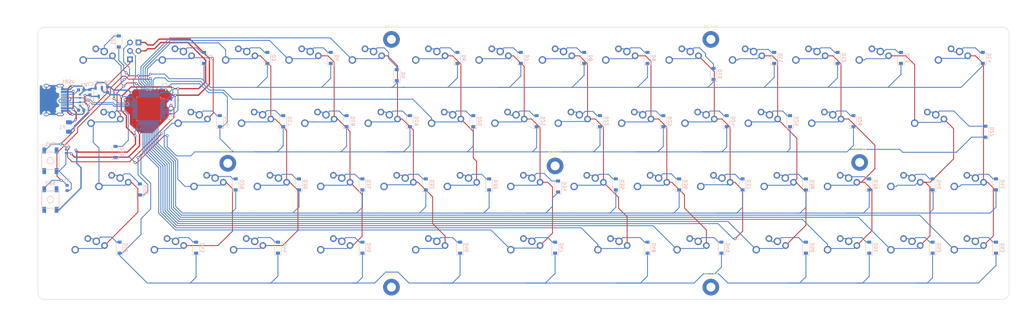
<source format=kicad_pcb>
(kicad_pcb (version 20171130) (host pcbnew "(5.1.4-0-10_14)")
  (layers (0 F.Cu signal) (31 B.Cu signal) (34 B.Paste user) (35 F.Paste user) (36 B.SilkS user) (37 F.SilkS user) (38 B.Mask user) (39 F.Mask user) (44 Edge.Cuts user))
  (net 0 "")
  (net 1 GND)
  (net 2 +3V3)
  (net 3 NRST)
  (net 4 "Net-(C7-Pad1)")
  (net 5 "Net-(D1-Pad2)")
  (net 6 ROW0)
  (net 7 "Net-(D2-Pad2)")
  (net 8 "Net-(D3-Pad2)")
  (net 9 "Net-(D4-Pad2)")
  (net 10 "Net-(D5-Pad2)")
  (net 11 "Net-(D6-Pad2)")
  (net 12 "Net-(D7-Pad2)")
  (net 13 "Net-(D8-Pad2)")
  (net 14 "Net-(D9-Pad2)")
  (net 15 "Net-(D10-Pad2)")
  (net 16 "Net-(D11-Pad2)")
  (net 17 "Net-(D12-Pad2)")
  (net 18 "Net-(D13-Pad2)")
  (net 19 "Net-(D14-Pad2)")
  (net 20 "Net-(D15-Pad2)")
  (net 21 ROW1)
  (net 22 "Net-(D16-Pad2)")
  (net 23 "Net-(D17-Pad2)")
  (net 24 "Net-(D18-Pad2)")
  (net 25 "Net-(D19-Pad2)")
  (net 26 "Net-(D20-Pad2)")
  (net 27 "Net-(D21-Pad2)")
  (net 28 "Net-(D22-Pad2)")
  (net 29 "Net-(D23-Pad2)")
  (net 30 "Net-(D24-Pad2)")
  (net 31 "Net-(D25-Pad2)")
  (net 32 "Net-(D26-Pad2)")
  (net 33 "Net-(D27-Pad2)")
  (net 34 "Net-(D28-Pad2)")
  (net 35 ROW2)
  (net 36 "Net-(D29-Pad2)")
  (net 37 "Net-(D30-Pad2)")
  (net 38 "Net-(D31-Pad2)")
  (net 39 "Net-(D32-Pad2)")
  (net 40 "Net-(D33-Pad2)")
  (net 41 "Net-(D34-Pad2)")
  (net 42 "Net-(D35-Pad2)")
  (net 43 "Net-(D36-Pad2)")
  (net 44 "Net-(D37-Pad2)")
  (net 45 "Net-(D38-Pad2)")
  (net 46 "Net-(D39-Pad2)")
  (net 47 "Net-(D40-Pad2)")
  (net 48 "Net-(D41-Pad2)")
  (net 49 "Net-(D42-Pad2)")
  (net 50 ROW3)
  (net 51 "Net-(D43-Pad2)")
  (net 52 "Net-(D44-Pad2)")
  (net 53 "Net-(D45-Pad2)")
  (net 54 "Net-(D46-Pad2)")
  (net 55 "Net-(D47-Pad2)")
  (net 56 "Net-(D48-Pad2)")
  (net 57 "Net-(D49-Pad2)")
  (net 58 "Net-(D50-Pad2)")
  (net 59 "Net-(D51-Pad2)")
  (net 60 "Net-(D52-Pad2)")
  (net 61 "Net-(D53-Pad2)")
  (net 62 D-)
  (net 63 D+)
  (net 64 "Net-(F1-Pad2)")
  (net 65 SWDIO)
  (net 66 SWCLK)
  (net 67 COL0)
  (net 68 COL1)
  (net 69 COL2)
  (net 70 COL3)
  (net 71 COL4)
  (net 72 COL5)
  (net 73 COL6)
  (net 74 COL7)
  (net 75 COL8)
  (net 76 COL9)
  (net 77 COL10)
  (net 78 COL11)
  (net 79 COL12)
  (net 80 COL13)
  (net 81 "Net-(R1-Pad1)")
  (net 82 "Net-(R2-Pad1)")
  (net 83 "Net-(R3-Pad1)")
  (net 84 "Net-(U1-Pad31)")
  (net 85 "Net-(U1-Pad30)")
  (net 86 "Net-(U1-Pad29)")
  (net 87 "Net-(U1-Pad28)")
  (net 88 "Net-(U1-Pad27)")
  (net 89 "Net-(U1-Pad26)")
  (net 90 "Net-(U1-Pad25)")
  (net 91 "Net-(U1-Pad12)")
  (net 92 "Net-(U1-Pad11)")
  (net 93 "Net-(U1-Pad10)")
  (net 94 "Net-(U1-Pad6)")
  (net 95 "Net-(U1-Pad5)")
  (net 96 "Net-(U1-Pad4)")
  (net 97 "Net-(U1-Pad3)")
  (net 98 "Net-(U1-Pad2)")
  (net 99 "Net-(USB1-Pad3)")
  (net 100 "Net-(USB1-Pad9)")
  (module MX_Only:MXOnly-1U-NoLED (layer F.Cu) (at 61.9125 61.9125)
    (fp_text reference MX29)
    (fp_text value MX-NoLED)
    (pad "" np_thru_hole circle (at 5.08 0 48.0996) (size 1.75 1.75) (drill 1.75) (layers *.Cu *.Mask))
    (pad "" np_thru_hole circle (at -5.08 0 48.0996) (size 1.75 1.75) (drill 1.75) (layers *.Cu *.Mask))
    (pad 1 thru_hole circle (at -3.81 -2.54) (size 2.25 2.25) (drill 1.47) (layers *.Cu B.Mask) (net 68 COL1))
    (pad "" np_thru_hole circle (at 0 0) (size 3.9878 3.9878) (drill 3.9878) (layers *.Cu *.Mask))
    (pad 2 thru_hole circle (at 2.54 -5.08) (size 2.25 2.25) (drill 1.47) (layers *.Cu B.Mask) (net 36 "Net-(D29-Pad2)"))
  )
  (module MX_Only:MXOnly-1.75U-NoLED (layer F.Cu) (at 30.95625 42.8625)
    (fp_text reference MX15)
    (fp_text value MX-NoLED)
    (pad "" np_thru_hole circle (at 5.08 0 48.0996) (size 1.75 1.75) (drill 1.75) (layers *.Cu *.Mask))
    (pad "" np_thru_hole circle (at -5.08 0 48.0996) (size 1.75 1.75) (drill 1.75) (layers *.Cu *.Mask))
    (pad 1 thru_hole circle (at -3.81 -2.54) (size 2.25 2.25) (drill 1.47) (layers *.Cu B.Mask) (net 67 COL0))
    (pad "" np_thru_hole circle (at 0 0) (size 3.9878 3.9878) (drill 3.9878) (layers *.Cu *.Mask))
    (pad 2 thru_hole circle (at 2.54 -5.08) (size 2.25 2.25) (drill 1.47) (layers *.Cu B.Mask) (net 20 "Net-(D15-Pad2)"))
  )
  (module Kailh_Choc:KailhChoc-1U (layer F.Cu) (at 30.95625 42.8625)
    (fp_text reference MX68)
    (fp_text value MX-NoLED)
    (pad 2 thru_hole circle (at 0 -5.9) (size 2 2) (drill 1.2) (layers *.Cu B.Mask) (net 20 "Net-(D15-Pad2)"))
    (pad "" np_thru_hole circle (at 0 0) (size 3.4 3.4) (drill 3.4) (layers *.Cu *.Mask))
    (pad 1 thru_hole circle (at 5 -3.8) (size 2 2) (drill 1.2) (layers *.Cu B.Mask) (net 67 COL0))
    (pad "" np_thru_hole circle (at -5.5 0 48.1) (size 1.9 1.9) (drill 1.9) (layers *.Cu *.Mask))
    (pad "" np_thru_hole circle (at 5.5 0 48.1) (size 1.9 1.9) (drill 1.9) (layers *.Cu *.Mask))
    (pad "" np_thru_hole circle (at -5.22 4.2) (size 1.2 1.2) (drill 1.2) (layers *.Cu *.Mask))
  )
  (module MX_Only:MXOnly-1U-NoLED (layer F.Cu) (at 109.5375 23.8125)
    (fp_text reference MX5)
    (fp_text value MX-NoLED)
    (pad "" np_thru_hole circle (at 5.08 0 48.0996) (size 1.75 1.75) (drill 1.75) (layers *.Cu *.Mask))
    (pad "" np_thru_hole circle (at -5.08 0 48.0996) (size 1.75 1.75) (drill 1.75) (layers *.Cu *.Mask))
    (pad 1 thru_hole circle (at -3.81 -2.54) (size 2.25 2.25) (drill 1.47) (layers *.Cu B.Mask) (net 71 COL4))
    (pad "" np_thru_hole circle (at 0 0) (size 3.9878 3.9878) (drill 3.9878) (layers *.Cu *.Mask))
    (pad 2 thru_hole circle (at 2.54 -5.08) (size 2.25 2.25) (drill 1.47) (layers *.Cu B.Mask) (net 10 "Net-(D5-Pad2)"))
  )
  (module MX_Only:MXOnly-1.5U-NoLED (layer F.Cu) (at 28.575 23.8125)
    (fp_text reference MX1)
    (fp_text value MX-NoLED)
    (pad "" np_thru_hole circle (at 5.08 0 48.0996) (size 1.75 1.75) (drill 1.75) (layers *.Cu *.Mask))
    (pad "" np_thru_hole circle (at -5.08 0 48.0996) (size 1.75 1.75) (drill 1.75) (layers *.Cu *.Mask))
    (pad 1 thru_hole circle (at -3.81 -2.54) (size 2.25 2.25) (drill 1.47) (layers *.Cu B.Mask) (net 67 COL0))
    (pad "" np_thru_hole circle (at 0 0) (size 3.9878 3.9878) (drill 3.9878) (layers *.Cu *.Mask))
    (pad 2 thru_hole circle (at 2.54 -5.08) (size 2.25 2.25) (drill 1.47) (layers *.Cu B.Mask) (net 5 "Net-(D1-Pad2)"))
  )
  (module MX_Only:MXOnly-1U-NoLED (layer F.Cu) (at 52.3875 23.8125)
    (fp_text reference MX2)
    (fp_text value MX-NoLED)
    (pad "" np_thru_hole circle (at 5.08 0 48.0996) (size 1.75 1.75) (drill 1.75) (layers *.Cu *.Mask))
    (pad "" np_thru_hole circle (at -5.08 0 48.0996) (size 1.75 1.75) (drill 1.75) (layers *.Cu *.Mask))
    (pad 1 thru_hole circle (at -3.81 -2.54) (size 2.25 2.25) (drill 1.47) (layers *.Cu B.Mask) (net 68 COL1))
    (pad "" np_thru_hole circle (at 0 0) (size 3.9878 3.9878) (drill 3.9878) (layers *.Cu *.Mask))
    (pad 2 thru_hole circle (at 2.54 -5.08) (size 2.25 2.25) (drill 1.47) (layers *.Cu B.Mask) (net 7 "Net-(D2-Pad2)"))
  )
  (module Kailh_Choc:KailhChoc-1U (layer F.Cu) (at 278.60625 42.8625)
    (fp_text reference MX80)
    (fp_text value MX-NoLED)
    (pad 2 thru_hole circle (at 0 -5.9) (size 2 2) (drill 1.2) (layers *.Cu B.Mask) (net 33 "Net-(D27-Pad2)"))
    (pad "" np_thru_hole circle (at 0 0) (size 3.4 3.4) (drill 3.4) (layers *.Cu *.Mask))
    (pad 1 thru_hole circle (at 5 -3.8) (size 2 2) (drill 1.2) (layers *.Cu B.Mask) (net 79 COL12))
    (pad "" np_thru_hole circle (at -5.5 0 48.1) (size 1.9 1.9) (drill 1.9) (layers *.Cu *.Mask))
    (pad "" np_thru_hole circle (at 5.5 0 48.1) (size 1.9 1.9) (drill 1.9) (layers *.Cu *.Mask))
    (pad "" np_thru_hole circle (at -5.22 4.2) (size 1.2 1.2) (drill 1.2) (layers *.Cu *.Mask))
  )
  (module Kailh_Choc:KailhChoc-1U (layer F.Cu) (at 171.45 42.8625)
    (fp_text reference MX75)
    (fp_text value MX-NoLED)
    (pad 2 thru_hole circle (at 0 -5.9) (size 2 2) (drill 1.2) (layers *.Cu B.Mask) (net 28 "Net-(D22-Pad2)"))
    (pad "" np_thru_hole circle (at 0 0) (size 3.4 3.4) (drill 3.4) (layers *.Cu *.Mask))
    (pad 1 thru_hole circle (at 5 -3.8) (size 2 2) (drill 1.2) (layers *.Cu B.Mask) (net 74 COL7))
    (pad "" np_thru_hole circle (at -5.5 0 48.1) (size 1.9 1.9) (drill 1.9) (layers *.Cu *.Mask))
    (pad "" np_thru_hole circle (at 5.5 0 48.1) (size 1.9 1.9) (drill 1.9) (layers *.Cu *.Mask))
    (pad "" np_thru_hole circle (at -5.22 4.2) (size 1.2 1.2) (drill 1.2) (layers *.Cu *.Mask))
  )
  (module Kailh_Choc:KailhChoc-1U (layer F.Cu) (at 57.15 42.8625)
    (fp_text reference MX69)
    (fp_text value MX-NoLED)
    (pad 2 thru_hole circle (at 0 -5.9) (size 2 2) (drill 1.2) (layers *.Cu B.Mask) (net 22 "Net-(D16-Pad2)"))
    (pad "" np_thru_hole circle (at 0 0) (size 3.4 3.4) (drill 3.4) (layers *.Cu *.Mask))
    (pad 1 thru_hole circle (at 5 -3.8) (size 2 2) (drill 1.2) (layers *.Cu B.Mask) (net 68 COL1))
    (pad "" np_thru_hole circle (at -5.5 0 48.1) (size 1.9 1.9) (drill 1.9) (layers *.Cu *.Mask))
    (pad "" np_thru_hole circle (at 5.5 0 48.1) (size 1.9 1.9) (drill 1.9) (layers *.Cu *.Mask))
    (pad "" np_thru_hole circle (at -5.22 4.2) (size 1.2 1.2) (drill 1.2) (layers *.Cu *.Mask))
  )
  (module Kailh_Choc:KailhChoc-1U (layer F.Cu) (at 76.2 42.8625)
    (fp_text reference MX70)
    (fp_text value MX-NoLED)
    (pad 2 thru_hole circle (at 0 -5.9) (size 2 2) (drill 1.2) (layers *.Cu B.Mask) (net 23 "Net-(D17-Pad2)"))
    (pad "" np_thru_hole circle (at 0 0) (size 3.4 3.4) (drill 3.4) (layers *.Cu *.Mask))
    (pad 1 thru_hole circle (at 5 -3.8) (size 2 2) (drill 1.2) (layers *.Cu B.Mask) (net 69 COL2))
    (pad "" np_thru_hole circle (at -5.5 0 48.1) (size 1.9 1.9) (drill 1.9) (layers *.Cu *.Mask))
    (pad "" np_thru_hole circle (at 5.5 0 48.1) (size 1.9 1.9) (drill 1.9) (layers *.Cu *.Mask))
    (pad "" np_thru_hole circle (at -5.22 4.2) (size 1.2 1.2) (drill 1.2) (layers *.Cu *.Mask))
  )
  (module Kailh_Choc:KailhChoc-1U (layer F.Cu) (at 223.8375 23.8125)
    (fp_text reference MX64)
    (fp_text value MX-NoLED)
    (pad 2 thru_hole circle (at 0 -5.9) (size 2 2) (drill 1.2) (layers *.Cu B.Mask) (net 16 "Net-(D11-Pad2)"))
    (pad "" np_thru_hole circle (at 0 0) (size 3.4 3.4) (drill 3.4) (layers *.Cu *.Mask))
    (pad 1 thru_hole circle (at 5 -3.8) (size 2 2) (drill 1.2) (layers *.Cu B.Mask) (net 77 COL10))
    (pad "" np_thru_hole circle (at -5.5 0 48.1) (size 1.9 1.9) (drill 1.9) (layers *.Cu *.Mask))
    (pad "" np_thru_hole circle (at 5.5 0 48.1) (size 1.9 1.9) (drill 1.9) (layers *.Cu *.Mask))
    (pad "" np_thru_hole circle (at -5.22 4.2) (size 1.2 1.2) (drill 1.2) (layers *.Cu *.Mask))
  )
  (module Kailh_Choc:KailhChoc-1U (layer F.Cu) (at 242.8875 23.8125)
    (fp_text reference MX65)
    (fp_text value MX-NoLED)
    (pad 2 thru_hole circle (at 0 -5.9) (size 2 2) (drill 1.2) (layers *.Cu B.Mask) (net 17 "Net-(D12-Pad2)"))
    (pad "" np_thru_hole circle (at 0 0) (size 3.4 3.4) (drill 3.4) (layers *.Cu *.Mask))
    (pad 1 thru_hole circle (at 5 -3.8) (size 2 2) (drill 1.2) (layers *.Cu B.Mask) (net 78 COL11))
    (pad "" np_thru_hole circle (at -5.5 0 48.1) (size 1.9 1.9) (drill 1.9) (layers *.Cu *.Mask))
    (pad "" np_thru_hole circle (at 5.5 0 48.1) (size 1.9 1.9) (drill 1.9) (layers *.Cu *.Mask))
    (pad "" np_thru_hole circle (at -5.22 4.2) (size 1.2 1.2) (drill 1.2) (layers *.Cu *.Mask))
  )
  (module Kailh_Choc:KailhChoc-1U (layer F.Cu) (at 147.6375 23.8125)
    (fp_text reference MX60)
    (fp_text value MX-NoLED)
    (pad 2 thru_hole circle (at 0 -5.9) (size 2 2) (drill 1.2) (layers *.Cu B.Mask) (net 12 "Net-(D7-Pad2)"))
    (pad "" np_thru_hole circle (at 0 0) (size 3.4 3.4) (drill 3.4) (layers *.Cu *.Mask))
    (pad 1 thru_hole circle (at 5 -3.8) (size 2 2) (drill 1.2) (layers *.Cu B.Mask) (net 73 COL6))
    (pad "" np_thru_hole circle (at -5.5 0 48.1) (size 1.9 1.9) (drill 1.9) (layers *.Cu *.Mask))
    (pad "" np_thru_hole circle (at 5.5 0 48.1) (size 1.9 1.9) (drill 1.9) (layers *.Cu *.Mask))
    (pad "" np_thru_hole circle (at -5.22 4.2) (size 1.2 1.2) (drill 1.2) (layers *.Cu *.Mask))
  )
  (module Kailh_Choc:KailhChoc-1U (layer F.Cu) (at 166.6875 23.8125)
    (fp_text reference MX61)
    (fp_text value MX-NoLED)
    (pad 2 thru_hole circle (at 0 -5.9) (size 2 2) (drill 1.2) (layers *.Cu B.Mask) (net 13 "Net-(D8-Pad2)"))
    (pad "" np_thru_hole circle (at 0 0) (size 3.4 3.4) (drill 3.4) (layers *.Cu *.Mask))
    (pad 1 thru_hole circle (at 5 -3.8) (size 2 2) (drill 1.2) (layers *.Cu B.Mask) (net 74 COL7))
    (pad "" np_thru_hole circle (at -5.5 0 48.1) (size 1.9 1.9) (drill 1.9) (layers *.Cu *.Mask))
    (pad "" np_thru_hole circle (at 5.5 0 48.1) (size 1.9 1.9) (drill 1.9) (layers *.Cu *.Mask))
    (pad "" np_thru_hole circle (at -5.22 4.2) (size 1.2 1.2) (drill 1.2) (layers *.Cu *.Mask))
  )
  (module Kailh_Choc:KailhChoc-1U (layer F.Cu) (at 90.4875 23.8125)
    (fp_text reference MX57)
    (fp_text value MX-NoLED)
    (pad 2 thru_hole circle (at 0 -5.9) (size 2 2) (drill 1.2) (layers *.Cu B.Mask) (net 9 "Net-(D4-Pad2)"))
    (pad "" np_thru_hole circle (at 0 0) (size 3.4 3.4) (drill 3.4) (layers *.Cu *.Mask))
    (pad 1 thru_hole circle (at 5 -3.8) (size 2 2) (drill 1.2) (layers *.Cu B.Mask) (net 70 COL3))
    (pad "" np_thru_hole circle (at -5.5 0 48.1) (size 1.9 1.9) (drill 1.9) (layers *.Cu *.Mask))
    (pad "" np_thru_hole circle (at 5.5 0 48.1) (size 1.9 1.9) (drill 1.9) (layers *.Cu *.Mask))
    (pad "" np_thru_hole circle (at -5.22 4.2) (size 1.2 1.2) (drill 1.2) (layers *.Cu *.Mask))
  )
  (module Kailh_Choc:KailhChoc-1U (layer F.Cu) (at 52.3875 23.8125)
    (fp_text reference MX55)
    (fp_text value MX-NoLED)
    (pad 2 thru_hole circle (at 0 -5.9) (size 2 2) (drill 1.2) (layers *.Cu B.Mask) (net 7 "Net-(D2-Pad2)"))
    (pad "" np_thru_hole circle (at 0 0) (size 3.4 3.4) (drill 3.4) (layers *.Cu *.Mask))
    (pad 1 thru_hole circle (at 5 -3.8) (size 2 2) (drill 1.2) (layers *.Cu B.Mask) (net 68 COL1))
    (pad "" np_thru_hole circle (at -5.5 0 48.1) (size 1.9 1.9) (drill 1.9) (layers *.Cu *.Mask))
    (pad "" np_thru_hole circle (at 5.5 0 48.1) (size 1.9 1.9) (drill 1.9) (layers *.Cu *.Mask))
    (pad "" np_thru_hole circle (at -5.22 4.2) (size 1.2 1.2) (drill 1.2) (layers *.Cu *.Mask))
  )
  (module Kailh_Choc:KailhChoc-1U (layer F.Cu) (at 109.5375 23.8125)
    (fp_text reference MX58)
    (fp_text value MX-NoLED)
    (pad 2 thru_hole circle (at 0 -5.9) (size 2 2) (drill 1.2) (layers *.Cu B.Mask) (net 10 "Net-(D5-Pad2)"))
    (pad "" np_thru_hole circle (at 0 0) (size 3.4 3.4) (drill 3.4) (layers *.Cu *.Mask))
    (pad 1 thru_hole circle (at 5 -3.8) (size 2 2) (drill 1.2) (layers *.Cu B.Mask) (net 71 COL4))
    (pad "" np_thru_hole circle (at -5.5 0 48.1) (size 1.9 1.9) (drill 1.9) (layers *.Cu *.Mask))
    (pad "" np_thru_hole circle (at 5.5 0 48.1) (size 1.9 1.9) (drill 1.9) (layers *.Cu *.Mask))
    (pad "" np_thru_hole circle (at -5.22 4.2) (size 1.2 1.2) (drill 1.2) (layers *.Cu *.Mask))
  )
  (module Kailh_Choc:KailhChoc-1U (layer F.Cu) (at 33.3375 61.9125)
    (fp_text reference MX81)
    (fp_text value MX-NoLED)
    (pad 2 thru_hole circle (at 0 -5.9) (size 2 2) (drill 1.2) (layers *.Cu B.Mask) (net 34 "Net-(D28-Pad2)"))
    (pad "" np_thru_hole circle (at 0 0) (size 3.4 3.4) (drill 3.4) (layers *.Cu *.Mask))
    (pad 1 thru_hole circle (at 5 -3.8) (size 2 2) (drill 1.2) (layers *.Cu B.Mask) (net 67 COL0))
    (pad "" np_thru_hole circle (at -5.5 0 48.1) (size 1.9 1.9) (drill 1.9) (layers *.Cu *.Mask))
    (pad "" np_thru_hole circle (at 5.5 0 48.1) (size 1.9 1.9) (drill 1.9) (layers *.Cu *.Mask))
    (pad "" np_thru_hole circle (at -5.22 4.2) (size 1.2 1.2) (drill 1.2) (layers *.Cu *.Mask))
  )
  (module Kailh_Choc:KailhChoc-1U (layer F.Cu) (at 190.5 42.8625)
    (fp_text reference MX76)
    (fp_text value MX-NoLED)
    (pad 2 thru_hole circle (at 0 -5.9) (size 2 2) (drill 1.2) (layers *.Cu B.Mask) (net 29 "Net-(D23-Pad2)"))
    (pad "" np_thru_hole circle (at 0 0) (size 3.4 3.4) (drill 3.4) (layers *.Cu *.Mask))
    (pad 1 thru_hole circle (at 5 -3.8) (size 2 2) (drill 1.2) (layers *.Cu B.Mask) (net 75 COL8))
    (pad "" np_thru_hole circle (at -5.5 0 48.1) (size 1.9 1.9) (drill 1.9) (layers *.Cu *.Mask))
    (pad "" np_thru_hole circle (at 5.5 0 48.1) (size 1.9 1.9) (drill 1.9) (layers *.Cu *.Mask))
    (pad "" np_thru_hole circle (at -5.22 4.2) (size 1.2 1.2) (drill 1.2) (layers *.Cu *.Mask))
  )
  (module Kailh_Choc:KailhChoc-1U (layer F.Cu) (at 95.25 42.8625)
    (fp_text reference MX71)
    (fp_text value MX-NoLED)
    (pad 2 thru_hole circle (at 0 -5.9) (size 2 2) (drill 1.2) (layers *.Cu B.Mask) (net 24 "Net-(D18-Pad2)"))
    (pad "" np_thru_hole circle (at 0 0) (size 3.4 3.4) (drill 3.4) (layers *.Cu *.Mask))
    (pad 1 thru_hole circle (at 5 -3.8) (size 2 2) (drill 1.2) (layers *.Cu B.Mask) (net 70 COL3))
    (pad "" np_thru_hole circle (at -5.5 0 48.1) (size 1.9 1.9) (drill 1.9) (layers *.Cu *.Mask))
    (pad "" np_thru_hole circle (at 5.5 0 48.1) (size 1.9 1.9) (drill 1.9) (layers *.Cu *.Mask))
    (pad "" np_thru_hole circle (at -5.22 4.2) (size 1.2 1.2) (drill 1.2) (layers *.Cu *.Mask))
  )
  (module Kailh_Choc:KailhChoc-1U (layer F.Cu) (at 261.9375 23.8125)
    (fp_text reference MX66)
    (fp_text value MX-NoLED)
    (pad 2 thru_hole circle (at 0 -5.9) (size 2 2) (drill 1.2) (layers *.Cu B.Mask) (net 18 "Net-(D13-Pad2)"))
    (pad "" np_thru_hole circle (at 0 0) (size 3.4 3.4) (drill 3.4) (layers *.Cu *.Mask))
    (pad 1 thru_hole circle (at 5 -3.8) (size 2 2) (drill 1.2) (layers *.Cu B.Mask) (net 79 COL12))
    (pad "" np_thru_hole circle (at -5.5 0 48.1) (size 1.9 1.9) (drill 1.9) (layers *.Cu *.Mask))
    (pad "" np_thru_hole circle (at 5.5 0 48.1) (size 1.9 1.9) (drill 1.9) (layers *.Cu *.Mask))
    (pad "" np_thru_hole circle (at -5.22 4.2) (size 1.2 1.2) (drill 1.2) (layers *.Cu *.Mask))
  )
  (module Kailh_Choc:KailhChoc-1U (layer F.Cu) (at 185.7375 23.8125)
    (fp_text reference MX62)
    (fp_text value MX-NoLED)
    (pad 2 thru_hole circle (at 0 -5.9) (size 2 2) (drill 1.2) (layers *.Cu B.Mask) (net 14 "Net-(D9-Pad2)"))
    (pad "" np_thru_hole circle (at 0 0) (size 3.4 3.4) (drill 3.4) (layers *.Cu *.Mask))
    (pad 1 thru_hole circle (at 5 -3.8) (size 2 2) (drill 1.2) (layers *.Cu B.Mask) (net 75 COL8))
    (pad "" np_thru_hole circle (at -5.5 0 48.1) (size 1.9 1.9) (drill 1.9) (layers *.Cu *.Mask))
    (pad "" np_thru_hole circle (at 5.5 0 48.1) (size 1.9 1.9) (drill 1.9) (layers *.Cu *.Mask))
    (pad "" np_thru_hole circle (at -5.22 4.2) (size 1.2 1.2) (drill 1.2) (layers *.Cu *.Mask))
  )
  (module Kailh_Choc:KailhChoc-1U (layer F.Cu) (at 114.3 42.8625)
    (fp_text reference MX72)
    (fp_text value MX-NoLED)
    (pad 2 thru_hole circle (at 0 -5.9) (size 2 2) (drill 1.2) (layers *.Cu B.Mask) (net 25 "Net-(D19-Pad2)"))
    (pad "" np_thru_hole circle (at 0 0) (size 3.4 3.4) (drill 3.4) (layers *.Cu *.Mask))
    (pad 1 thru_hole circle (at 5 -3.8) (size 2 2) (drill 1.2) (layers *.Cu B.Mask) (net 71 COL4))
    (pad "" np_thru_hole circle (at -5.5 0 48.1) (size 1.9 1.9) (drill 1.9) (layers *.Cu *.Mask))
    (pad "" np_thru_hole circle (at 5.5 0 48.1) (size 1.9 1.9) (drill 1.9) (layers *.Cu *.Mask))
    (pad "" np_thru_hole circle (at -5.22 4.2) (size 1.2 1.2) (drill 1.2) (layers *.Cu *.Mask))
  )
  (module Kailh_Choc:KailhChoc-1U (layer F.Cu) (at 285.75 23.8125)
    (fp_text reference MX67)
    (fp_text value MX-NoLED)
    (pad 2 thru_hole circle (at 0 -5.9) (size 2 2) (drill 1.2) (layers *.Cu B.Mask) (net 19 "Net-(D14-Pad2)"))
    (pad "" np_thru_hole circle (at 0 0) (size 3.4 3.4) (drill 3.4) (layers *.Cu *.Mask))
    (pad 1 thru_hole circle (at 5 -3.8) (size 2 2) (drill 1.2) (layers *.Cu B.Mask) (net 80 COL13))
    (pad "" np_thru_hole circle (at -5.5 0 48.1) (size 1.9 1.9) (drill 1.9) (layers *.Cu *.Mask))
    (pad "" np_thru_hole circle (at 5.5 0 48.1) (size 1.9 1.9) (drill 1.9) (layers *.Cu *.Mask))
    (pad "" np_thru_hole circle (at -5.22 4.2) (size 1.2 1.2) (drill 1.2) (layers *.Cu *.Mask))
  )
  (module Kailh_Choc:KailhChoc-1U (layer F.Cu) (at 209.55 42.8625)
    (fp_text reference MX77)
    (fp_text value MX-NoLED)
    (pad 2 thru_hole circle (at 0 -5.9) (size 2 2) (drill 1.2) (layers *.Cu B.Mask) (net 30 "Net-(D24-Pad2)"))
    (pad "" np_thru_hole circle (at 0 0) (size 3.4 3.4) (drill 3.4) (layers *.Cu *.Mask))
    (pad 1 thru_hole circle (at 5 -3.8) (size 2 2) (drill 1.2) (layers *.Cu B.Mask) (net 76 COL9))
    (pad "" np_thru_hole circle (at -5.5 0 48.1) (size 1.9 1.9) (drill 1.9) (layers *.Cu *.Mask))
    (pad "" np_thru_hole circle (at 5.5 0 48.1) (size 1.9 1.9) (drill 1.9) (layers *.Cu *.Mask))
    (pad "" np_thru_hole circle (at -5.22 4.2) (size 1.2 1.2) (drill 1.2) (layers *.Cu *.Mask))
  )
  (module Kailh_Choc:KailhChoc-1U (layer F.Cu) (at 61.9125 61.9125)
    (fp_text reference MX82)
    (fp_text value MX-NoLED)
    (pad 2 thru_hole circle (at 0 -5.9) (size 2 2) (drill 1.2) (layers *.Cu B.Mask) (net 36 "Net-(D29-Pad2)"))
    (pad "" np_thru_hole circle (at 0 0) (size 3.4 3.4) (drill 3.4) (layers *.Cu *.Mask))
    (pad 1 thru_hole circle (at 5 -3.8) (size 2 2) (drill 1.2) (layers *.Cu B.Mask) (net 68 COL1))
    (pad "" np_thru_hole circle (at -5.5 0 48.1) (size 1.9 1.9) (drill 1.9) (layers *.Cu *.Mask))
    (pad "" np_thru_hole circle (at 5.5 0 48.1) (size 1.9 1.9) (drill 1.9) (layers *.Cu *.Mask))
    (pad "" np_thru_hole circle (at -5.22 4.2) (size 1.2 1.2) (drill 1.2) (layers *.Cu *.Mask))
  )
  (module Kailh_Choc:KailhChoc-1U (layer F.Cu) (at 176.2125 61.9125)
    (fp_text reference MX88)
    (fp_text value MX-NoLED)
    (pad 2 thru_hole circle (at 0 -5.9) (size 2 2) (drill 1.2) (layers *.Cu B.Mask) (net 42 "Net-(D35-Pad2)"))
    (pad "" np_thru_hole circle (at 0 0) (size 3.4 3.4) (drill 3.4) (layers *.Cu *.Mask))
    (pad 1 thru_hole circle (at 5 -3.8) (size 2 2) (drill 1.2) (layers *.Cu B.Mask) (net 74 COL7))
    (pad "" np_thru_hole circle (at -5.5 0 48.1) (size 1.9 1.9) (drill 1.9) (layers *.Cu *.Mask))
    (pad "" np_thru_hole circle (at 5.5 0 48.1) (size 1.9 1.9) (drill 1.9) (layers *.Cu *.Mask))
    (pad "" np_thru_hole circle (at -5.22 4.2) (size 1.2 1.2) (drill 1.2) (layers *.Cu *.Mask))
  )
  (module Kailh_Choc:KailhChoc-1U (layer F.Cu) (at 157.1625 61.9125)
    (fp_text reference MX87)
    (fp_text value MX-NoLED)
    (pad 2 thru_hole circle (at 0 -5.9) (size 2 2) (drill 1.2) (layers *.Cu B.Mask) (net 41 "Net-(D34-Pad2)"))
    (pad "" np_thru_hole circle (at 0 0) (size 3.4 3.4) (drill 3.4) (layers *.Cu *.Mask))
    (pad 1 thru_hole circle (at 5 -3.8) (size 2 2) (drill 1.2) (layers *.Cu B.Mask) (net 73 COL6))
    (pad "" np_thru_hole circle (at -5.5 0 48.1) (size 1.9 1.9) (drill 1.9) (layers *.Cu *.Mask))
    (pad "" np_thru_hole circle (at 5.5 0 48.1) (size 1.9 1.9) (drill 1.9) (layers *.Cu *.Mask))
    (pad "" np_thru_hole circle (at -5.22 4.2) (size 1.2 1.2) (drill 1.2) (layers *.Cu *.Mask))
  )
  (module Kailh_Choc:KailhChoc-1U (layer F.Cu) (at 271.4625 61.9125)
    (fp_text reference MX93)
    (fp_text value MX-NoLED)
    (pad 2 thru_hole circle (at 0 -5.9) (size 2 2) (drill 1.2) (layers *.Cu B.Mask) (net 47 "Net-(D40-Pad2)"))
    (pad "" np_thru_hole circle (at 0 0) (size 3.4 3.4) (drill 3.4) (layers *.Cu *.Mask))
    (pad 1 thru_hole circle (at 5 -3.8) (size 2 2) (drill 1.2) (layers *.Cu B.Mask) (net 79 COL12))
    (pad "" np_thru_hole circle (at -5.5 0 48.1) (size 1.9 1.9) (drill 1.9) (layers *.Cu *.Mask))
    (pad "" np_thru_hole circle (at 5.5 0 48.1) (size 1.9 1.9) (drill 1.9) (layers *.Cu *.Mask))
    (pad "" np_thru_hole circle (at -5.22 4.2) (size 1.2 1.2) (drill 1.2) (layers *.Cu *.Mask))
  )
  (module Kailh_Choc:KailhChoc-1U (layer F.Cu) (at 128.5875 80.9625)
    (fp_text reference MX99)
    (fp_text value MX-NoLED)
    (pad 2 thru_hole circle (at 0 -5.9) (size 2 2) (drill 1.2) (layers *.Cu B.Mask) (net 54 "Net-(D46-Pad2)"))
    (pad "" np_thru_hole circle (at 0 0) (size 3.4 3.4) (drill 3.4) (layers *.Cu *.Mask))
    (pad 1 thru_hole circle (at 5 -3.8) (size 2 2) (drill 1.2) (layers *.Cu B.Mask) (net 71 COL4))
    (pad "" np_thru_hole circle (at -5.5 0 48.1) (size 1.9 1.9) (drill 1.9) (layers *.Cu *.Mask))
    (pad "" np_thru_hole circle (at 5.5 0 48.1) (size 1.9 1.9) (drill 1.9) (layers *.Cu *.Mask))
    (pad "" np_thru_hole circle (at -5.22 4.2) (size 1.2 1.2) (drill 1.2) (layers *.Cu *.Mask))
  )
  (module Kailh_Choc:KailhChoc-1U (layer F.Cu) (at 252.4125 80.9625)
    (fp_text reference MX104)
    (fp_text value MX-NoLED)
    (pad 2 thru_hole circle (at 0 -5.9) (size 2 2) (drill 1.2) (layers *.Cu B.Mask) (net 59 "Net-(D51-Pad2)"))
    (pad "" np_thru_hole circle (at 0 0) (size 3.4 3.4) (drill 3.4) (layers *.Cu *.Mask))
    (pad 1 thru_hole circle (at 5 -3.8) (size 2 2) (drill 1.2) (layers *.Cu B.Mask) (net 78 COL11))
    (pad "" np_thru_hole circle (at -5.5 0 48.1) (size 1.9 1.9) (drill 1.9) (layers *.Cu *.Mask))
    (pad "" np_thru_hole circle (at 5.5 0 48.1) (size 1.9 1.9) (drill 1.9) (layers *.Cu *.Mask))
    (pad "" np_thru_hole circle (at -5.22 4.2) (size 1.2 1.2) (drill 1.2) (layers *.Cu *.Mask))
  )
  (module Kailh_Choc:KailhChoc-1U (layer F.Cu) (at 157.1625 80.9625)
    (fp_text reference MX100)
    (fp_text value MX-NoLED)
    (pad 2 thru_hole circle (at 0 -5.9) (size 2 2) (drill 1.2) (layers *.Cu B.Mask) (net 55 "Net-(D47-Pad2)"))
    (pad "" np_thru_hole circle (at 0 0) (size 3.4 3.4) (drill 3.4) (layers *.Cu *.Mask))
    (pad 1 thru_hole circle (at 5 -3.8) (size 2 2) (drill 1.2) (layers *.Cu B.Mask) (net 73 COL6))
    (pad "" np_thru_hole circle (at -5.5 0 48.1) (size 1.9 1.9) (drill 1.9) (layers *.Cu *.Mask))
    (pad "" np_thru_hole circle (at 5.5 0 48.1) (size 1.9 1.9) (drill 1.9) (layers *.Cu *.Mask))
    (pad "" np_thru_hole circle (at -5.22 4.2) (size 1.2 1.2) (drill 1.2) (layers *.Cu *.Mask))
  )
  (module Kailh_Choc:KailhChoc-1U (layer F.Cu) (at 271.4625 80.9625)
    (fp_text reference MX105)
    (fp_text value MX-NoLED)
    (pad 2 thru_hole circle (at 0 -5.9) (size 2 2) (drill 1.2) (layers *.Cu B.Mask) (net 60 "Net-(D52-Pad2)"))
    (pad "" np_thru_hole circle (at 0 0) (size 3.4 3.4) (drill 3.4) (layers *.Cu *.Mask))
    (pad 1 thru_hole circle (at 5 -3.8) (size 2 2) (drill 1.2) (layers *.Cu B.Mask) (net 79 COL12))
    (pad "" np_thru_hole circle (at -5.5 0 48.1) (size 1.9 1.9) (drill 1.9) (layers *.Cu *.Mask))
    (pad "" np_thru_hole circle (at 5.5 0 48.1) (size 1.9 1.9) (drill 1.9) (layers *.Cu *.Mask))
    (pad "" np_thru_hole circle (at -5.22 4.2) (size 1.2 1.2) (drill 1.2) (layers *.Cu *.Mask))
  )
  (module Kailh_Choc:KailhChoc-1U (layer F.Cu) (at 290.5125 61.9125)
    (fp_text reference MX94)
    (fp_text value MX-NoLED)
    (pad 2 thru_hole circle (at 0 -5.9) (size 2 2) (drill 1.2) (layers *.Cu B.Mask) (net 48 "Net-(D41-Pad2)"))
    (pad "" np_thru_hole circle (at 0 0) (size 3.4 3.4) (drill 3.4) (layers *.Cu *.Mask))
    (pad 1 thru_hole circle (at 5 -3.8) (size 2 2) (drill 1.2) (layers *.Cu B.Mask) (net 80 COL13))
    (pad "" np_thru_hole circle (at -5.5 0 48.1) (size 1.9 1.9) (drill 1.9) (layers *.Cu *.Mask))
    (pad "" np_thru_hole circle (at 5.5 0 48.1) (size 1.9 1.9) (drill 1.9) (layers *.Cu *.Mask))
    (pad "" np_thru_hole circle (at -5.22 4.2) (size 1.2 1.2) (drill 1.2) (layers *.Cu *.Mask))
  )
  (module Kailh_Choc:KailhChoc-1U (layer F.Cu) (at 80.9625 61.9125)
    (fp_text reference MX83)
    (fp_text value MX-NoLED)
    (pad 2 thru_hole circle (at 0 -5.9) (size 2 2) (drill 1.2) (layers *.Cu B.Mask) (net 37 "Net-(D30-Pad2)"))
    (pad "" np_thru_hole circle (at 0 0) (size 3.4 3.4) (drill 3.4) (layers *.Cu *.Mask))
    (pad 1 thru_hole circle (at 5 -3.8) (size 2 2) (drill 1.2) (layers *.Cu B.Mask) (net 69 COL2))
    (pad "" np_thru_hole circle (at -5.5 0 48.1) (size 1.9 1.9) (drill 1.9) (layers *.Cu *.Mask))
    (pad "" np_thru_hole circle (at 5.5 0 48.1) (size 1.9 1.9) (drill 1.9) (layers *.Cu *.Mask))
    (pad "" np_thru_hole circle (at -5.22 4.2) (size 1.2 1.2) (drill 1.2) (layers *.Cu *.Mask))
  )
  (module Kailh_Choc:KailhChoc-1U (layer F.Cu) (at 195.2625 61.9125)
    (fp_text reference MX89)
    (fp_text value MX-NoLED)
    (pad 2 thru_hole circle (at 0 -5.9) (size 2 2) (drill 1.2) (layers *.Cu B.Mask) (net 43 "Net-(D36-Pad2)"))
    (pad "" np_thru_hole circle (at 0 0) (size 3.4 3.4) (drill 3.4) (layers *.Cu *.Mask))
    (pad 1 thru_hole circle (at 5 -3.8) (size 2 2) (drill 1.2) (layers *.Cu B.Mask) (net 75 COL8))
    (pad "" np_thru_hole circle (at -5.5 0 48.1) (size 1.9 1.9) (drill 1.9) (layers *.Cu *.Mask))
    (pad "" np_thru_hole circle (at 5.5 0 48.1) (size 1.9 1.9) (drill 1.9) (layers *.Cu *.Mask))
    (pad "" np_thru_hole circle (at -5.22 4.2) (size 1.2 1.2) (drill 1.2) (layers *.Cu *.Mask))
  )
  (module Kailh_Choc:KailhChoc-1U (layer F.Cu) (at 26.19375 80.9625)
    (fp_text reference MX95)
    (fp_text value MX-NoLED)
    (pad 2 thru_hole circle (at 0 -5.9) (size 2 2) (drill 1.2) (layers *.Cu B.Mask) (net 49 "Net-(D42-Pad2)"))
    (pad "" np_thru_hole circle (at 0 0) (size 3.4 3.4) (drill 3.4) (layers *.Cu *.Mask))
    (pad 1 thru_hole circle (at 5 -3.8) (size 2 2) (drill 1.2) (layers *.Cu B.Mask) (net 67 COL0))
    (pad "" np_thru_hole circle (at -5.5 0 48.1) (size 1.9 1.9) (drill 1.9) (layers *.Cu *.Mask))
    (pad "" np_thru_hole circle (at 5.5 0 48.1) (size 1.9 1.9) (drill 1.9) (layers *.Cu *.Mask))
    (pad "" np_thru_hole circle (at -5.22 4.2) (size 1.2 1.2) (drill 1.2) (layers *.Cu *.Mask))
  )
  (module Kailh_Choc:KailhChoc-1U (layer F.Cu) (at 183.35625 80.9625)
    (fp_text reference MX101)
    (fp_text value MX-NoLED)
    (pad 2 thru_hole circle (at 0 -5.9) (size 2 2) (drill 1.2) (layers *.Cu B.Mask) (net 56 "Net-(D48-Pad2)"))
    (pad "" np_thru_hole circle (at 0 0) (size 3.4 3.4) (drill 3.4) (layers *.Cu *.Mask))
    (pad 1 thru_hole circle (at 5 -3.8) (size 2 2) (drill 1.2) (layers *.Cu B.Mask) (net 74 COL7))
    (pad "" np_thru_hole circle (at -5.5 0 48.1) (size 1.9 1.9) (drill 1.9) (layers *.Cu *.Mask))
    (pad "" np_thru_hole circle (at 5.5 0 48.1) (size 1.9 1.9) (drill 1.9) (layers *.Cu *.Mask))
    (pad "" np_thru_hole circle (at -5.22 4.2) (size 1.2 1.2) (drill 1.2) (layers *.Cu *.Mask))
  )
  (module Kailh_Choc:KailhChoc-1U (layer F.Cu) (at 290.5125 80.9625)
    (fp_text reference MX106)
    (fp_text value MX-NoLED)
    (pad 2 thru_hole circle (at 0 -5.9) (size 2 2) (drill 1.2) (layers *.Cu B.Mask) (net 61 "Net-(D53-Pad2)"))
    (pad "" np_thru_hole circle (at 0 0) (size 3.4 3.4) (drill 3.4) (layers *.Cu *.Mask))
    (pad 1 thru_hole circle (at 5 -3.8) (size 2 2) (drill 1.2) (layers *.Cu B.Mask) (net 80 COL13))
    (pad "" np_thru_hole circle (at -5.5 0 48.1) (size 1.9 1.9) (drill 1.9) (layers *.Cu *.Mask))
    (pad "" np_thru_hole circle (at 5.5 0 48.1) (size 1.9 1.9) (drill 1.9) (layers *.Cu *.Mask))
    (pad "" np_thru_hole circle (at -5.22 4.2) (size 1.2 1.2) (drill 1.2) (layers *.Cu *.Mask))
  )
  (module Kailh_Choc:KailhChoc-1U (layer F.Cu) (at 228.6 42.8625)
    (fp_text reference MX78)
    (fp_text value MX-NoLED)
    (pad 2 thru_hole circle (at 0 -5.9) (size 2 2) (drill 1.2) (layers *.Cu B.Mask) (net 31 "Net-(D25-Pad2)"))
    (pad "" np_thru_hole circle (at 0 0) (size 3.4 3.4) (drill 3.4) (layers *.Cu *.Mask))
    (pad 1 thru_hole circle (at 5 -3.8) (size 2 2) (drill 1.2) (layers *.Cu B.Mask) (net 77 COL10))
    (pad "" np_thru_hole circle (at -5.5 0 48.1) (size 1.9 1.9) (drill 1.9) (layers *.Cu *.Mask))
    (pad "" np_thru_hole circle (at 5.5 0 48.1) (size 1.9 1.9) (drill 1.9) (layers *.Cu *.Mask))
    (pad "" np_thru_hole circle (at -5.22 4.2) (size 1.2 1.2) (drill 1.2) (layers *.Cu *.Mask))
  )
  (module Kailh_Choc:KailhChoc-1U (layer F.Cu) (at 100.0125 61.9125)
    (fp_text reference MX84)
    (fp_text value MX-NoLED)
    (pad 2 thru_hole circle (at 0 -5.9) (size 2 2) (drill 1.2) (layers *.Cu B.Mask) (net 38 "Net-(D31-Pad2)"))
    (pad "" np_thru_hole circle (at 0 0) (size 3.4 3.4) (drill 3.4) (layers *.Cu *.Mask))
    (pad 1 thru_hole circle (at 5 -3.8) (size 2 2) (drill 1.2) (layers *.Cu B.Mask) (net 70 COL3))
    (pad "" np_thru_hole circle (at -5.5 0 48.1) (size 1.9 1.9) (drill 1.9) (layers *.Cu *.Mask))
    (pad "" np_thru_hole circle (at 5.5 0 48.1) (size 1.9 1.9) (drill 1.9) (layers *.Cu *.Mask))
    (pad "" np_thru_hole circle (at -5.22 4.2) (size 1.2 1.2) (drill 1.2) (layers *.Cu *.Mask))
  )
  (module Kailh_Choc:KailhChoc-1U (layer F.Cu) (at 214.3125 61.9125)
    (fp_text reference MX90)
    (fp_text value MX-NoLED)
    (pad 2 thru_hole circle (at 0 -5.9) (size 2 2) (drill 1.2) (layers *.Cu B.Mask) (net 44 "Net-(D37-Pad2)"))
    (pad "" np_thru_hole circle (at 0 0) (size 3.4 3.4) (drill 3.4) (layers *.Cu *.Mask))
    (pad 1 thru_hole circle (at 5 -3.8) (size 2 2) (drill 1.2) (layers *.Cu B.Mask) (net 76 COL9))
    (pad "" np_thru_hole circle (at -5.5 0 48.1) (size 1.9 1.9) (drill 1.9) (layers *.Cu *.Mask))
    (pad "" np_thru_hole circle (at 5.5 0 48.1) (size 1.9 1.9) (drill 1.9) (layers *.Cu *.Mask))
    (pad "" np_thru_hole circle (at -5.22 4.2) (size 1.2 1.2) (drill 1.2) (layers *.Cu *.Mask))
  )
  (module Kailh_Choc:KailhChoc-1U (layer F.Cu) (at 50.00625 80.9625)
    (fp_text reference MX96)
    (fp_text value MX-NoLED)
    (pad 2 thru_hole circle (at 0 -5.9) (size 2 2) (drill 1.2) (layers *.Cu B.Mask) (net 51 "Net-(D43-Pad2)"))
    (pad "" np_thru_hole circle (at 0 0) (size 3.4 3.4) (drill 3.4) (layers *.Cu *.Mask))
    (pad 1 thru_hole circle (at 5 -3.8) (size 2 2) (drill 1.2) (layers *.Cu B.Mask) (net 68 COL1))
    (pad "" np_thru_hole circle (at -5.5 0 48.1) (size 1.9 1.9) (drill 1.9) (layers *.Cu *.Mask))
    (pad "" np_thru_hole circle (at 5.5 0 48.1) (size 1.9 1.9) (drill 1.9) (layers *.Cu *.Mask))
    (pad "" np_thru_hole circle (at -5.22 4.2) (size 1.2 1.2) (drill 1.2) (layers *.Cu *.Mask))
  )
  (module Kailh_Choc:KailhChoc-1U (layer F.Cu) (at 207.16875 80.9625)
    (fp_text reference MX102)
    (fp_text value MX-NoLED)
    (pad 2 thru_hole circle (at 0 -5.9) (size 2 2) (drill 1.2) (layers *.Cu B.Mask) (net 57 "Net-(D49-Pad2)"))
    (pad "" np_thru_hole circle (at 0 0) (size 3.4 3.4) (drill 3.4) (layers *.Cu *.Mask))
    (pad 1 thru_hole circle (at 5 -3.8) (size 2 2) (drill 1.2) (layers *.Cu B.Mask) (net 75 COL8))
    (pad "" np_thru_hole circle (at -5.5 0 48.1) (size 1.9 1.9) (drill 1.9) (layers *.Cu *.Mask))
    (pad "" np_thru_hole circle (at 5.5 0 48.1) (size 1.9 1.9) (drill 1.9) (layers *.Cu *.Mask))
    (pad "" np_thru_hole circle (at -5.22 4.2) (size 1.2 1.2) (drill 1.2) (layers *.Cu *.Mask))
  )
  (module Kailh_Choc:KailhChoc-1U (layer F.Cu) (at 133.35 42.8625)
    (fp_text reference MX73)
    (fp_text value MX-NoLED)
    (pad 2 thru_hole circle (at 0 -5.9) (size 2 2) (drill 1.2) (layers *.Cu B.Mask) (net 26 "Net-(D20-Pad2)"))
    (pad "" np_thru_hole circle (at 0 0) (size 3.4 3.4) (drill 3.4) (layers *.Cu *.Mask))
    (pad 1 thru_hole circle (at 5 -3.8) (size 2 2) (drill 1.2) (layers *.Cu B.Mask) (net 72 COL5))
    (pad "" np_thru_hole circle (at -5.5 0 48.1) (size 1.9 1.9) (drill 1.9) (layers *.Cu *.Mask))
    (pad "" np_thru_hole circle (at 5.5 0 48.1) (size 1.9 1.9) (drill 1.9) (layers *.Cu *.Mask))
    (pad "" np_thru_hole circle (at -5.22 4.2) (size 1.2 1.2) (drill 1.2) (layers *.Cu *.Mask))
  )
  (module Kailh_Choc:KailhChoc-1U (layer F.Cu) (at 247.65 42.8625)
    (fp_text reference MX79)
    (fp_text value MX-NoLED)
    (pad 2 thru_hole circle (at 0 -5.9) (size 2 2) (drill 1.2) (layers *.Cu B.Mask) (net 32 "Net-(D26-Pad2)"))
    (pad "" np_thru_hole circle (at 0 0) (size 3.4 3.4) (drill 3.4) (layers *.Cu *.Mask))
    (pad 1 thru_hole circle (at 5 -3.8) (size 2 2) (drill 1.2) (layers *.Cu B.Mask) (net 78 COL11))
    (pad "" np_thru_hole circle (at -5.5 0 48.1) (size 1.9 1.9) (drill 1.9) (layers *.Cu *.Mask))
    (pad "" np_thru_hole circle (at 5.5 0 48.1) (size 1.9 1.9) (drill 1.9) (layers *.Cu *.Mask))
    (pad "" np_thru_hole circle (at -5.22 4.2) (size 1.2 1.2) (drill 1.2) (layers *.Cu *.Mask))
  )
  (module Kailh_Choc:KailhChoc-1U (layer F.Cu) (at 119.0625 61.9125)
    (fp_text reference MX85)
    (fp_text value MX-NoLED)
    (pad 2 thru_hole circle (at 0 -5.9) (size 2 2) (drill 1.2) (layers *.Cu B.Mask) (net 39 "Net-(D32-Pad2)"))
    (pad "" np_thru_hole circle (at 0 0) (size 3.4 3.4) (drill 3.4) (layers *.Cu *.Mask))
    (pad 1 thru_hole circle (at 5 -3.8) (size 2 2) (drill 1.2) (layers *.Cu B.Mask) (net 71 COL4))
    (pad "" np_thru_hole circle (at -5.5 0 48.1) (size 1.9 1.9) (drill 1.9) (layers *.Cu *.Mask))
    (pad "" np_thru_hole circle (at 5.5 0 48.1) (size 1.9 1.9) (drill 1.9) (layers *.Cu *.Mask))
    (pad "" np_thru_hole circle (at -5.22 4.2) (size 1.2 1.2) (drill 1.2) (layers *.Cu *.Mask))
  )
  (module Kailh_Choc:KailhChoc-1U (layer F.Cu) (at 233.3625 61.9125)
    (fp_text reference MX91)
    (fp_text value MX-NoLED)
    (pad 2 thru_hole circle (at 0 -5.9) (size 2 2) (drill 1.2) (layers *.Cu B.Mask) (net 45 "Net-(D38-Pad2)"))
    (pad "" np_thru_hole circle (at 0 0) (size 3.4 3.4) (drill 3.4) (layers *.Cu *.Mask))
    (pad 1 thru_hole circle (at 5 -3.8) (size 2 2) (drill 1.2) (layers *.Cu B.Mask) (net 77 COL10))
    (pad "" np_thru_hole circle (at -5.5 0 48.1) (size 1.9 1.9) (drill 1.9) (layers *.Cu *.Mask))
    (pad "" np_thru_hole circle (at 5.5 0 48.1) (size 1.9 1.9) (drill 1.9) (layers *.Cu *.Mask))
    (pad "" np_thru_hole circle (at -5.22 4.2) (size 1.2 1.2) (drill 1.2) (layers *.Cu *.Mask))
  )
  (module Kailh_Choc:KailhChoc-1U (layer F.Cu) (at 73.81875 80.9625)
    (fp_text reference MX97)
    (fp_text value MX-NoLED)
    (pad 2 thru_hole circle (at 0 -5.9) (size 2 2) (drill 1.2) (layers *.Cu B.Mask) (net 52 "Net-(D44-Pad2)"))
    (pad "" np_thru_hole circle (at 0 0) (size 3.4 3.4) (drill 3.4) (layers *.Cu *.Mask))
    (pad 1 thru_hole circle (at 5 -3.8) (size 2 2) (drill 1.2) (layers *.Cu B.Mask) (net 69 COL2))
    (pad "" np_thru_hole circle (at -5.5 0 48.1) (size 1.9 1.9) (drill 1.9) (layers *.Cu *.Mask))
    (pad "" np_thru_hole circle (at 5.5 0 48.1) (size 1.9 1.9) (drill 1.9) (layers *.Cu *.Mask))
    (pad "" np_thru_hole circle (at -5.22 4.2) (size 1.2 1.2) (drill 1.2) (layers *.Cu *.Mask))
  )
  (module Kailh_Choc:KailhChoc-1U (layer F.Cu) (at 230.98125 80.9625)
    (fp_text reference MX103)
    (fp_text value MX-NoLED)
    (pad 2 thru_hole circle (at 0 -5.9) (size 2 2) (drill 1.2) (layers *.Cu B.Mask) (net 58 "Net-(D50-Pad2)"))
    (pad "" np_thru_hole circle (at 0 0) (size 3.4 3.4) (drill 3.4) (layers *.Cu *.Mask))
    (pad 1 thru_hole circle (at 5 -3.8) (size 2 2) (drill 1.2) (layers *.Cu B.Mask) (net 77 COL10))
    (pad "" np_thru_hole circle (at -5.5 0 48.1) (size 1.9 1.9) (drill 1.9) (layers *.Cu *.Mask))
    (pad "" np_thru_hole circle (at 5.5 0 48.1) (size 1.9 1.9) (drill 1.9) (layers *.Cu *.Mask))
    (pad "" np_thru_hole circle (at -5.22 4.2) (size 1.2 1.2) (drill 1.2) (layers *.Cu *.Mask))
  )
  (module Kailh_Choc:KailhChoc-1U (layer F.Cu) (at 100.0125 80.9625)
    (fp_text reference MX98)
    (fp_text value MX-NoLED)
    (pad 2 thru_hole circle (at 0 -5.9) (size 2 2) (drill 1.2) (layers *.Cu B.Mask) (net 53 "Net-(D45-Pad2)"))
    (pad "" np_thru_hole circle (at 0 0) (size 3.4 3.4) (drill 3.4) (layers *.Cu *.Mask))
    (pad 1 thru_hole circle (at 5 -3.8) (size 2 2) (drill 1.2) (layers *.Cu B.Mask) (net 70 COL3))
    (pad "" np_thru_hole circle (at -5.5 0 48.1) (size 1.9 1.9) (drill 1.9) (layers *.Cu *.Mask))
    (pad "" np_thru_hole circle (at 5.5 0 48.1) (size 1.9 1.9) (drill 1.9) (layers *.Cu *.Mask))
    (pad "" np_thru_hole circle (at -5.22 4.2) (size 1.2 1.2) (drill 1.2) (layers *.Cu *.Mask))
  )
  (module Kailh_Choc:KailhChoc-1U (layer F.Cu) (at 252.4125 61.9125)
    (fp_text reference MX92)
    (fp_text value MX-NoLED)
    (pad 2 thru_hole circle (at 0 -5.9) (size 2 2) (drill 1.2) (layers *.Cu B.Mask) (net 46 "Net-(D39-Pad2)"))
    (pad "" np_thru_hole circle (at 0 0) (size 3.4 3.4) (drill 3.4) (layers *.Cu *.Mask))
    (pad 1 thru_hole circle (at 5 -3.8) (size 2 2) (drill 1.2) (layers *.Cu B.Mask) (net 78 COL11))
    (pad "" np_thru_hole circle (at -5.5 0 48.1) (size 1.9 1.9) (drill 1.9) (layers *.Cu *.Mask))
    (pad "" np_thru_hole circle (at 5.5 0 48.1) (size 1.9 1.9) (drill 1.9) (layers *.Cu *.Mask))
    (pad "" np_thru_hole circle (at -5.22 4.2) (size 1.2 1.2) (drill 1.2) (layers *.Cu *.Mask))
  )
  (module Kailh_Choc:KailhChoc-1U (layer F.Cu) (at 138.1125 61.9125)
    (fp_text reference MX86)
    (fp_text value MX-NoLED)
    (pad 2 thru_hole circle (at 0 -5.9) (size 2 2) (drill 1.2) (layers *.Cu B.Mask) (net 40 "Net-(D33-Pad2)"))
    (pad "" np_thru_hole circle (at 0 0) (size 3.4 3.4) (drill 3.4) (layers *.Cu *.Mask))
    (pad 1 thru_hole circle (at 5 -3.8) (size 2 2) (drill 1.2) (layers *.Cu B.Mask) (net 72 COL5))
    (pad "" np_thru_hole circle (at -5.5 0 48.1) (size 1.9 1.9) (drill 1.9) (layers *.Cu *.Mask))
    (pad "" np_thru_hole circle (at 5.5 0 48.1) (size 1.9 1.9) (drill 1.9) (layers *.Cu *.Mask))
    (pad "" np_thru_hole circle (at -5.22 4.2) (size 1.2 1.2) (drill 1.2) (layers *.Cu *.Mask))
  )
  (module Kailh_Choc:KailhChoc-1U (layer F.Cu) (at 152.4 42.8625)
    (fp_text reference MX74)
    (fp_text value MX-NoLED)
    (pad 2 thru_hole circle (at 0 -5.9) (size 2 2) (drill 1.2) (layers *.Cu B.Mask) (net 27 "Net-(D21-Pad2)"))
    (pad "" np_thru_hole circle (at 0 0) (size 3.4 3.4) (drill 3.4) (layers *.Cu *.Mask))
    (pad 1 thru_hole circle (at 5 -3.8) (size 2 2) (drill 1.2) (layers *.Cu B.Mask) (net 73 COL6))
    (pad "" np_thru_hole circle (at -5.5 0 48.1) (size 1.9 1.9) (drill 1.9) (layers *.Cu *.Mask))
    (pad "" np_thru_hole circle (at 5.5 0 48.1) (size 1.9 1.9) (drill 1.9) (layers *.Cu *.Mask))
    (pad "" np_thru_hole circle (at -5.22 4.2) (size 1.2 1.2) (drill 1.2) (layers *.Cu *.Mask))
  )
  (module Kailh_Choc:KailhChoc-1U (layer F.Cu) (at 204.7875 23.8125)
    (fp_text reference MX63)
    (fp_text value MX-NoLED)
    (pad 2 thru_hole circle (at 0 -5.9) (size 2 2) (drill 1.2) (layers *.Cu B.Mask) (net 15 "Net-(D10-Pad2)"))
    (pad "" np_thru_hole circle (at 0 0) (size 3.4 3.4) (drill 3.4) (layers *.Cu *.Mask))
    (pad 1 thru_hole circle (at 5 -3.8) (size 2 2) (drill 1.2) (layers *.Cu B.Mask) (net 76 COL9))
    (pad "" np_thru_hole circle (at -5.5 0 48.1) (size 1.9 1.9) (drill 1.9) (layers *.Cu *.Mask))
    (pad "" np_thru_hole circle (at 5.5 0 48.1) (size 1.9 1.9) (drill 1.9) (layers *.Cu *.Mask))
    (pad "" np_thru_hole circle (at -5.22 4.2) (size 1.2 1.2) (drill 1.2) (layers *.Cu *.Mask))
  )
  (module Kailh_Choc:KailhChoc-1U (layer F.Cu) (at 128.5875 23.8125)
    (fp_text reference MX59)
    (fp_text value MX-NoLED)
    (pad 2 thru_hole circle (at 0 -5.9) (size 2 2) (drill 1.2) (layers *.Cu B.Mask) (net 11 "Net-(D6-Pad2)"))
    (pad "" np_thru_hole circle (at 0 0) (size 3.4 3.4) (drill 3.4) (layers *.Cu *.Mask))
    (pad 1 thru_hole circle (at 5 -3.8) (size 2 2) (drill 1.2) (layers *.Cu B.Mask) (net 72 COL5))
    (pad "" np_thru_hole circle (at -5.5 0 48.1) (size 1.9 1.9) (drill 1.9) (layers *.Cu *.Mask))
    (pad "" np_thru_hole circle (at 5.5 0 48.1) (size 1.9 1.9) (drill 1.9) (layers *.Cu *.Mask))
    (pad "" np_thru_hole circle (at -5.22 4.2) (size 1.2 1.2) (drill 1.2) (layers *.Cu *.Mask))
  )
  (module Kailh_Choc:KailhChoc-1U (layer F.Cu) (at 71.4375 23.8125)
    (fp_text reference MX56)
    (fp_text value MX-NoLED)
    (pad "" np_thru_hole circle (at -5.22 4.2) (size 1.2 1.2) (drill 1.2) (layers *.Cu *.Mask))
    (pad "" np_thru_hole circle (at 5.5 0 48.1) (size 1.9 1.9) (drill 1.9) (layers *.Cu *.Mask))
    (pad "" np_thru_hole circle (at -5.5 0 48.1) (size 1.9 1.9) (drill 1.9) (layers *.Cu *.Mask))
    (pad 1 thru_hole circle (at 5 -3.8) (size 2 2) (drill 1.2) (layers *.Cu B.Mask) (net 69 COL2))
    (pad "" np_thru_hole circle (at 0 0) (size 3.4 3.4) (drill 3.4) (layers *.Cu *.Mask))
    (pad 2 thru_hole circle (at 0 -5.9) (size 2 2) (drill 1.2) (layers *.Cu B.Mask) (net 8 "Net-(D3-Pad2)"))
  )
  (module Kailh_Choc:KailhChoc-1U (layer F.Cu) (at 28.575 23.8125)
    (fp_text reference MX54)
    (fp_text value MX-NoLED)
    (pad 2 thru_hole circle (at 0 -5.9) (size 2 2) (drill 1.2) (layers *.Cu B.Mask) (net 5 "Net-(D1-Pad2)"))
    (pad "" np_thru_hole circle (at 0 0) (size 3.4 3.4) (drill 3.4) (layers *.Cu *.Mask))
    (pad 1 thru_hole circle (at 5 -3.8) (size 2 2) (drill 1.2) (layers *.Cu B.Mask) (net 67 COL0))
    (pad "" np_thru_hole circle (at -5.5 0 48.1) (size 1.9 1.9) (drill 1.9) (layers *.Cu *.Mask))
    (pad "" np_thru_hole circle (at 5.5 0 48.1) (size 1.9 1.9) (drill 1.9) (layers *.Cu *.Mask))
    (pad "" np_thru_hole circle (at -5.22 4.2) (size 1.2 1.2) (drill 1.2) (layers *.Cu *.Mask))
  )
  (module MX_Only:MXOnly-2.25U-NoLED (layer F.Cu) (at 278.60625 42.8625)
    (fp_text reference MX27)
    (fp_text value MX-NoLED)
    (pad "" np_thru_hole circle (at 11.90625 8.255) (size 3.9878 3.9878) (drill 3.9878) (layers *.Cu *.Mask))
    (pad "" np_thru_hole circle (at -11.90625 8.255) (size 3.9878 3.9878) (drill 3.9878) (layers *.Cu *.Mask))
    (pad "" np_thru_hole circle (at 11.90625 -6.985) (size 3.048 3.048) (drill 3.048) (layers *.Cu *.Mask))
    (pad "" np_thru_hole circle (at -11.90625 -6.985) (size 3.048 3.048) (drill 3.048) (layers *.Cu *.Mask))
    (pad "" np_thru_hole circle (at 5.08 0 48.0996) (size 1.75 1.75) (drill 1.75) (layers *.Cu *.Mask))
    (pad "" np_thru_hole circle (at -5.08 0 48.0996) (size 1.75 1.75) (drill 1.75) (layers *.Cu *.Mask))
    (pad 1 thru_hole circle (at -3.81 -2.54) (size 2.25 2.25) (drill 1.47) (layers *.Cu B.Mask) (net 79 COL12))
    (pad "" np_thru_hole circle (at 0 0) (size 3.9878 3.9878) (drill 3.9878) (layers *.Cu *.Mask))
    (pad 2 thru_hole circle (at 2.54 -5.08) (size 2.25 2.25) (drill 1.47) (layers *.Cu B.Mask) (net 33 "Net-(D27-Pad2)"))
  )
  (module MountingHole:MountingHole_2.7mm_Pad (layer F.Cu) (at 117.475 15.08125)
    (fp_text reference REF** (at 0 -3.7) (layer F.SilkS))
    (fp_text value MountingHole_2.7mm_Pad)
    (pad 1 thru_hole circle (at 0 0) (size 5 5) (drill 2.7) (layers *.Cu *.Mask))
  )
  (module MountingHole:MountingHole_2.7mm_Pad (layer F.Cu) (at 213.51875 15.08125)
    (fp_text reference REF** (at 0 -3.7) (layer F.SilkS))
    (fp_text value MountingHole_2.7mm_Pad)
    (pad 1 thru_hole circle (at 0 0) (size 5 5) (drill 2.7) (layers *.Cu *.Mask))
  )
  (module MountingHole:MountingHole_2.7mm_Pad (layer F.Cu) (at 68.2625 52.3875)
    (fp_text reference REF** (at 0 -3.7) (layer F.SilkS))
    (fp_text value MountingHole_2.7mm_Pad)
    (pad 1 thru_hole circle (at 0 0) (size 5 5) (drill 2.7) (layers *.Cu *.Mask))
  )
  (module MountingHole:MountingHole_2.7mm_Pad (layer F.Cu) (at 258.2545 52.1335)
    (fp_text reference REF** (at 0 -3.7) (layer F.SilkS))
    (fp_text value MountingHole_2.7mm_Pad)
    (pad 1 thru_hole circle (at 0 0) (size 5 5) (drill 2.7) (layers *.Cu *.Mask))
  )
  (module MountingHole:MountingHole_2.7mm_Pad (layer F.Cu) (at 166.6875 53.18125)
    (fp_text reference REF** (at 0 -3.7) (layer F.SilkS))
    (fp_text value MountingHole_2.7mm_Pad)
    (pad 1 thru_hole circle (at 0 0) (size 5 5) (drill 2.7) (layers *.Cu *.Mask))
  )
  (module MountingHole:MountingHole_2.7mm_Pad (layer F.Cu) (at 213.51875 89.69375)
    (fp_text reference REF** (at 0 -3.7) (layer F.SilkS))
    (fp_text value MountingHole_2.7mm_Pad)
    (pad 1 thru_hole circle (at 0 0) (size 5 5) (drill 2.7) (layers *.Cu *.Mask))
  )
  (module MountingHole:MountingHole_2.7mm_Pad (layer F.Cu) (at 117.475 89.69375)
    (fp_text reference REF** (at 0 -3.7) (layer F.SilkS))
    (fp_text value MountingHole_2.7mm_Pad)
    (pad 1 thru_hole circle (at 0 0) (size 5 5) (drill 2.7) (layers *.Cu *.Mask))
  )
  (module Type-C:HRO-TYPE-C-31-M-12-HandSoldering (layer B.Cu) (at 11.1125 33.3375 90)
    (fp_text reference USB1 (at 5.5245 9.2075) (layer B.SilkS) (effects (justify mirror)))
    (fp_text value HRO-TYPE-C-31-M-12)
    (pad 13 thru_hole oval (at 4.32 2.6 90) (size 1 1.6) (drill oval 0.6 1.2) (layers *.Cu F.Mask) (net 1 GND))
    (pad 13 thru_hole oval (at -4.32 2.6 90) (size 1 1.6) (drill oval 0.6 1.2) (layers *.Cu F.Mask) (net 1 GND))
    (pad 13 thru_hole oval (at 4.32 6.78 90) (size 1 2.1) (drill oval 0.6 1.7) (layers *.Cu F.Mask) (net 1 GND))
    (pad 13 thru_hole oval (at -4.32 6.78 90) (size 1 2.1) (drill oval 0.6 1.7) (layers *.Cu F.Mask) (net 1 GND))
    (pad "" np_thru_hole circle (at -2.89 6.25 90) (size 0.65 0.65) (drill 0.65) (layers *.Cu *.Mask))
    (pad "" np_thru_hole circle (at 2.89 6.25 90) (size 0.65 0.65) (drill 0.65) (layers *.Cu *.Mask))
    (pad 6 smd rect (at -0.25 8.195 90) (size 0.3 2.45) (layers B.Cu B.Paste B.Mask) (net 63 D+))
    (pad 7 smd rect (at 0.25 8.195 90) (size 0.3 2.45) (layers B.Cu B.Paste B.Mask) (net 62 D-))
    (pad 8 smd rect (at 0.75 8.195 90) (size 0.3 2.45) (layers B.Cu B.Paste B.Mask) (net 63 D+))
    (pad 5 smd rect (at -0.75 8.195 90) (size 0.3 2.45) (layers B.Cu B.Paste B.Mask) (net 62 D-))
    (pad 9 smd rect (at 1.25 8.195 90) (size 0.3 2.45) (layers B.Cu B.Paste B.Mask) (net 100 "Net-(USB1-Pad9)"))
    (pad 4 smd rect (at -1.25 8.195 90) (size 0.3 2.45) (layers B.Cu B.Paste B.Mask) (net 83 "Net-(R3-Pad1)"))
    (pad 10 smd rect (at 1.75 8.195 90) (size 0.3 2.45) (layers B.Cu B.Paste B.Mask) (net 82 "Net-(R2-Pad1)"))
    (pad 3 smd rect (at -1.75 8.195 90) (size 0.3 2.45) (layers B.Cu B.Paste B.Mask) (net 99 "Net-(USB1-Pad3)"))
    (pad 2 smd rect (at -2.45 8.195 90) (size 0.6 2.45) (layers B.Cu B.Paste B.Mask) (net 64 "Net-(F1-Pad2)"))
    (pad 11 smd rect (at 2.45 8.195 90) (size 0.6 2.45) (layers B.Cu B.Paste B.Mask) (net 64 "Net-(F1-Pad2)"))
    (pad 1 smd rect (at -3.225 8.195 90) (size 0.6 2.45) (layers B.Cu B.Paste B.Mask) (net 1 GND))
    (pad 12 smd rect (at 3.225 8.195 90) (size 0.6 2.45) (layers B.Cu B.Paste B.Mask) (net 1 GND))
  )
  (module Package_TO_SOT_SMD:TSOT-23 (layer B.Cu) (at 29.464 30.988 270)
    (fp_text reference U2 (at -2.794 0) (layer B.SilkS) (effects (justify mirror)))
    (fp_text value XC6206P332MR)
    (pad 3 smd rect (at 1.31 0 270) (size 1.22 0.65) (layers B.Cu B.Paste B.Mask) (net 4 "Net-(C7-Pad1)"))
    (pad 2 smd rect (at -1.31 -0.95 270) (size 1.22 0.65) (layers B.Cu B.Paste B.Mask) (net 2 +3V3))
    (pad 1 smd rect (at -1.31 0.95 270) (size 1.22 0.65) (layers B.Cu B.Paste B.Mask) (net 1 GND))
  )
  (module Package_QFP:LQFP-48_7x7mm_P0.5mm (layer B.Cu) (at 44.5135 36.0045 180)
    (fp_text reference U1 (at 0 6.0325) (layer B.SilkS) (effects (justify mirror)))
    (fp_text value STM32F072CBT6)
    (pad 48 smd roundrect (at -2.75 4.1625 180) (size 0.3 1.475) (layers B.Cu B.Paste B.Mask) (net 2 +3V3))
    (pad 47 smd roundrect (at -2.25 4.1625 180) (size 0.3 1.475) (layers B.Cu B.Paste B.Mask) (net 1 GND))
    (pad 46 smd roundrect (at -1.75 4.1625 180) (size 0.3 1.475) (layers B.Cu B.Paste B.Mask) (net 21 ROW1))
    (pad 45 smd roundrect (at -1.25 4.1625 180) (size 0.3 1.475) (layers B.Cu B.Paste B.Mask) (net 72 COL5))
    (pad 44 smd roundrect (at -0.75 4.1625 180) (size 0.3 1.475) (layers B.Cu B.Paste B.Mask) (net 81 "Net-(R1-Pad1)"))
    (pad 43 smd roundrect (at -0.25 4.1625 180) (size 0.3 1.475) (layers B.Cu B.Paste B.Mask) (net 68 COL1))
    (pad 42 smd roundrect (at 0.25 4.1625 180) (size 0.3 1.475) (layers B.Cu B.Paste B.Mask) (net 69 COL2))
    (pad 41 smd roundrect (at 0.75 4.1625 180) (size 0.3 1.475) (layers B.Cu B.Paste B.Mask) (net 70 COL3))
    (pad 40 smd roundrect (at 1.25 4.1625 180) (size 0.3 1.475) (layers B.Cu B.Paste B.Mask) (net 71 COL4))
    (pad 39 smd roundrect (at 1.75 4.1625 180) (size 0.3 1.475) (layers B.Cu B.Paste B.Mask) (net 6 ROW0))
    (pad 38 smd roundrect (at 2.25 4.1625 180) (size 0.3 1.475) (layers B.Cu B.Paste B.Mask) (net 67 COL0))
    (pad 37 smd roundrect (at 2.75 4.1625 180) (size 0.3 1.475) (layers B.Cu B.Paste B.Mask) (net 66 SWCLK))
    (pad 36 smd roundrect (at 4.1625 2.75 180) (size 1.475 0.3) (layers B.Cu B.Paste B.Mask) (net 2 +3V3))
    (pad 35 smd roundrect (at 4.1625 2.25 180) (size 1.475 0.3) (layers B.Cu B.Paste B.Mask) (net 1 GND))
    (pad 34 smd roundrect (at 4.1625 1.75 180) (size 1.475 0.3) (layers B.Cu B.Paste B.Mask) (net 65 SWDIO))
    (pad 33 smd roundrect (at 4.1625 1.25 180) (size 1.475 0.3) (layers B.Cu B.Paste B.Mask) (net 63 D+))
    (pad 32 smd roundrect (at 4.1625 0.75 180) (size 1.475 0.3) (layers B.Cu B.Paste B.Mask) (net 62 D-))
    (pad 31 smd roundrect (at 4.1625 0.25 180) (size 1.475 0.3) (layers B.Cu B.Paste B.Mask) (net 84 "Net-(U1-Pad31)"))
    (pad 30 smd roundrect (at 4.1625 -0.25 180) (size 1.475 0.3) (layers B.Cu B.Paste B.Mask) (net 85 "Net-(U1-Pad30)"))
    (pad 29 smd roundrect (at 4.1625 -0.75 180) (size 1.475 0.3) (layers B.Cu B.Paste B.Mask) (net 86 "Net-(U1-Pad29)"))
    (pad 28 smd roundrect (at 4.1625 -1.25 180) (size 1.475 0.3) (layers B.Cu B.Paste B.Mask) (net 87 "Net-(U1-Pad28)"))
    (pad 27 smd roundrect (at 4.1625 -1.75 180) (size 1.475 0.3) (layers B.Cu B.Paste B.Mask) (net 88 "Net-(U1-Pad27)"))
    (pad 26 smd roundrect (at 4.1625 -2.25 180) (size 1.475 0.3) (layers B.Cu B.Paste B.Mask) (net 89 "Net-(U1-Pad26)"))
    (pad 25 smd roundrect (at 4.1625 -2.75 180) (size 1.475 0.3) (layers B.Cu B.Paste B.Mask) (net 90 "Net-(U1-Pad25)"))
    (pad 24 smd roundrect (at 2.75 -4.1625 180) (size 0.3 1.475) (layers B.Cu B.Paste B.Mask) (net 2 +3V3))
    (pad 23 smd roundrect (at 2.25 -4.1625 180) (size 0.3 1.475) (layers B.Cu B.Paste B.Mask) (net 1 GND))
    (pad 22 smd roundrect (at 1.75 -4.1625 180) (size 0.3 1.475) (layers B.Cu B.Paste B.Mask) (net 50 ROW3))
    (pad 21 smd roundrect (at 1.25 -4.1625 180) (size 0.3 1.475) (layers B.Cu B.Paste B.Mask) (net 73 COL6))
    (pad 20 smd roundrect (at 0.75 -4.1625 180) (size 0.3 1.475) (layers B.Cu B.Paste B.Mask) (net 74 COL7))
    (pad 19 smd roundrect (at 0.25 -4.1625 180) (size 0.3 1.475) (layers B.Cu B.Paste B.Mask) (net 75 COL8))
    (pad 18 smd roundrect (at -0.25 -4.1625 180) (size 0.3 1.475) (layers B.Cu B.Paste B.Mask) (net 76 COL9))
    (pad 17 smd roundrect (at -0.75 -4.1625 180) (size 0.3 1.475) (layers B.Cu B.Paste B.Mask) (net 77 COL10))
    (pad 16 smd roundrect (at -1.25 -4.1625 180) (size 0.3 1.475) (layers B.Cu B.Paste B.Mask) (net 78 COL11))
    (pad 15 smd roundrect (at -1.75 -4.1625 180) (size 0.3 1.475) (layers B.Cu B.Paste B.Mask) (net 79 COL12))
    (pad 14 smd roundrect (at -2.25 -4.1625 180) (size 0.3 1.475) (layers B.Cu B.Paste B.Mask) (net 80 COL13))
    (pad 13 smd roundrect (at -2.75 -4.1625 180) (size 0.3 1.475) (layers B.Cu B.Paste B.Mask) (net 35 ROW2))
    (pad 12 smd roundrect (at -4.1625 -2.75 180) (size 1.475 0.3) (layers B.Cu B.Paste B.Mask) (net 91 "Net-(U1-Pad12)"))
    (pad 11 smd roundrect (at -4.1625 -2.25 180) (size 1.475 0.3) (layers B.Cu B.Paste B.Mask) (net 92 "Net-(U1-Pad11)"))
    (pad 10 smd roundrect (at -4.1625 -1.75 180) (size 1.475 0.3) (layers B.Cu B.Paste B.Mask) (net 93 "Net-(U1-Pad10)"))
    (pad 9 smd roundrect (at -4.1625 -1.25 180) (size 1.475 0.3) (layers B.Cu B.Paste B.Mask) (net 2 +3V3))
    (pad 8 smd roundrect (at -4.1625 -0.75 180) (size 1.475 0.3) (layers B.Cu B.Paste B.Mask) (net 1 GND))
    (pad 7 smd roundrect (at -4.1625 -0.25 180) (size 1.475 0.3) (layers B.Cu B.Paste B.Mask) (net 3 NRST))
    (pad 6 smd roundrect (at -4.1625 0.25 180) (size 1.475 0.3) (layers B.Cu B.Paste B.Mask) (net 94 "Net-(U1-Pad6)"))
    (pad 5 smd roundrect (at -4.1625 0.75 180) (size 1.475 0.3) (layers B.Cu B.Paste B.Mask) (net 95 "Net-(U1-Pad5)"))
    (pad 4 smd roundrect (at -4.1625 1.25 180) (size 1.475 0.3) (layers B.Cu B.Paste B.Mask) (net 96 "Net-(U1-Pad4)"))
    (pad 3 smd roundrect (at -4.1625 1.75 180) (size 1.475 0.3) (layers B.Cu B.Paste B.Mask) (net 97 "Net-(U1-Pad3)"))
    (pad 2 smd roundrect (at -4.1625 2.25 180) (size 1.475 0.3) (layers B.Cu B.Paste B.Mask) (net 98 "Net-(U1-Pad2)"))
    (pad 1 smd roundrect (at -4.1625 2.75 180) (size 1.475 0.3) (layers B.Cu B.Paste B.Mask) (net 2 +3V3))
  )
  (module random-keyboard-parts:SKQGADE010 (layer B.Cu) (at 14.9225 63.3095 270)
    (fp_text reference SW2 (at -4.8895 -0.0635 180) (layer B.SilkS) (effects (justify mirror)))
    (fp_text value TS-1187A-B-A-B)
    (pad 1 smd rect (at 3.1 -1.85 270) (size 1.8 1.1) (layers B.Cu B.Paste B.Mask) (net 2 +3V3))
    (pad 2 smd rect (at -3.1 1.85 270) (size 1.8 1.1) (layers B.Cu B.Paste B.Mask) (net 81 "Net-(R1-Pad1)"))
    (pad 3 smd rect (at 3.1 1.85 270) (size 1.8 1.1) (layers B.Cu B.Paste B.Mask))
    (pad 4 smd rect (at -3.1 -1.85 270) (size 1.8 1.1) (layers B.Cu B.Paste B.Mask))
  )
  (module random-keyboard-parts:SKQGADE010 (layer B.Cu) (at 14.9225 51.6255 270)
    (fp_text reference SW1 (at -5.0165 0.0635 180) (layer B.SilkS) (effects (justify mirror)))
    (fp_text value TS-1187A-B-A-B)
    (pad 1 smd rect (at 3.1 -1.85 270) (size 1.8 1.1) (layers B.Cu B.Paste B.Mask) (net 1 GND))
    (pad 2 smd rect (at -3.1 1.85 270) (size 1.8 1.1) (layers B.Cu B.Paste B.Mask) (net 3 NRST))
    (pad 3 smd rect (at 3.1 1.85 270) (size 1.8 1.1) (layers B.Cu B.Paste B.Mask))
    (pad 4 smd rect (at -3.1 -1.85 270) (size 1.8 1.1) (layers B.Cu B.Paste B.Mask))
  )
  (module Resistor_SMD:R_0603_1608Metric (layer B.Cu) (at 24.1935 36.3855)
    (fp_text reference R3 (at 2.54 0) (layer B.SilkS) (effects (justify mirror)))
    (fp_text value 5.1k)
    (pad 2 smd roundrect (at 0.7875 0) (size 0.875 0.95) (layers B.Cu B.Paste B.Mask) (net 1 GND))
    (pad 1 smd roundrect (at -0.7875 0) (size 0.875 0.95) (layers B.Cu B.Paste B.Mask) (net 83 "Net-(R3-Pad1)"))
  )
  (module Resistor_SMD:R_0603_1608Metric (layer B.Cu) (at 24.1935 30.2895)
    (fp_text reference R2 (at 0.8255 -1.397) (layer B.SilkS) (effects (justify mirror)))
    (fp_text value 5.1k)
    (pad 2 smd roundrect (at 0.7875 0) (size 0.875 0.95) (layers B.Cu B.Paste B.Mask) (net 1 GND))
    (pad 1 smd roundrect (at -0.7875 0) (size 0.875 0.95) (layers B.Cu B.Paste B.Mask) (net 82 "Net-(R2-Pad1)"))
  )
  (module Resistor_SMD:R_0603_1608Metric (layer B.Cu) (at 19.939 59.817 270)
    (fp_text reference R1 (at -2.159 0.127 180) (layer B.SilkS) (effects (justify mirror)))
    (fp_text value 10k)
    (pad 2 smd roundrect (at 0.7875 0 270) (size 0.875 0.95) (layers B.Cu B.Paste B.Mask) (net 1 GND))
    (pad 1 smd roundrect (at -0.7875 0 270) (size 0.875 0.95) (layers B.Cu B.Paste B.Mask) (net 81 "Net-(R1-Pad1)"))
  )
  (module MX_Only:MXOnly-1U-NoLED (layer F.Cu) (at 290.5125 80.9625)
    (fp_text reference MX53)
    (fp_text value MX-NoLED)
    (pad "" np_thru_hole circle (at 5.08 0 48.0996) (size 1.75 1.75) (drill 1.75) (layers *.Cu *.Mask))
    (pad "" np_thru_hole circle (at -5.08 0 48.0996) (size 1.75 1.75) (drill 1.75) (layers *.Cu *.Mask))
    (pad 1 thru_hole circle (at -3.81 -2.54) (size 2.25 2.25) (drill 1.47) (layers *.Cu B.Mask) (net 80 COL13))
    (pad "" np_thru_hole circle (at 0 0) (size 3.9878 3.9878) (drill 3.9878) (layers *.Cu *.Mask))
    (pad 2 thru_hole circle (at 2.54 -5.08) (size 2.25 2.25) (drill 1.47) (layers *.Cu B.Mask) (net 61 "Net-(D53-Pad2)"))
  )
  (module MX_Only:MXOnly-1U-NoLED (layer F.Cu) (at 271.4625 80.9625)
    (fp_text reference MX52)
    (fp_text value MX-NoLED)
    (pad "" np_thru_hole circle (at 5.08 0 48.0996) (size 1.75 1.75) (drill 1.75) (layers *.Cu *.Mask))
    (pad "" np_thru_hole circle (at -5.08 0 48.0996) (size 1.75 1.75) (drill 1.75) (layers *.Cu *.Mask))
    (pad 1 thru_hole circle (at -3.81 -2.54) (size 2.25 2.25) (drill 1.47) (layers *.Cu B.Mask) (net 79 COL12))
    (pad "" np_thru_hole circle (at 0 0) (size 3.9878 3.9878) (drill 3.9878) (layers *.Cu *.Mask))
    (pad 2 thru_hole circle (at 2.54 -5.08) (size 2.25 2.25) (drill 1.47) (layers *.Cu B.Mask) (net 60 "Net-(D52-Pad2)"))
  )
  (module MX_Only:MXOnly-1U-NoLED (layer F.Cu) (at 252.4125 80.9625)
    (fp_text reference MX51)
    (fp_text value MX-NoLED)
    (pad "" np_thru_hole circle (at 5.08 0 48.0996) (size 1.75 1.75) (drill 1.75) (layers *.Cu *.Mask))
    (pad "" np_thru_hole circle (at -5.08 0 48.0996) (size 1.75 1.75) (drill 1.75) (layers *.Cu *.Mask))
    (pad 1 thru_hole circle (at -3.81 -2.54) (size 2.25 2.25) (drill 1.47) (layers *.Cu B.Mask) (net 78 COL11))
    (pad "" np_thru_hole circle (at 0 0) (size 3.9878 3.9878) (drill 3.9878) (layers *.Cu *.Mask))
    (pad 2 thru_hole circle (at 2.54 -5.08) (size 2.25 2.25) (drill 1.47) (layers *.Cu B.Mask) (net 59 "Net-(D51-Pad2)"))
  )
  (module MX_Only:MXOnly-1.25U-NoLED (layer F.Cu) (at 230.98125 80.9625)
    (fp_text reference MX50)
    (fp_text value MX-NoLED)
    (pad "" np_thru_hole circle (at 5.08 0 48.0996) (size 1.75 1.75) (drill 1.75) (layers *.Cu *.Mask))
    (pad "" np_thru_hole circle (at -5.08 0 48.0996) (size 1.75 1.75) (drill 1.75) (layers *.Cu *.Mask))
    (pad 1 thru_hole circle (at -3.81 -2.54) (size 2.25 2.25) (drill 1.47) (layers *.Cu B.Mask) (net 77 COL10))
    (pad "" np_thru_hole circle (at 0 0) (size 3.9878 3.9878) (drill 3.9878) (layers *.Cu *.Mask))
    (pad 2 thru_hole circle (at 2.54 -5.08) (size 2.25 2.25) (drill 1.47) (layers *.Cu B.Mask) (net 58 "Net-(D50-Pad2)"))
  )
  (module MX_Only:MXOnly-1.25U-NoLED (layer F.Cu) (at 207.16875 80.9625)
    (fp_text reference MX49)
    (fp_text value MX-NoLED)
    (pad "" np_thru_hole circle (at 5.08 0 48.0996) (size 1.75 1.75) (drill 1.75) (layers *.Cu *.Mask))
    (pad "" np_thru_hole circle (at -5.08 0 48.0996) (size 1.75 1.75) (drill 1.75) (layers *.Cu *.Mask))
    (pad 1 thru_hole circle (at -3.81 -2.54) (size 2.25 2.25) (drill 1.47) (layers *.Cu B.Mask) (net 75 COL8))
    (pad "" np_thru_hole circle (at 0 0) (size 3.9878 3.9878) (drill 3.9878) (layers *.Cu *.Mask))
    (pad 2 thru_hole circle (at 2.54 -5.08) (size 2.25 2.25) (drill 1.47) (layers *.Cu B.Mask) (net 57 "Net-(D49-Pad2)"))
  )
  (module MX_Only:MXOnly-1.25U-NoLED (layer F.Cu) (at 183.35625 80.9625)
    (fp_text reference MX48)
    (fp_text value MX-NoLED)
    (pad "" np_thru_hole circle (at 5.08 0 48.0996) (size 1.75 1.75) (drill 1.75) (layers *.Cu *.Mask))
    (pad "" np_thru_hole circle (at -5.08 0 48.0996) (size 1.75 1.75) (drill 1.75) (layers *.Cu *.Mask))
    (pad 1 thru_hole circle (at -3.81 -2.54) (size 2.25 2.25) (drill 1.47) (layers *.Cu B.Mask) (net 74 COL7))
    (pad "" np_thru_hole circle (at 0 0) (size 3.9878 3.9878) (drill 3.9878) (layers *.Cu *.Mask))
    (pad 2 thru_hole circle (at 2.54 -5.08) (size 2.25 2.25) (drill 1.47) (layers *.Cu B.Mask) (net 56 "Net-(D48-Pad2)"))
  )
  (module MX_Only:MXOnly-1.5U-NoLED (layer F.Cu) (at 157.1625 80.9625)
    (fp_text reference MX47)
    (fp_text value MX-NoLED)
    (pad "" np_thru_hole circle (at 5.08 0 48.0996) (size 1.75 1.75) (drill 1.75) (layers *.Cu *.Mask))
    (pad "" np_thru_hole circle (at -5.08 0 48.0996) (size 1.75 1.75) (drill 1.75) (layers *.Cu *.Mask))
    (pad 1 thru_hole circle (at -3.81 -2.54) (size 2.25 2.25) (drill 1.47) (layers *.Cu B.Mask) (net 73 COL6))
    (pad "" np_thru_hole circle (at 0 0) (size 3.9878 3.9878) (drill 3.9878) (layers *.Cu *.Mask))
    (pad 2 thru_hole circle (at 2.54 -5.08) (size 2.25 2.25) (drill 1.47) (layers *.Cu B.Mask) (net 55 "Net-(D47-Pad2)"))
  )
  (module MX_Only:MXOnly-1.5U-NoLED (layer F.Cu) (at 128.5875 80.9625)
    (fp_text reference MX46)
    (fp_text value MX-NoLED)
    (pad "" np_thru_hole circle (at 5.08 0 48.0996) (size 1.75 1.75) (drill 1.75) (layers *.Cu *.Mask))
    (pad "" np_thru_hole circle (at -5.08 0 48.0996) (size 1.75 1.75) (drill 1.75) (layers *.Cu *.Mask))
    (pad 1 thru_hole circle (at -3.81 -2.54) (size 2.25 2.25) (drill 1.47) (layers *.Cu B.Mask) (net 71 COL4))
    (pad "" np_thru_hole circle (at 0 0) (size 3.9878 3.9878) (drill 3.9878) (layers *.Cu *.Mask))
    (pad 2 thru_hole circle (at 2.54 -5.08) (size 2.25 2.25) (drill 1.47) (layers *.Cu B.Mask) (net 54 "Net-(D46-Pad2)"))
  )
  (module MX_Only:MXOnly-1.5U-NoLED (layer F.Cu) (at 100.0125 80.9625)
    (fp_text reference MX45)
    (fp_text value MX-NoLED)
    (pad "" np_thru_hole circle (at 5.08 0 48.0996) (size 1.75 1.75) (drill 1.75) (layers *.Cu *.Mask))
    (pad "" np_thru_hole circle (at -5.08 0 48.0996) (size 1.75 1.75) (drill 1.75) (layers *.Cu *.Mask))
    (pad 1 thru_hole circle (at -3.81 -2.54) (size 2.25 2.25) (drill 1.47) (layers *.Cu B.Mask) (net 70 COL3))
    (pad "" np_thru_hole circle (at 0 0) (size 3.9878 3.9878) (drill 3.9878) (layers *.Cu *.Mask))
    (pad 2 thru_hole circle (at 2.54 -5.08) (size 2.25 2.25) (drill 1.47) (layers *.Cu B.Mask) (net 53 "Net-(D45-Pad2)"))
  )
  (module MX_Only:MXOnly-1.25U-NoLED (layer F.Cu) (at 73.81875 80.9625)
    (fp_text reference MX44)
    (fp_text value MX-NoLED)
    (pad "" np_thru_hole circle (at 5.08 0 48.0996) (size 1.75 1.75) (drill 1.75) (layers *.Cu *.Mask))
    (pad "" np_thru_hole circle (at -5.08 0 48.0996) (size 1.75 1.75) (drill 1.75) (layers *.Cu *.Mask))
    (pad 1 thru_hole circle (at -3.81 -2.54) (size 2.25 2.25) (drill 1.47) (layers *.Cu B.Mask) (net 69 COL2))
    (pad "" np_thru_hole circle (at 0 0) (size 3.9878 3.9878) (drill 3.9878) (layers *.Cu *.Mask))
    (pad 2 thru_hole circle (at 2.54 -5.08) (size 2.25 2.25) (drill 1.47) (layers *.Cu B.Mask) (net 52 "Net-(D44-Pad2)"))
  )
  (module MX_Only:MXOnly-1.25U-NoLED (layer F.Cu) (at 50.00625 80.9625)
    (fp_text reference MX43)
    (fp_text value MX-NoLED)
    (pad "" np_thru_hole circle (at 5.08 0 48.0996) (size 1.75 1.75) (drill 1.75) (layers *.Cu *.Mask))
    (pad "" np_thru_hole circle (at -5.08 0 48.0996) (size 1.75 1.75) (drill 1.75) (layers *.Cu *.Mask))
    (pad 1 thru_hole circle (at -3.81 -2.54) (size 2.25 2.25) (drill 1.47) (layers *.Cu B.Mask) (net 68 COL1))
    (pad "" np_thru_hole circle (at 0 0) (size 3.9878 3.9878) (drill 3.9878) (layers *.Cu *.Mask))
    (pad 2 thru_hole circle (at 2.54 -5.08) (size 2.25 2.25) (drill 1.47) (layers *.Cu B.Mask) (net 51 "Net-(D43-Pad2)"))
  )
  (module MX_Only:MXOnly-1.25U-NoLED (layer F.Cu) (at 26.19375 80.9625)
    (fp_text reference MX42)
    (fp_text value MX-NoLED)
    (pad "" np_thru_hole circle (at 5.08 0 48.0996) (size 1.75 1.75) (drill 1.75) (layers *.Cu *.Mask))
    (pad "" np_thru_hole circle (at -5.08 0 48.0996) (size 1.75 1.75) (drill 1.75) (layers *.Cu *.Mask))
    (pad 1 thru_hole circle (at -3.81 -2.54) (size 2.25 2.25) (drill 1.47) (layers *.Cu B.Mask) (net 67 COL0))
    (pad "" np_thru_hole circle (at 0 0) (size 3.9878 3.9878) (drill 3.9878) (layers *.Cu *.Mask))
    (pad 2 thru_hole circle (at 2.54 -5.08) (size 2.25 2.25) (drill 1.47) (layers *.Cu B.Mask) (net 49 "Net-(D42-Pad2)"))
  )
  (module MX_Only:MXOnly-1U-NoLED (layer F.Cu) (at 290.5125 61.9125)
    (fp_text reference MX41)
    (fp_text value MX-NoLED)
    (pad "" np_thru_hole circle (at 5.08 0 48.0996) (size 1.75 1.75) (drill 1.75) (layers *.Cu *.Mask))
    (pad "" np_thru_hole circle (at -5.08 0 48.0996) (size 1.75 1.75) (drill 1.75) (layers *.Cu *.Mask))
    (pad 1 thru_hole circle (at -3.81 -2.54) (size 2.25 2.25) (drill 1.47) (layers *.Cu B.Mask) (net 80 COL13))
    (pad "" np_thru_hole circle (at 0 0) (size 3.9878 3.9878) (drill 3.9878) (layers *.Cu *.Mask))
    (pad 2 thru_hole circle (at 2.54 -5.08) (size 2.25 2.25) (drill 1.47) (layers *.Cu B.Mask) (net 48 "Net-(D41-Pad2)"))
  )
  (module MX_Only:MXOnly-1U-NoLED (layer F.Cu) (at 271.4625 61.9125)
    (fp_text reference MX40)
    (fp_text value MX-NoLED)
    (pad "" np_thru_hole circle (at 5.08 0 48.0996) (size 1.75 1.75) (drill 1.75) (layers *.Cu *.Mask))
    (pad "" np_thru_hole circle (at -5.08 0 48.0996) (size 1.75 1.75) (drill 1.75) (layers *.Cu *.Mask))
    (pad 1 thru_hole circle (at -3.81 -2.54) (size 2.25 2.25) (drill 1.47) (layers *.Cu B.Mask) (net 79 COL12))
    (pad "" np_thru_hole circle (at 0 0) (size 3.9878 3.9878) (drill 3.9878) (layers *.Cu *.Mask))
    (pad 2 thru_hole circle (at 2.54 -5.08) (size 2.25 2.25) (drill 1.47) (layers *.Cu B.Mask) (net 47 "Net-(D40-Pad2)"))
  )
  (module MX_Only:MXOnly-1U-NoLED (layer F.Cu) (at 252.4125 61.9125)
    (fp_text reference MX39)
    (fp_text value MX-NoLED)
    (pad "" np_thru_hole circle (at 5.08 0 48.0996) (size 1.75 1.75) (drill 1.75) (layers *.Cu *.Mask))
    (pad "" np_thru_hole circle (at -5.08 0 48.0996) (size 1.75 1.75) (drill 1.75) (layers *.Cu *.Mask))
    (pad 1 thru_hole circle (at -3.81 -2.54) (size 2.25 2.25) (drill 1.47) (layers *.Cu B.Mask) (net 78 COL11))
    (pad "" np_thru_hole circle (at 0 0) (size 3.9878 3.9878) (drill 3.9878) (layers *.Cu *.Mask))
    (pad 2 thru_hole circle (at 2.54 -5.08) (size 2.25 2.25) (drill 1.47) (layers *.Cu B.Mask) (net 46 "Net-(D39-Pad2)"))
  )
  (module MX_Only:MXOnly-1U-NoLED (layer F.Cu) (at 233.3625 61.9125)
    (fp_text reference MX38)
    (fp_text value MX-NoLED)
    (pad "" np_thru_hole circle (at 5.08 0 48.0996) (size 1.75 1.75) (drill 1.75) (layers *.Cu *.Mask))
    (pad "" np_thru_hole circle (at -5.08 0 48.0996) (size 1.75 1.75) (drill 1.75) (layers *.Cu *.Mask))
    (pad 1 thru_hole circle (at -3.81 -2.54) (size 2.25 2.25) (drill 1.47) (layers *.Cu B.Mask) (net 77 COL10))
    (pad "" np_thru_hole circle (at 0 0) (size 3.9878 3.9878) (drill 3.9878) (layers *.Cu *.Mask))
    (pad 2 thru_hole circle (at 2.54 -5.08) (size 2.25 2.25) (drill 1.47) (layers *.Cu B.Mask) (net 45 "Net-(D38-Pad2)"))
  )
  (module MX_Only:MXOnly-1U-NoLED (layer F.Cu) (at 214.3125 61.9125)
    (fp_text reference MX37)
    (fp_text value MX-NoLED)
    (pad "" np_thru_hole circle (at 5.08 0 48.0996) (size 1.75 1.75) (drill 1.75) (layers *.Cu *.Mask))
    (pad "" np_thru_hole circle (at -5.08 0 48.0996) (size 1.75 1.75) (drill 1.75) (layers *.Cu *.Mask))
    (pad 1 thru_hole circle (at -3.81 -2.54) (size 2.25 2.25) (drill 1.47) (layers *.Cu B.Mask) (net 76 COL9))
    (pad "" np_thru_hole circle (at 0 0) (size 3.9878 3.9878) (drill 3.9878) (layers *.Cu *.Mask))
    (pad 2 thru_hole circle (at 2.54 -5.08) (size 2.25 2.25) (drill 1.47) (layers *.Cu B.Mask) (net 44 "Net-(D37-Pad2)"))
  )
  (module MX_Only:MXOnly-1U-NoLED (layer F.Cu) (at 195.2625 61.9125)
    (fp_text reference MX36)
    (fp_text value MX-NoLED)
    (pad "" np_thru_hole circle (at 5.08 0 48.0996) (size 1.75 1.75) (drill 1.75) (layers *.Cu *.Mask))
    (pad "" np_thru_hole circle (at -5.08 0 48.0996) (size 1.75 1.75) (drill 1.75) (layers *.Cu *.Mask))
    (pad 1 thru_hole circle (at -3.81 -2.54) (size 2.25 2.25) (drill 1.47) (layers *.Cu B.Mask) (net 75 COL8))
    (pad "" np_thru_hole circle (at 0 0) (size 3.9878 3.9878) (drill 3.9878) (layers *.Cu *.Mask))
    (pad 2 thru_hole circle (at 2.54 -5.08) (size 2.25 2.25) (drill 1.47) (layers *.Cu B.Mask) (net 43 "Net-(D36-Pad2)"))
  )
  (module MX_Only:MXOnly-1U-NoLED (layer F.Cu) (at 176.2125 61.9125)
    (fp_text reference MX35)
    (fp_text value MX-NoLED)
    (pad "" np_thru_hole circle (at 5.08 0 48.0996) (size 1.75 1.75) (drill 1.75) (layers *.Cu *.Mask))
    (pad "" np_thru_hole circle (at -5.08 0 48.0996) (size 1.75 1.75) (drill 1.75) (layers *.Cu *.Mask))
    (pad 1 thru_hole circle (at -3.81 -2.54) (size 2.25 2.25) (drill 1.47) (layers *.Cu B.Mask) (net 74 COL7))
    (pad "" np_thru_hole circle (at 0 0) (size 3.9878 3.9878) (drill 3.9878) (layers *.Cu *.Mask))
    (pad 2 thru_hole circle (at 2.54 -5.08) (size 2.25 2.25) (drill 1.47) (layers *.Cu B.Mask) (net 42 "Net-(D35-Pad2)"))
  )
  (module MX_Only:MXOnly-1U-NoLED (layer F.Cu) (at 157.1625 61.9125)
    (fp_text reference MX34)
    (fp_text value MX-NoLED)
    (pad "" np_thru_hole circle (at 5.08 0 48.0996) (size 1.75 1.75) (drill 1.75) (layers *.Cu *.Mask))
    (pad "" np_thru_hole circle (at -5.08 0 48.0996) (size 1.75 1.75) (drill 1.75) (layers *.Cu *.Mask))
    (pad 1 thru_hole circle (at -3.81 -2.54) (size 2.25 2.25) (drill 1.47) (layers *.Cu B.Mask) (net 73 COL6))
    (pad "" np_thru_hole circle (at 0 0) (size 3.9878 3.9878) (drill 3.9878) (layers *.Cu *.Mask))
    (pad 2 thru_hole circle (at 2.54 -5.08) (size 2.25 2.25) (drill 1.47) (layers *.Cu B.Mask) (net 41 "Net-(D34-Pad2)"))
  )
  (module MX_Only:MXOnly-1U-NoLED (layer F.Cu) (at 138.1125 61.9125)
    (fp_text reference MX33)
    (fp_text value MX-NoLED)
    (pad "" np_thru_hole circle (at 5.08 0 48.0996) (size 1.75 1.75) (drill 1.75) (layers *.Cu *.Mask))
    (pad "" np_thru_hole circle (at -5.08 0 48.0996) (size 1.75 1.75) (drill 1.75) (layers *.Cu *.Mask))
    (pad 1 thru_hole circle (at -3.81 -2.54) (size 2.25 2.25) (drill 1.47) (layers *.Cu B.Mask) (net 72 COL5))
    (pad "" np_thru_hole circle (at 0 0) (size 3.9878 3.9878) (drill 3.9878) (layers *.Cu *.Mask))
    (pad 2 thru_hole circle (at 2.54 -5.08) (size 2.25 2.25) (drill 1.47) (layers *.Cu B.Mask) (net 40 "Net-(D33-Pad2)"))
  )
  (module MX_Only:MXOnly-1U-NoLED (layer F.Cu) (at 119.0625 61.9125)
    (fp_text reference MX32)
    (fp_text value MX-NoLED)
    (pad "" np_thru_hole circle (at 5.08 0 48.0996) (size 1.75 1.75) (drill 1.75) (layers *.Cu *.Mask))
    (pad "" np_thru_hole circle (at -5.08 0 48.0996) (size 1.75 1.75) (drill 1.75) (layers *.Cu *.Mask))
    (pad 1 thru_hole circle (at -3.81 -2.54) (size 2.25 2.25) (drill 1.47) (layers *.Cu B.Mask) (net 71 COL4))
    (pad "" np_thru_hole circle (at 0 0) (size 3.9878 3.9878) (drill 3.9878) (layers *.Cu *.Mask))
    (pad 2 thru_hole circle (at 2.54 -5.08) (size 2.25 2.25) (drill 1.47) (layers *.Cu B.Mask) (net 39 "Net-(D32-Pad2)"))
  )
  (module MX_Only:MXOnly-1U-NoLED (layer F.Cu) (at 100.0125 61.9125)
    (fp_text reference MX31)
    (fp_text value MX-NoLED)
    (pad "" np_thru_hole circle (at 5.08 0 48.0996) (size 1.75 1.75) (drill 1.75) (layers *.Cu *.Mask))
    (pad "" np_thru_hole circle (at -5.08 0 48.0996) (size 1.75 1.75) (drill 1.75) (layers *.Cu *.Mask))
    (pad 1 thru_hole circle (at -3.81 -2.54) (size 2.25 2.25) (drill 1.47) (layers *.Cu B.Mask) (net 70 COL3))
    (pad "" np_thru_hole circle (at 0 0) (size 3.9878 3.9878) (drill 3.9878) (layers *.Cu *.Mask))
    (pad 2 thru_hole circle (at 2.54 -5.08) (size 2.25 2.25) (drill 1.47) (layers *.Cu B.Mask) (net 38 "Net-(D31-Pad2)"))
  )
  (module MX_Only:MXOnly-1U-NoLED (layer F.Cu) (at 80.9625 61.9125)
    (fp_text reference MX30)
    (fp_text value MX-NoLED)
    (pad "" np_thru_hole circle (at 5.08 0 48.0996) (size 1.75 1.75) (drill 1.75) (layers *.Cu *.Mask))
    (pad "" np_thru_hole circle (at -5.08 0 48.0996) (size 1.75 1.75) (drill 1.75) (layers *.Cu *.Mask))
    (pad 1 thru_hole circle (at -3.81 -2.54) (size 2.25 2.25) (drill 1.47) (layers *.Cu B.Mask) (net 69 COL2))
    (pad "" np_thru_hole circle (at 0 0) (size 3.9878 3.9878) (drill 3.9878) (layers *.Cu *.Mask))
    (pad 2 thru_hole circle (at 2.54 -5.08) (size 2.25 2.25) (drill 1.47) (layers *.Cu B.Mask) (net 37 "Net-(D30-Pad2)"))
  )
  (module MX_Only:MXOnly-2U-NoLED (layer F.Cu) (at 33.3375 61.9125)
    (fp_text reference MX28)
    (fp_text value MX-NoLED)
    (pad "" np_thru_hole circle (at 11.90625 8.255) (size 3.9878 3.9878) (drill 3.9878) (layers *.Cu *.Mask))
    (pad "" np_thru_hole circle (at -11.90625 8.255) (size 3.9878 3.9878) (drill 3.9878) (layers *.Cu *.Mask))
    (pad "" np_thru_hole circle (at 11.90625 -6.985) (size 3.048 3.048) (drill 3.048) (layers *.Cu *.Mask))
    (pad "" np_thru_hole circle (at -11.90625 -6.985) (size 3.048 3.048) (drill 3.048) (layers *.Cu *.Mask))
    (pad "" np_thru_hole circle (at 5.08 0 48.0996) (size 1.75 1.75) (drill 1.75) (layers *.Cu *.Mask))
    (pad "" np_thru_hole circle (at -5.08 0 48.0996) (size 1.75 1.75) (drill 1.75) (layers *.Cu *.Mask))
    (pad 1 thru_hole circle (at -3.81 -2.54) (size 2.25 2.25) (drill 1.47) (layers *.Cu B.Mask) (net 67 COL0))
    (pad "" np_thru_hole circle (at 0 0) (size 3.9878 3.9878) (drill 3.9878) (layers *.Cu *.Mask))
    (pad 2 thru_hole circle (at 2.54 -5.08) (size 2.25 2.25) (drill 1.47) (layers *.Cu B.Mask) (net 34 "Net-(D28-Pad2)"))
  )
  (module MX_Only:MXOnly-1U-NoLED (layer F.Cu) (at 247.65 42.8625)
    (fp_text reference MX26)
    (fp_text value MX-NoLED)
    (pad "" np_thru_hole circle (at 5.08 0 48.0996) (size 1.75 1.75) (drill 1.75) (layers *.Cu *.Mask))
    (pad "" np_thru_hole circle (at -5.08 0 48.0996) (size 1.75 1.75) (drill 1.75) (layers *.Cu *.Mask))
    (pad 1 thru_hole circle (at -3.81 -2.54) (size 2.25 2.25) (drill 1.47) (layers *.Cu B.Mask) (net 78 COL11))
    (pad "" np_thru_hole circle (at 0 0) (size 3.9878 3.9878) (drill 3.9878) (layers *.Cu *.Mask))
    (pad 2 thru_hole circle (at 2.54 -5.08) (size 2.25 2.25) (drill 1.47) (layers *.Cu B.Mask) (net 32 "Net-(D26-Pad2)"))
  )
  (module MX_Only:MXOnly-1U-NoLED (layer F.Cu) (at 228.6 42.8625)
    (fp_text reference MX25)
    (fp_text value MX-NoLED)
    (pad "" np_thru_hole circle (at 5.08 0 48.0996) (size 1.75 1.75) (drill 1.75) (layers *.Cu *.Mask))
    (pad "" np_thru_hole circle (at -5.08 0 48.0996) (size 1.75 1.75) (drill 1.75) (layers *.Cu *.Mask))
    (pad 1 thru_hole circle (at -3.81 -2.54) (size 2.25 2.25) (drill 1.47) (layers *.Cu B.Mask) (net 77 COL10))
    (pad "" np_thru_hole circle (at 0 0) (size 3.9878 3.9878) (drill 3.9878) (layers *.Cu *.Mask))
    (pad 2 thru_hole circle (at 2.54 -5.08) (size 2.25 2.25) (drill 1.47) (layers *.Cu B.Mask) (net 31 "Net-(D25-Pad2)"))
  )
  (module MX_Only:MXOnly-1U-NoLED (layer F.Cu) (at 209.55 42.8625)
    (fp_text reference MX24)
    (fp_text value MX-NoLED)
    (pad "" np_thru_hole circle (at 5.08 0 48.0996) (size 1.75 1.75) (drill 1.75) (layers *.Cu *.Mask))
    (pad "" np_thru_hole circle (at -5.08 0 48.0996) (size 1.75 1.75) (drill 1.75) (layers *.Cu *.Mask))
    (pad 1 thru_hole circle (at -3.81 -2.54) (size 2.25 2.25) (drill 1.47) (layers *.Cu B.Mask) (net 76 COL9))
    (pad "" np_thru_hole circle (at 0 0) (size 3.9878 3.9878) (drill 3.9878) (layers *.Cu *.Mask))
    (pad 2 thru_hole circle (at 2.54 -5.08) (size 2.25 2.25) (drill 1.47) (layers *.Cu B.Mask) (net 30 "Net-(D24-Pad2)"))
  )
  (module MX_Only:MXOnly-1U-NoLED (layer F.Cu) (at 190.5 42.8625)
    (fp_text reference MX23)
    (fp_text value MX-NoLED)
    (pad "" np_thru_hole circle (at 5.08 0 48.0996) (size 1.75 1.75) (drill 1.75) (layers *.Cu *.Mask))
    (pad "" np_thru_hole circle (at -5.08 0 48.0996) (size 1.75 1.75) (drill 1.75) (layers *.Cu *.Mask))
    (pad 1 thru_hole circle (at -3.81 -2.54) (size 2.25 2.25) (drill 1.47) (layers *.Cu B.Mask) (net 75 COL8))
    (pad "" np_thru_hole circle (at 0 0) (size 3.9878 3.9878) (drill 3.9878) (layers *.Cu *.Mask))
    (pad 2 thru_hole circle (at 2.54 -5.08) (size 2.25 2.25) (drill 1.47) (layers *.Cu B.Mask) (net 29 "Net-(D23-Pad2)"))
  )
  (module MX_Only:MXOnly-1U-NoLED (layer F.Cu) (at 171.45 42.8625)
    (fp_text reference MX22)
    (fp_text value MX-NoLED)
    (pad "" np_thru_hole circle (at 5.08 0 48.0996) (size 1.75 1.75) (drill 1.75) (layers *.Cu *.Mask))
    (pad "" np_thru_hole circle (at -5.08 0 48.0996) (size 1.75 1.75) (drill 1.75) (layers *.Cu *.Mask))
    (pad 1 thru_hole circle (at -3.81 -2.54) (size 2.25 2.25) (drill 1.47) (layers *.Cu B.Mask) (net 74 COL7))
    (pad "" np_thru_hole circle (at 0 0) (size 3.9878 3.9878) (drill 3.9878) (layers *.Cu *.Mask))
    (pad 2 thru_hole circle (at 2.54 -5.08) (size 2.25 2.25) (drill 1.47) (layers *.Cu B.Mask) (net 28 "Net-(D22-Pad2)"))
  )
  (module MX_Only:MXOnly-1U-NoLED (layer F.Cu) (at 152.4 42.8625)
    (fp_text reference MX21)
    (fp_text value MX-NoLED)
    (pad "" np_thru_hole circle (at 5.08 0 48.0996) (size 1.75 1.75) (drill 1.75) (layers *.Cu *.Mask))
    (pad "" np_thru_hole circle (at -5.08 0 48.0996) (size 1.75 1.75) (drill 1.75) (layers *.Cu *.Mask))
    (pad 1 thru_hole circle (at -3.81 -2.54) (size 2.25 2.25) (drill 1.47) (layers *.Cu B.Mask) (net 73 COL6))
    (pad "" np_thru_hole circle (at 0 0) (size 3.9878 3.9878) (drill 3.9878) (layers *.Cu *.Mask))
    (pad 2 thru_hole circle (at 2.54 -5.08) (size 2.25 2.25) (drill 1.47) (layers *.Cu B.Mask) (net 27 "Net-(D21-Pad2)"))
  )
  (module MX_Only:MXOnly-1U-NoLED (layer F.Cu) (at 133.35 42.8625)
    (fp_text reference MX20)
    (fp_text value MX-NoLED)
    (pad "" np_thru_hole circle (at 5.08 0 48.0996) (size 1.75 1.75) (drill 1.75) (layers *.Cu *.Mask))
    (pad "" np_thru_hole circle (at -5.08 0 48.0996) (size 1.75 1.75) (drill 1.75) (layers *.Cu *.Mask))
    (pad 1 thru_hole circle (at -3.81 -2.54) (size 2.25 2.25) (drill 1.47) (layers *.Cu B.Mask) (net 72 COL5))
    (pad "" np_thru_hole circle (at 0 0) (size 3.9878 3.9878) (drill 3.9878) (layers *.Cu *.Mask))
    (pad 2 thru_hole circle (at 2.54 -5.08) (size 2.25 2.25) (drill 1.47) (layers *.Cu B.Mask) (net 26 "Net-(D20-Pad2)"))
  )
  (module MX_Only:MXOnly-1U-NoLED (layer F.Cu) (at 114.3 42.8625)
    (fp_text reference MX19)
    (fp_text value MX-NoLED)
    (pad "" np_thru_hole circle (at 5.08 0 48.0996) (size 1.75 1.75) (drill 1.75) (layers *.Cu *.Mask))
    (pad "" np_thru_hole circle (at -5.08 0 48.0996) (size 1.75 1.75) (drill 1.75) (layers *.Cu *.Mask))
    (pad 1 thru_hole circle (at -3.81 -2.54) (size 2.25 2.25) (drill 1.47) (layers *.Cu B.Mask) (net 71 COL4))
    (pad "" np_thru_hole circle (at 0 0) (size 3.9878 3.9878) (drill 3.9878) (layers *.Cu *.Mask))
    (pad 2 thru_hole circle (at 2.54 -5.08) (size 2.25 2.25) (drill 1.47) (layers *.Cu B.Mask) (net 25 "Net-(D19-Pad2)"))
  )
  (module MX_Only:MXOnly-1U-NoLED (layer F.Cu) (at 95.25 42.8625)
    (fp_text reference MX18)
    (fp_text value MX-NoLED)
    (pad "" np_thru_hole circle (at 5.08 0 48.0996) (size 1.75 1.75) (drill 1.75) (layers *.Cu *.Mask))
    (pad "" np_thru_hole circle (at -5.08 0 48.0996) (size 1.75 1.75) (drill 1.75) (layers *.Cu *.Mask))
    (pad 1 thru_hole circle (at -3.81 -2.54) (size 2.25 2.25) (drill 1.47) (layers *.Cu B.Mask) (net 70 COL3))
    (pad "" np_thru_hole circle (at 0 0) (size 3.9878 3.9878) (drill 3.9878) (layers *.Cu *.Mask))
    (pad 2 thru_hole circle (at 2.54 -5.08) (size 2.25 2.25) (drill 1.47) (layers *.Cu B.Mask) (net 24 "Net-(D18-Pad2)"))
  )
  (module MX_Only:MXOnly-1U-NoLED (layer F.Cu) (at 76.2 42.8625)
    (fp_text reference MX17)
    (fp_text value MX-NoLED)
    (pad "" np_thru_hole circle (at 5.08 0 48.0996) (size 1.75 1.75) (drill 1.75) (layers *.Cu *.Mask))
    (pad "" np_thru_hole circle (at -5.08 0 48.0996) (size 1.75 1.75) (drill 1.75) (layers *.Cu *.Mask))
    (pad 1 thru_hole circle (at -3.81 -2.54) (size 2.25 2.25) (drill 1.47) (layers *.Cu B.Mask) (net 69 COL2))
    (pad "" np_thru_hole circle (at 0 0) (size 3.9878 3.9878) (drill 3.9878) (layers *.Cu *.Mask))
    (pad 2 thru_hole circle (at 2.54 -5.08) (size 2.25 2.25) (drill 1.47) (layers *.Cu B.Mask) (net 23 "Net-(D17-Pad2)"))
  )
  (module MX_Only:MXOnly-1U-NoLED (layer F.Cu) (at 57.15 42.8625)
    (fp_text reference MX16)
    (fp_text value MX-NoLED)
    (pad "" np_thru_hole circle (at 5.08 0 48.0996) (size 1.75 1.75) (drill 1.75) (layers *.Cu *.Mask))
    (pad "" np_thru_hole circle (at -5.08 0 48.0996) (size 1.75 1.75) (drill 1.75) (layers *.Cu *.Mask))
    (pad 1 thru_hole circle (at -3.81 -2.54) (size 2.25 2.25) (drill 1.47) (layers *.Cu B.Mask) (net 68 COL1))
    (pad "" np_thru_hole circle (at 0 0) (size 3.9878 3.9878) (drill 3.9878) (layers *.Cu *.Mask))
    (pad 2 thru_hole circle (at 2.54 -5.08) (size 2.25 2.25) (drill 1.47) (layers *.Cu B.Mask) (net 22 "Net-(D16-Pad2)"))
  )
  (module MX_Only:MXOnly-1.5U-NoLED (layer F.Cu) (at 285.75 23.8125)
    (fp_text reference MX14)
    (fp_text value MX-NoLED)
    (pad "" np_thru_hole circle (at 5.08 0 48.0996) (size 1.75 1.75) (drill 1.75) (layers *.Cu *.Mask))
    (pad "" np_thru_hole circle (at -5.08 0 48.0996) (size 1.75 1.75) (drill 1.75) (layers *.Cu *.Mask))
    (pad 1 thru_hole circle (at -3.81 -2.54) (size 2.25 2.25) (drill 1.47) (layers *.Cu B.Mask) (net 80 COL13))
    (pad "" np_thru_hole circle (at 0 0) (size 3.9878 3.9878) (drill 3.9878) (layers *.Cu *.Mask))
    (pad 2 thru_hole circle (at 2.54 -5.08) (size 2.25 2.25) (drill 1.47) (layers *.Cu B.Mask) (net 19 "Net-(D14-Pad2)"))
  )
  (module MX_Only:MXOnly-1U-NoLED (layer F.Cu) (at 261.9375 23.8125)
    (fp_text reference MX13)
    (fp_text value MX-NoLED)
    (pad "" np_thru_hole circle (at 5.08 0 48.0996) (size 1.75 1.75) (drill 1.75) (layers *.Cu *.Mask))
    (pad "" np_thru_hole circle (at -5.08 0 48.0996) (size 1.75 1.75) (drill 1.75) (layers *.Cu *.Mask))
    (pad 1 thru_hole circle (at -3.81 -2.54) (size 2.25 2.25) (drill 1.47) (layers *.Cu B.Mask) (net 79 COL12))
    (pad "" np_thru_hole circle (at 0 0) (size 3.9878 3.9878) (drill 3.9878) (layers *.Cu *.Mask))
    (pad 2 thru_hole circle (at 2.54 -5.08) (size 2.25 2.25) (drill 1.47) (layers *.Cu B.Mask) (net 18 "Net-(D13-Pad2)"))
  )
  (module MX_Only:MXOnly-1U-NoLED (layer F.Cu) (at 242.8875 23.8125)
    (fp_text reference MX12)
    (fp_text value MX-NoLED)
    (pad "" np_thru_hole circle (at 5.08 0 48.0996) (size 1.75 1.75) (drill 1.75) (layers *.Cu *.Mask))
    (pad "" np_thru_hole circle (at -5.08 0 48.0996) (size 1.75 1.75) (drill 1.75) (layers *.Cu *.Mask))
    (pad 1 thru_hole circle (at -3.81 -2.54) (size 2.25 2.25) (drill 1.47) (layers *.Cu B.Mask) (net 78 COL11))
    (pad "" np_thru_hole circle (at 0 0) (size 3.9878 3.9878) (drill 3.9878) (layers *.Cu *.Mask))
    (pad 2 thru_hole circle (at 2.54 -5.08) (size 2.25 2.25) (drill 1.47) (layers *.Cu B.Mask) (net 17 "Net-(D12-Pad2)"))
  )
  (module MX_Only:MXOnly-1U-NoLED (layer F.Cu) (at 223.8375 23.8125)
    (fp_text reference MX11)
    (fp_text value MX-NoLED)
    (pad "" np_thru_hole circle (at 5.08 0 48.0996) (size 1.75 1.75) (drill 1.75) (layers *.Cu *.Mask))
    (pad "" np_thru_hole circle (at -5.08 0 48.0996) (size 1.75 1.75) (drill 1.75) (layers *.Cu *.Mask))
    (pad 1 thru_hole circle (at -3.81 -2.54) (size 2.25 2.25) (drill 1.47) (layers *.Cu B.Mask) (net 77 COL10))
    (pad "" np_thru_hole circle (at 0 0) (size 3.9878 3.9878) (drill 3.9878) (layers *.Cu *.Mask))
    (pad 2 thru_hole circle (at 2.54 -5.08) (size 2.25 2.25) (drill 1.47) (layers *.Cu B.Mask) (net 16 "Net-(D11-Pad2)"))
  )
  (module MX_Only:MXOnly-1U-NoLED (layer F.Cu) (at 204.7875 23.8125)
    (fp_text reference MX10)
    (fp_text value MX-NoLED)
    (pad "" np_thru_hole circle (at 5.08 0 48.0996) (size 1.75 1.75) (drill 1.75) (layers *.Cu *.Mask))
    (pad "" np_thru_hole circle (at -5.08 0 48.0996) (size 1.75 1.75) (drill 1.75) (layers *.Cu *.Mask))
    (pad 1 thru_hole circle (at -3.81 -2.54) (size 2.25 2.25) (drill 1.47) (layers *.Cu B.Mask) (net 76 COL9))
    (pad "" np_thru_hole circle (at 0 0) (size 3.9878 3.9878) (drill 3.9878) (layers *.Cu *.Mask))
    (pad 2 thru_hole circle (at 2.54 -5.08) (size 2.25 2.25) (drill 1.47) (layers *.Cu B.Mask) (net 15 "Net-(D10-Pad2)"))
  )
  (module MX_Only:MXOnly-1U-NoLED (layer F.Cu) (at 185.7375 23.8125)
    (fp_text reference MX9)
    (fp_text value MX-NoLED)
    (pad "" np_thru_hole circle (at 5.08 0 48.0996) (size 1.75 1.75) (drill 1.75) (layers *.Cu *.Mask))
    (pad "" np_thru_hole circle (at -5.08 0 48.0996) (size 1.75 1.75) (drill 1.75) (layers *.Cu *.Mask))
    (pad 1 thru_hole circle (at -3.81 -2.54) (size 2.25 2.25) (drill 1.47) (layers *.Cu B.Mask) (net 75 COL8))
    (pad "" np_thru_hole circle (at 0 0) (size 3.9878 3.9878) (drill 3.9878) (layers *.Cu *.Mask))
    (pad 2 thru_hole circle (at 2.54 -5.08) (size 2.25 2.25) (drill 1.47) (layers *.Cu B.Mask) (net 14 "Net-(D9-Pad2)"))
  )
  (module MX_Only:MXOnly-1U-NoLED (layer F.Cu) (at 166.6875 23.8125)
    (fp_text reference MX8)
    (fp_text value MX-NoLED)
    (pad "" np_thru_hole circle (at 5.08 0 48.0996) (size 1.75 1.75) (drill 1.75) (layers *.Cu *.Mask))
    (pad "" np_thru_hole circle (at -5.08 0 48.0996) (size 1.75 1.75) (drill 1.75) (layers *.Cu *.Mask))
    (pad 1 thru_hole circle (at -3.81 -2.54) (size 2.25 2.25) (drill 1.47) (layers *.Cu B.Mask) (net 74 COL7))
    (pad "" np_thru_hole circle (at 0 0) (size 3.9878 3.9878) (drill 3.9878) (layers *.Cu *.Mask))
    (pad 2 thru_hole circle (at 2.54 -5.08) (size 2.25 2.25) (drill 1.47) (layers *.Cu B.Mask) (net 13 "Net-(D8-Pad2)"))
  )
  (module MX_Only:MXOnly-1U-NoLED (layer F.Cu) (at 147.6375 23.8125)
    (fp_text reference MX7)
    (fp_text value MX-NoLED)
    (pad "" np_thru_hole circle (at 5.08 0 48.0996) (size 1.75 1.75) (drill 1.75) (layers *.Cu *.Mask))
    (pad "" np_thru_hole circle (at -5.08 0 48.0996) (size 1.75 1.75) (drill 1.75) (layers *.Cu *.Mask))
    (pad 1 thru_hole circle (at -3.81 -2.54) (size 2.25 2.25) (drill 1.47) (layers *.Cu B.Mask) (net 73 COL6))
    (pad "" np_thru_hole circle (at 0 0) (size 3.9878 3.9878) (drill 3.9878) (layers *.Cu *.Mask))
    (pad 2 thru_hole circle (at 2.54 -5.08) (size 2.25 2.25) (drill 1.47) (layers *.Cu B.Mask) (net 12 "Net-(D7-Pad2)"))
  )
  (module MX_Only:MXOnly-1U-NoLED (layer F.Cu) (at 128.5875 23.8125)
    (fp_text reference MX6)
    (fp_text value MX-NoLED)
    (pad "" np_thru_hole circle (at 5.08 0 48.0996) (size 1.75 1.75) (drill 1.75) (layers *.Cu *.Mask))
    (pad "" np_thru_hole circle (at -5.08 0 48.0996) (size 1.75 1.75) (drill 1.75) (layers *.Cu *.Mask))
    (pad 1 thru_hole circle (at -3.81 -2.54) (size 2.25 2.25) (drill 1.47) (layers *.Cu B.Mask) (net 72 COL5))
    (pad "" np_thru_hole circle (at 0 0) (size 3.9878 3.9878) (drill 3.9878) (layers *.Cu *.Mask))
    (pad 2 thru_hole circle (at 2.54 -5.08) (size 2.25 2.25) (drill 1.47) (layers *.Cu B.Mask) (net 11 "Net-(D6-Pad2)"))
  )
  (module MX_Only:MXOnly-1U-NoLED (layer F.Cu) (at 90.4875 23.8125)
    (fp_text reference MX4)
    (fp_text value MX-NoLED)
    (pad "" np_thru_hole circle (at 5.08 0 48.0996) (size 1.75 1.75) (drill 1.75) (layers *.Cu *.Mask))
    (pad "" np_thru_hole circle (at -5.08 0 48.0996) (size 1.75 1.75) (drill 1.75) (layers *.Cu *.Mask))
    (pad 1 thru_hole circle (at -3.81 -2.54) (size 2.25 2.25) (drill 1.47) (layers *.Cu B.Mask) (net 70 COL3))
    (pad "" np_thru_hole circle (at 0 0) (size 3.9878 3.9878) (drill 3.9878) (layers *.Cu *.Mask))
    (pad 2 thru_hole circle (at 2.54 -5.08) (size 2.25 2.25) (drill 1.47) (layers *.Cu B.Mask) (net 9 "Net-(D4-Pad2)"))
  )
  (module MX_Only:MXOnly-1U-NoLED (layer F.Cu) (at 71.4375 23.8125)
    (fp_text reference MX3)
    (fp_text value MX-NoLED)
    (pad "" np_thru_hole circle (at 5.08 0 48.0996) (size 1.75 1.75) (drill 1.75) (layers *.Cu *.Mask))
    (pad "" np_thru_hole circle (at -5.08 0 48.0996) (size 1.75 1.75) (drill 1.75) (layers *.Cu *.Mask))
    (pad 1 thru_hole circle (at -3.81 -2.54) (size 2.25 2.25) (drill 1.47) (layers *.Cu B.Mask) (net 69 COL2))
    (pad "" np_thru_hole circle (at 0 0) (size 3.9878 3.9878) (drill 3.9878) (layers *.Cu *.Mask))
    (pad 2 thru_hole circle (at 2.54 -5.08) (size 2.25 2.25) (drill 1.47) (layers *.Cu B.Mask) (net 8 "Net-(D3-Pad2)"))
  )
  (module Connector_PinHeader_2.54mm:PinHeader_1x03_P2.54mm_Vertical (layer F.Cu) (at 38.862 21.082 180)
    (fp_text reference J2 (at -0.381 -2.159) (layer F.SilkS))
    (fp_text value Conn_01x03)
    (pad 3 thru_hole oval (at 0 5.08 180) (size 1.7 1.7) (drill 1) (layers *.Cu *.Mask) (net 65 SWDIO))
    (pad 2 thru_hole oval (at 0 2.54 180) (size 1.7 1.7) (drill 1) (layers *.Cu *.Mask) (net 66 SWCLK))
    (pad 1 thru_hole rect (at 0 0 180) (size 1.7 1.7) (drill 1) (layers *.Cu *.Mask) (net 3 NRST))
  )
  (module Connector_PinHeader_2.54mm:PinHeader_1x02_P2.54mm_Vertical (layer F.Cu) (at 41.402 16.002)
    (fp_text reference J1 (at 0.381 4.572) (layer F.SilkS))
    (fp_text value Conn_01x02)
    (pad 2 thru_hole oval (at 0 2.54) (size 1.7 1.7) (drill 1) (layers *.Cu *.Mask) (net 2 +3V3))
    (pad 1 thru_hole rect (at 0 0) (size 1.7 1.7) (drill 1) (layers *.Cu *.Mask) (net 1 GND))
  )
  (module Fuse:Fuse_1206_3216Metric (layer B.Cu) (at 20.5105 41.4655 90)
    (fp_text reference F1 (at -0.0635 -2.0955 180) (layer B.SilkS) (effects (justify mirror)))
    (fp_text value nSMD025)
    (pad 2 smd roundrect (at 1.4 0 90) (size 1.25 1.75) (layers B.Cu B.Paste B.Mask) (roundrect_rratio 0.2) (net 64 "Net-(F1-Pad2)"))
    (pad 1 smd roundrect (at -1.4 0 90) (size 1.25 1.75) (layers B.Cu B.Paste B.Mask) (roundrect_rratio 0.2) (net 4 "Net-(C7-Pad1)"))
  )
  (module Diode_SMD:D_0402_1005Metric (layer B.Cu) (at 23.8125 32.1945 90)
    (fp_text reference ESD2 (at -0.8255 2.4765) (layer B.SilkS) (effects (justify mirror)))
    (fp_text value ESDAXLC6-1BT2)
    (pad 2 smd roundrect (at 0.485 0 90) (size 0.59 0.64) (layers B.Cu B.Paste B.Mask) (net 1 GND))
    (pad 1 smd roundrect (at -0.485 0 90) (size 0.59 0.64) (layers B.Cu B.Paste B.Mask) (net 63 D+))
  )
  (module Diode_SMD:D_0402_1005Metric (layer B.Cu) (at 23.8125 34.4805 270)
    (fp_text reference ESD1 (at -0.0635 -2.3495 180) (layer B.SilkS) (effects (justify mirror)))
    (fp_text value ESDAXLC6-1BT2)
    (pad 2 smd roundrect (at 0.485 0 270) (size 0.59 0.64) (layers B.Cu B.Paste B.Mask) (net 1 GND))
    (pad 1 smd roundrect (at -0.485 0 270) (size 0.59 0.64) (layers B.Cu B.Paste B.Mask) (net 62 D-))
  )
  (module Diode_SMD:D_SOD-123 (layer B.Cu) (at 299.24375 77.7875 90)
    (fp_text reference D53 (at 0 2 270) (layer B.SilkS) (effects (justify mirror)))
    (fp_text value SOD-123)
    (pad 2 smd rect (at 1.65 0 90) (size 0.9 1.2) (layers B.Cu B.Paste B.Mask) (net 61 "Net-(D53-Pad2)"))
    (pad 1 smd rect (at -1.65 0 90) (size 0.9 1.2) (layers B.Cu B.Paste B.Mask) (net 50 ROW3))
  )
  (module Diode_SMD:D_SOD-123 (layer B.Cu) (at 280.19375 77.7875 90)
    (fp_text reference D52 (at 0 2 270) (layer B.SilkS) (effects (justify mirror)))
    (fp_text value SOD-123)
    (pad 2 smd rect (at 1.65 0 90) (size 0.9 1.2) (layers B.Cu B.Paste B.Mask) (net 60 "Net-(D52-Pad2)"))
    (pad 1 smd rect (at -1.65 0 90) (size 0.9 1.2) (layers B.Cu B.Paste B.Mask) (net 50 ROW3))
  )
  (module Diode_SMD:D_SOD-123 (layer B.Cu) (at 261.14375 77.7875 90)
    (fp_text reference D51 (at 0 2 270) (layer B.SilkS) (effects (justify mirror)))
    (fp_text value SOD-123)
    (pad 2 smd rect (at 1.65 0 90) (size 0.9 1.2) (layers B.Cu B.Paste B.Mask) (net 59 "Net-(D51-Pad2)"))
    (pad 1 smd rect (at -1.65 0 90) (size 0.9 1.2) (layers B.Cu B.Paste B.Mask) (net 50 ROW3))
  )
  (module Diode_SMD:D_SOD-123 (layer B.Cu) (at 242.09375 77.7875 90)
    (fp_text reference D50 (at 0 2 270) (layer B.SilkS) (effects (justify mirror)))
    (fp_text value SOD-123)
    (pad 2 smd rect (at 1.65 0 90) (size 0.9 1.2) (layers B.Cu B.Paste B.Mask) (net 58 "Net-(D50-Pad2)"))
    (pad 1 smd rect (at -1.65 0 90) (size 0.9 1.2) (layers B.Cu B.Paste B.Mask) (net 50 ROW3))
  )
  (module Diode_SMD:D_SOD-123 (layer B.Cu) (at 216.69375 77.7875 90)
    (fp_text reference D49 (at 0 2 270) (layer B.SilkS) (effects (justify mirror)))
    (fp_text value SOD-123)
    (pad 2 smd rect (at 1.65 0 90) (size 0.9 1.2) (layers B.Cu B.Paste B.Mask) (net 57 "Net-(D49-Pad2)"))
    (pad 1 smd rect (at -1.65 0 90) (size 0.9 1.2) (layers B.Cu B.Paste B.Mask) (net 50 ROW3))
  )
  (module Diode_SMD:D_SOD-123 (layer B.Cu) (at 194.46875 77.7875 90)
    (fp_text reference D48 (at 0 2 270) (layer B.SilkS) (effects (justify mirror)))
    (fp_text value SOD-123)
    (pad 2 smd rect (at 1.65 0 90) (size 0.9 1.2) (layers B.Cu B.Paste B.Mask) (net 56 "Net-(D48-Pad2)"))
    (pad 1 smd rect (at -1.65 0 90) (size 0.9 1.2) (layers B.Cu B.Paste B.Mask) (net 50 ROW3))
  )
  (module Diode_SMD:D_SOD-123 (layer B.Cu) (at 166.6875 77.7875 90)
    (fp_text reference D47 (at 0 2 270) (layer B.SilkS) (effects (justify mirror)))
    (fp_text value SOD-123)
    (pad 2 smd rect (at 1.65 0 90) (size 0.9 1.2) (layers B.Cu B.Paste B.Mask) (net 55 "Net-(D47-Pad2)"))
    (pad 1 smd rect (at -1.65 0 90) (size 0.9 1.2) (layers B.Cu B.Paste B.Mask) (net 50 ROW3))
  )
  (module Diode_SMD:D_SOD-123 (layer B.Cu) (at 138.1125 77.7875 90)
    (fp_text reference D46 (at 0 2 270) (layer B.SilkS) (effects (justify mirror)))
    (fp_text value SOD-123)
    (pad 2 smd rect (at 1.65 0 90) (size 0.9 1.2) (layers B.Cu B.Paste B.Mask) (net 54 "Net-(D46-Pad2)"))
    (pad 1 smd rect (at -1.65 0 90) (size 0.9 1.2) (layers B.Cu B.Paste B.Mask) (net 50 ROW3))
  )
  (module Diode_SMD:D_SOD-123 (layer B.Cu) (at 108.74375 77.7875 90)
    (fp_text reference D45 (at 0 2 270) (layer B.SilkS) (effects (justify mirror)))
    (fp_text value SOD-123)
    (pad 2 smd rect (at 1.65 0 90) (size 0.9 1.2) (layers B.Cu B.Paste B.Mask) (net 53 "Net-(D45-Pad2)"))
    (pad 1 smd rect (at -1.65 0 90) (size 0.9 1.2) (layers B.Cu B.Paste B.Mask) (net 50 ROW3))
  )
  (module Diode_SMD:D_SOD-123 (layer B.Cu) (at 83.34375 77.7875 90)
    (fp_text reference D44 (at 0 2 270) (layer B.SilkS) (effects (justify mirror)))
    (fp_text value SOD-123)
    (pad 2 smd rect (at 1.65 0 90) (size 0.9 1.2) (layers B.Cu B.Paste B.Mask) (net 52 "Net-(D44-Pad2)"))
    (pad 1 smd rect (at -1.65 0 90) (size 0.9 1.2) (layers B.Cu B.Paste B.Mask) (net 50 ROW3))
  )
  (module Diode_SMD:D_SOD-123 (layer B.Cu) (at 58.7375 77.7875 90)
    (fp_text reference D43 (at 0 2 270) (layer B.SilkS) (effects (justify mirror)))
    (fp_text value SOD-123)
    (pad 2 smd rect (at 1.65 0 90) (size 0.9 1.2) (layers B.Cu B.Paste B.Mask) (net 51 "Net-(D43-Pad2)"))
    (pad 1 smd rect (at -1.65 0 90) (size 0.9 1.2) (layers B.Cu B.Paste B.Mask) (net 50 ROW3))
  )
  (module Diode_SMD:D_SOD-123 (layer B.Cu) (at 35.71875 77.7875 90)
    (fp_text reference D42 (at 0 2 270) (layer B.SilkS) (effects (justify mirror)))
    (fp_text value SOD-123)
    (pad 2 smd rect (at 1.65 0 90) (size 0.9 1.2) (layers B.Cu B.Paste B.Mask) (net 49 "Net-(D42-Pad2)"))
    (pad 1 smd rect (at -1.65 0 90) (size 0.9 1.2) (layers B.Cu B.Paste B.Mask) (net 50 ROW3))
  )
  (module Diode_SMD:D_SOD-123 (layer B.Cu) (at 299.24375 58.7375 90)
    (fp_text reference D41 (at 0 2 270) (layer B.SilkS) (effects (justify mirror)))
    (fp_text value SOD-123)
    (pad 2 smd rect (at 1.65 0 90) (size 0.9 1.2) (layers B.Cu B.Paste B.Mask) (net 48 "Net-(D41-Pad2)"))
    (pad 1 smd rect (at -1.65 0 90) (size 0.9 1.2) (layers B.Cu B.Paste B.Mask) (net 35 ROW2))
  )
  (module Diode_SMD:D_SOD-123 (layer B.Cu) (at 280.19375 58.7375 90)
    (fp_text reference D40 (at 0 2 270) (layer B.SilkS) (effects (justify mirror)))
    (fp_text value SOD-123)
    (pad 2 smd rect (at 1.65 0 90) (size 0.9 1.2) (layers B.Cu B.Paste B.Mask) (net 47 "Net-(D40-Pad2)"))
    (pad 1 smd rect (at -1.65 0 90) (size 0.9 1.2) (layers B.Cu B.Paste B.Mask) (net 35 ROW2))
  )
  (module Diode_SMD:D_SOD-123 (layer B.Cu) (at 261.14375 58.7375 90)
    (fp_text reference D39 (at 0 2 270) (layer B.SilkS) (effects (justify mirror)))
    (fp_text value SOD-123)
    (pad 2 smd rect (at 1.65 0 90) (size 0.9 1.2) (layers B.Cu B.Paste B.Mask) (net 46 "Net-(D39-Pad2)"))
    (pad 1 smd rect (at -1.65 0 90) (size 0.9 1.2) (layers B.Cu B.Paste B.Mask) (net 35 ROW2))
  )
  (module Diode_SMD:D_SOD-123 (layer B.Cu) (at 242.09375 58.7375 90)
    (fp_text reference D38 (at 0 2 270) (layer B.SilkS) (effects (justify mirror)))
    (fp_text value SOD-123)
    (pad 2 smd rect (at 1.65 0 90) (size 0.9 1.2) (layers B.Cu B.Paste B.Mask) (net 45 "Net-(D38-Pad2)"))
    (pad 1 smd rect (at -1.65 0 90) (size 0.9 1.2) (layers B.Cu B.Paste B.Mask) (net 35 ROW2))
  )
  (module Diode_SMD:D_SOD-123 (layer B.Cu) (at 223.04375 58.7375 90)
    (fp_text reference D37 (at 0 2 270) (layer B.SilkS) (effects (justify mirror)))
    (fp_text value SOD-123)
    (pad 2 smd rect (at 1.65 0 90) (size 0.9 1.2) (layers B.Cu B.Paste B.Mask) (net 44 "Net-(D37-Pad2)"))
    (pad 1 smd rect (at -1.65 0 90) (size 0.9 1.2) (layers B.Cu B.Paste B.Mask) (net 35 ROW2))
  )
  (module Diode_SMD:D_SOD-123 (layer B.Cu) (at 203.99375 58.7375 90)
    (fp_text reference D36 (at 0 2 270) (layer B.SilkS) (effects (justify mirror)))
    (fp_text value SOD-123)
    (pad 2 smd rect (at 1.65 0 90) (size 0.9 1.2) (layers B.Cu B.Paste B.Mask) (net 43 "Net-(D36-Pad2)"))
    (pad 1 smd rect (at -1.65 0 90) (size 0.9 1.2) (layers B.Cu B.Paste B.Mask) (net 35 ROW2))
  )
  (module Diode_SMD:D_SOD-123 (layer B.Cu) (at 184.94375 58.7375 90)
    (fp_text reference D35 (at 0 2 270) (layer B.SilkS) (effects (justify mirror)))
    (fp_text value SOD-123)
    (pad 2 smd rect (at 1.65 0 90) (size 0.9 1.2) (layers B.Cu B.Paste B.Mask) (net 42 "Net-(D35-Pad2)"))
    (pad 1 smd rect (at -1.65 0 90) (size 0.9 1.2) (layers B.Cu B.Paste B.Mask) (net 35 ROW2))
  )
  (module Diode_SMD:D_SOD-123 (layer B.Cu) (at 167.5765 59.3725 90)
    (fp_text reference D34 (at 0 2 270) (layer B.SilkS) (effects (justify mirror)))
    (fp_text value SOD-123)
    (pad 2 smd rect (at 1.65 0 90) (size 0.9 1.2) (layers B.Cu B.Paste B.Mask) (net 41 "Net-(D34-Pad2)"))
    (pad 1 smd rect (at -1.65 0 90) (size 0.9 1.2) (layers B.Cu B.Paste B.Mask) (net 35 ROW2))
  )
  (module Diode_SMD:D_SOD-123 (layer B.Cu) (at 146.84375 58.7375 90)
    (fp_text reference D33 (at 0 2 270) (layer B.SilkS) (effects (justify mirror)))
    (fp_text value SOD-123)
    (pad 2 smd rect (at 1.65 0 90) (size 0.9 1.2) (layers B.Cu B.Paste B.Mask) (net 40 "Net-(D33-Pad2)"))
    (pad 1 smd rect (at -1.65 0 90) (size 0.9 1.2) (layers B.Cu B.Paste B.Mask) (net 35 ROW2))
  )
  (module Diode_SMD:D_SOD-123 (layer B.Cu) (at 127.79375 58.7375 90)
    (fp_text reference D32 (at 0 2 270) (layer B.SilkS) (effects (justify mirror)))
    (fp_text value SOD-123)
    (pad 2 smd rect (at 1.65 0 90) (size 0.9 1.2) (layers B.Cu B.Paste B.Mask) (net 39 "Net-(D32-Pad2)"))
    (pad 1 smd rect (at -1.65 0 90) (size 0.9 1.2) (layers B.Cu B.Paste B.Mask) (net 35 ROW2))
  )
  (module Diode_SMD:D_SOD-123 (layer B.Cu) (at 108.74375 58.7375 90)
    (fp_text reference D31 (at 0 2 270) (layer B.SilkS) (effects (justify mirror)))
    (fp_text value SOD-123)
    (pad 2 smd rect (at 1.65 0 90) (size 0.9 1.2) (layers B.Cu B.Paste B.Mask) (net 38 "Net-(D31-Pad2)"))
    (pad 1 smd rect (at -1.65 0 90) (size 0.9 1.2) (layers B.Cu B.Paste B.Mask) (net 35 ROW2))
  )
  (module Diode_SMD:D_SOD-123 (layer B.Cu) (at 89.69375 58.7375 90)
    (fp_text reference D30 (at 0 2 270) (layer B.SilkS) (effects (justify mirror)))
    (fp_text value SOD-123)
    (pad 2 smd rect (at 1.65 0 90) (size 0.9 1.2) (layers B.Cu B.Paste B.Mask) (net 37 "Net-(D30-Pad2)"))
    (pad 1 smd rect (at -1.65 0 90) (size 0.9 1.2) (layers B.Cu B.Paste B.Mask) (net 35 ROW2))
  )
  (module Diode_SMD:D_SOD-123 (layer B.Cu) (at 70.64375 58.7375 90)
    (fp_text reference D29 (at 0 2 270) (layer B.SilkS) (effects (justify mirror)))
    (fp_text value SOD-123)
    (pad 2 smd rect (at 1.65 0 90) (size 0.9 1.2) (layers B.Cu B.Paste B.Mask) (net 36 "Net-(D29-Pad2)"))
    (pad 1 smd rect (at -1.65 0 90) (size 0.9 1.2) (layers B.Cu B.Paste B.Mask) (net 35 ROW2))
  )
  (module Diode_SMD:D_SOD-123 (layer B.Cu) (at 41.8465 60.2615 90)
    (fp_text reference D28 (at 0 2 270) (layer B.SilkS) (effects (justify mirror)))
    (fp_text value SOD-123)
    (pad 2 smd rect (at 1.65 0 90) (size 0.9 1.2) (layers B.Cu B.Paste B.Mask) (net 34 "Net-(D28-Pad2)"))
    (pad 1 smd rect (at -1.65 0 90) (size 0.9 1.2) (layers B.Cu B.Paste B.Mask) (net 35 ROW2))
  )
  (module Diode_SMD:D_SOD-123 (layer B.Cu) (at 296.06875 42.8625 90)
    (fp_text reference D27 (at 0 2 270) (layer B.SilkS) (effects (justify mirror)))
    (fp_text value SOD-123)
    (pad 2 smd rect (at 1.65 0 90) (size 0.9 1.2) (layers B.Cu B.Paste B.Mask) (net 33 "Net-(D27-Pad2)"))
    (pad 1 smd rect (at -1.65 0 90) (size 0.9 1.2) (layers B.Cu B.Paste B.Mask) (net 21 ROW1))
  )
  (module Diode_SMD:D_SOD-123 (layer B.Cu) (at 256.38125 39.6875 90)
    (fp_text reference D26 (at 0 2 270) (layer B.SilkS) (effects (justify mirror)))
    (fp_text value SOD-123)
    (pad 2 smd rect (at 1.65 0 90) (size 0.9 1.2) (layers B.Cu B.Paste B.Mask) (net 32 "Net-(D26-Pad2)"))
    (pad 1 smd rect (at -1.65 0 90) (size 0.9 1.2) (layers B.Cu B.Paste B.Mask) (net 21 ROW1))
  )
  (module Diode_SMD:D_SOD-123 (layer B.Cu) (at 237.33125 39.6875 90)
    (fp_text reference D25 (at 0 2 270) (layer B.SilkS) (effects (justify mirror)))
    (fp_text value SOD-123)
    (pad 2 smd rect (at 1.65 0 90) (size 0.9 1.2) (layers B.Cu B.Paste B.Mask) (net 31 "Net-(D25-Pad2)"))
    (pad 1 smd rect (at -1.65 0 90) (size 0.9 1.2) (layers B.Cu B.Paste B.Mask) (net 21 ROW1))
  )
  (module Diode_SMD:D_SOD-123 (layer B.Cu) (at 218.28125 39.6875 90)
    (fp_text reference D24 (at 0 2 270) (layer B.SilkS) (effects (justify mirror)))
    (fp_text value SOD-123)
    (pad 2 smd rect (at 1.65 0 90) (size 0.9 1.2) (layers B.Cu B.Paste B.Mask) (net 30 "Net-(D24-Pad2)"))
    (pad 1 smd rect (at -1.65 0 90) (size 0.9 1.2) (layers B.Cu B.Paste B.Mask) (net 21 ROW1))
  )
  (module Diode_SMD:D_SOD-123 (layer B.Cu) (at 199.23125 39.6875 90)
    (fp_text reference D23 (at 0 2 270) (layer B.SilkS) (effects (justify mirror)))
    (fp_text value SOD-123)
    (pad 2 smd rect (at 1.65 0 90) (size 0.9 1.2) (layers B.Cu B.Paste B.Mask) (net 29 "Net-(D23-Pad2)"))
    (pad 1 smd rect (at -1.65 0 90) (size 0.9 1.2) (layers B.Cu B.Paste B.Mask) (net 21 ROW1))
  )
  (module Diode_SMD:D_SOD-123 (layer B.Cu) (at 180.18125 39.6875 90)
    (fp_text reference D22 (at 0 2 270) (layer B.SilkS) (effects (justify mirror)))
    (fp_text value SOD-123)
    (pad 2 smd rect (at 1.65 0 90) (size 0.9 1.2) (layers B.Cu B.Paste B.Mask) (net 28 "Net-(D22-Pad2)"))
    (pad 1 smd rect (at -1.65 0 90) (size 0.9 1.2) (layers B.Cu B.Paste B.Mask) (net 21 ROW1))
  )
  (module Diode_SMD:D_SOD-123 (layer B.Cu) (at 161.13125 39.6875 90)
    (fp_text reference D21 (at 0 2 270) (layer B.SilkS) (effects (justify mirror)))
    (fp_text value SOD-123)
    (pad 2 smd rect (at 1.65 0 90) (size 0.9 1.2) (layers B.Cu B.Paste B.Mask) (net 27 "Net-(D21-Pad2)"))
    (pad 1 smd rect (at -1.65 0 90) (size 0.9 1.2) (layers B.Cu B.Paste B.Mask) (net 21 ROW1))
  )
  (module Diode_SMD:D_SOD-123 (layer B.Cu) (at 142.08125 39.6875 90)
    (fp_text reference D20 (at 0 2 270) (layer B.SilkS) (effects (justify mirror)))
    (fp_text value SOD-123)
    (pad 2 smd rect (at 1.65 0 90) (size 0.9 1.2) (layers B.Cu B.Paste B.Mask) (net 26 "Net-(D20-Pad2)"))
    (pad 1 smd rect (at -1.65 0 90) (size 0.9 1.2) (layers B.Cu B.Paste B.Mask) (net 21 ROW1))
  )
  (module Diode_SMD:D_SOD-123 (layer B.Cu) (at 123.03125 39.6875 90)
    (fp_text reference D19 (at 0 2 270) (layer B.SilkS) (effects (justify mirror)))
    (fp_text value SOD-123)
    (pad 2 smd rect (at 1.65 0 90) (size 0.9 1.2) (layers B.Cu B.Paste B.Mask) (net 25 "Net-(D19-Pad2)"))
    (pad 1 smd rect (at -1.65 0 90) (size 0.9 1.2) (layers B.Cu B.Paste B.Mask) (net 21 ROW1))
  )
  (module Diode_SMD:D_SOD-123 (layer B.Cu) (at 103.98125 39.6875 90)
    (fp_text reference D18 (at 0 2 270) (layer B.SilkS) (effects (justify mirror)))
    (fp_text value SOD-123)
    (pad 2 smd rect (at 1.65 0 90) (size 0.9 1.2) (layers B.Cu B.Paste B.Mask) (net 24 "Net-(D18-Pad2)"))
    (pad 1 smd rect (at -1.65 0 90) (size 0.9 1.2) (layers B.Cu B.Paste B.Mask) (net 21 ROW1))
  )
  (module Diode_SMD:D_SOD-123 (layer B.Cu) (at 84.93125 39.6875 90)
    (fp_text reference D17 (at 0 2 270) (layer B.SilkS) (effects (justify mirror)))
    (fp_text value SOD-123)
    (pad 2 smd rect (at 1.65 0 90) (size 0.9 1.2) (layers B.Cu B.Paste B.Mask) (net 23 "Net-(D17-Pad2)"))
    (pad 1 smd rect (at -1.65 0 90) (size 0.9 1.2) (layers B.Cu B.Paste B.Mask) (net 21 ROW1))
  )
  (module Diode_SMD:D_SOD-123 (layer B.Cu) (at 65.88125 39.6875 90)
    (fp_text reference D16 (at 0 2 270) (layer B.SilkS) (effects (justify mirror)))
    (fp_text value SOD-123)
    (pad 2 smd rect (at 1.65 0 90) (size 0.9 1.2) (layers B.Cu B.Paste B.Mask) (net 22 "Net-(D16-Pad2)"))
    (pad 1 smd rect (at -1.65 0 90) (size 0.9 1.2) (layers B.Cu B.Paste B.Mask) (net 21 ROW1))
  )
  (module Diode_SMD:D_SOD-123 (layer B.Cu) (at 34.4805 48.9585 90)
    (fp_text reference D15 (at 0 2 270) (layer B.SilkS) (effects (justify mirror)))
    (fp_text value SOD-123)
    (pad 2 smd rect (at 1.65 0 90) (size 0.9 1.2) (layers B.Cu B.Paste B.Mask) (net 20 "Net-(D15-Pad2)"))
    (pad 1 smd rect (at -1.65 0 90) (size 0.9 1.2) (layers B.Cu B.Paste B.Mask) (net 21 ROW1))
  )
  (module Diode_SMD:D_SOD-123 (layer B.Cu) (at 295.275 20.6375 90)
    (fp_text reference D14 (at 0 2 270) (layer B.SilkS) (effects (justify mirror)))
    (fp_text value SOD-123)
    (pad 2 smd rect (at 1.65 0 90) (size 0.9 1.2) (layers B.Cu B.Paste B.Mask) (net 19 "Net-(D14-Pad2)"))
    (pad 1 smd rect (at -1.65 0 90) (size 0.9 1.2) (layers B.Cu B.Paste B.Mask) (net 6 ROW0))
  )
  (module Diode_SMD:D_SOD-123 (layer B.Cu) (at 270.66875 20.6375 90)
    (fp_text reference D13 (at 0 2 270) (layer B.SilkS) (effects (justify mirror)))
    (fp_text value SOD-123)
    (pad 2 smd rect (at 1.65 0 90) (size 0.9 1.2) (layers B.Cu B.Paste B.Mask) (net 18 "Net-(D13-Pad2)"))
    (pad 1 smd rect (at -1.65 0 90) (size 0.9 1.2) (layers B.Cu B.Paste B.Mask) (net 6 ROW0))
  )
  (module Diode_SMD:D_SOD-123 (layer B.Cu) (at 251.61875 20.6375 90)
    (fp_text reference D12 (at 0 2 270) (layer B.SilkS) (effects (justify mirror)))
    (fp_text value SOD-123)
    (pad 2 smd rect (at 1.65 0 90) (size 0.9 1.2) (layers B.Cu B.Paste B.Mask) (net 17 "Net-(D12-Pad2)"))
    (pad 1 smd rect (at -1.65 0 90) (size 0.9 1.2) (layers B.Cu B.Paste B.Mask) (net 6 ROW0))
  )
  (module Diode_SMD:D_SOD-123 (layer B.Cu) (at 232.56875 20.6375 90)
    (fp_text reference D11 (at 0 2 270) (layer B.SilkS) (effects (justify mirror)))
    (fp_text value SOD-123)
    (pad 2 smd rect (at 1.65 0 90) (size 0.9 1.2) (layers B.Cu B.Paste B.Mask) (net 16 "Net-(D11-Pad2)"))
    (pad 1 smd rect (at -1.65 0 90) (size 0.9 1.2) (layers B.Cu B.Paste B.Mask) (net 6 ROW0))
  )
  (module Diode_SMD:D_SOD-123 (layer B.Cu) (at 214.3125 25.4635 90)
    (fp_text reference D10 (at 0 2 270) (layer B.SilkS) (effects (justify mirror)))
    (fp_text value SOD-123)
    (pad 2 smd rect (at 1.65 0 90) (size 0.9 1.2) (layers B.Cu B.Paste B.Mask) (net 15 "Net-(D10-Pad2)"))
    (pad 1 smd rect (at -1.65 0 90) (size 0.9 1.2) (layers B.Cu B.Paste B.Mask) (net 6 ROW0))
  )
  (module Diode_SMD:D_SOD-123 (layer B.Cu) (at 194.46875 20.6375 90)
    (fp_text reference D9 (at 0 2 270) (layer B.SilkS) (effects (justify mirror)))
    (fp_text value SOD-123)
    (pad 2 smd rect (at 1.65 0 90) (size 0.9 1.2) (layers B.Cu B.Paste B.Mask) (net 14 "Net-(D9-Pad2)"))
    (pad 1 smd rect (at -1.65 0 90) (size 0.9 1.2) (layers B.Cu B.Paste B.Mask) (net 6 ROW0))
  )
  (module Diode_SMD:D_SOD-123 (layer B.Cu) (at 175.41875 20.6375 90)
    (fp_text reference D8 (at 0 2 270) (layer B.SilkS) (effects (justify mirror)))
    (fp_text value SOD-123)
    (pad 2 smd rect (at 1.65 0 90) (size 0.9 1.2) (layers B.Cu B.Paste B.Mask) (net 13 "Net-(D8-Pad2)"))
    (pad 1 smd rect (at -1.65 0 90) (size 0.9 1.2) (layers B.Cu B.Paste B.Mask) (net 6 ROW0))
  )
  (module Diode_SMD:D_SOD-123 (layer B.Cu) (at 156.36875 20.6375 90)
    (fp_text reference D7 (at 0 2 270) (layer B.SilkS) (effects (justify mirror)))
    (fp_text value SOD-123)
    (pad 2 smd rect (at 1.65 0 90) (size 0.9 1.2) (layers B.Cu B.Paste B.Mask) (net 12 "Net-(D7-Pad2)"))
    (pad 1 smd rect (at -1.65 0 90) (size 0.9 1.2) (layers B.Cu B.Paste B.Mask) (net 6 ROW0))
  )
  (module Diode_SMD:D_SOD-123 (layer B.Cu) (at 137.31875 20.6375 90)
    (fp_text reference D6 (at 0 2 270) (layer B.SilkS) (effects (justify mirror)))
    (fp_text value SOD-123)
    (pad 2 smd rect (at 1.65 0 90) (size 0.9 1.2) (layers B.Cu B.Paste B.Mask) (net 11 "Net-(D6-Pad2)"))
    (pad 1 smd rect (at -1.65 0 90) (size 0.9 1.2) (layers B.Cu B.Paste B.Mask) (net 6 ROW0))
  )
  (module Diode_SMD:D_SOD-123 (layer B.Cu) (at 119.0625 25.8445 90)
    (fp_text reference D5 (at 0 2 270) (layer B.SilkS) (effects (justify mirror)))
    (fp_text value SOD-123)
    (pad 2 smd rect (at 1.65 0 90) (size 0.9 1.2) (layers B.Cu B.Paste B.Mask) (net 10 "Net-(D5-Pad2)"))
    (pad 1 smd rect (at -1.65 0 90) (size 0.9 1.2) (layers B.Cu B.Paste B.Mask) (net 6 ROW0))
  )
  (module Diode_SMD:D_SOD-123 (layer B.Cu) (at 99.21875 20.6375 90)
    (fp_text reference D4 (at 0 2 270) (layer B.SilkS) (effects (justify mirror)))
    (fp_text value SOD-123)
    (pad 2 smd rect (at 1.65 0 90) (size 0.9 1.2) (layers B.Cu B.Paste B.Mask) (net 9 "Net-(D4-Pad2)"))
    (pad 1 smd rect (at -1.65 0 90) (size 0.9 1.2) (layers B.Cu B.Paste B.Mask) (net 6 ROW0))
  )
  (module Diode_SMD:D_SOD-123 (layer B.Cu) (at 80.16875 20.6375 90)
    (fp_text reference D3 (at 0 2 270) (layer B.SilkS) (effects (justify mirror)))
    (fp_text value SOD-123)
    (pad 2 smd rect (at 1.65 0 90) (size 0.9 1.2) (layers B.Cu B.Paste B.Mask) (net 8 "Net-(D3-Pad2)"))
    (pad 1 smd rect (at -1.65 0 90) (size 0.9 1.2) (layers B.Cu B.Paste B.Mask) (net 6 ROW0))
  )
  (module Diode_SMD:D_SOD-123 (layer B.Cu) (at 61.11875 20.6375 90)
    (fp_text reference D2 (at 0 2 270) (layer B.SilkS) (effects (justify mirror)))
    (fp_text value SOD-123)
    (pad 2 smd rect (at 1.65 0 90) (size 0.9 1.2) (layers B.Cu B.Paste B.Mask) (net 7 "Net-(D2-Pad2)"))
    (pad 1 smd rect (at -1.65 0 90) (size 0.9 1.2) (layers B.Cu B.Paste B.Mask) (net 6 ROW0))
  )
  (module Diode_SMD:D_SOD-123 (layer B.Cu) (at 35.4965 15.6845 90)
    (fp_text reference D1 (at -0.0635 -1.8415 270) (layer B.SilkS) (effects (justify mirror)))
    (fp_text value SOD-123)
    (pad 2 smd rect (at 1.65 0 90) (size 0.9 1.2) (layers B.Cu B.Paste B.Mask) (net 5 "Net-(D1-Pad2)"))
    (pad 1 smd rect (at -1.65 0 90) (size 0.9 1.2) (layers B.Cu B.Paste B.Mask) (net 6 ROW0))
  )
  (module Capacitor_SMD:C_0603_1608Metric (layer B.Cu) (at 32.131 30.226 90)
    (fp_text reference C8 (at 2.159 0 180) (layer B.SilkS) (effects (justify mirror)))
    (fp_text value 1uF)
    (pad 2 smd roundrect (at 0.7875 0 90) (size 0.875 0.95) (layers B.Cu B.Paste B.Mask) (net 1 GND))
    (pad 1 smd roundrect (at -0.7875 0 90) (size 0.875 0.95) (layers B.Cu B.Paste B.Mask) (net 2 +3V3))
  )
  (module Capacitor_SMD:C_0603_1608Metric (layer B.Cu) (at 26.797 30.988 90)
    (fp_text reference C7 (at 2.413 0.127 180) (layer B.SilkS) (effects (justify mirror)))
    (fp_text value 1uF)
    (pad 2 smd roundrect (at 0.7875 0 90) (size 0.875 0.95) (layers B.Cu B.Paste B.Mask) (net 1 GND))
    (pad 1 smd roundrect (at -0.7875 0 90) (size 0.875 0.95) (layers B.Cu B.Paste B.Mask) (net 4 "Net-(C7-Pad1)"))
  )
  (module Capacitor_SMD:C_0402_1005Metric (layer B.Cu) (at 19.581 48.768 270)
    (fp_text reference C6 (at -1.651 0.023 180) (layer B.SilkS) (effects (justify mirror)))
    (fp_text value 100nF)
    (pad 2 smd roundrect (at 0.485 0 270) (size 0.59 0.64) (layers B.Cu B.Paste B.Mask) (net 1 GND))
    (pad 1 smd roundrect (at -0.485 0 270) (size 0.59 0.64) (layers B.Cu B.Paste B.Mask) (net 3 NRST))
  )
  (module Capacitor_SMD:C_0402_1005Metric (layer B.Cu) (at 38.4175 32.8295 270)
    (fp_text reference C5 (at 1.7145 0.6985 180) (layer B.SilkS) (effects (justify mirror)))
    (fp_text value 100nF)
    (pad 2 smd roundrect (at 0.485 0 270) (size 0.59 0.64) (layers B.Cu B.Paste B.Mask) (net 1 GND))
    (pad 1 smd roundrect (at -0.485 0 270) (size 0.59 0.64) (layers B.Cu B.Paste B.Mask) (net 2 +3V3))
  )
  (module Capacitor_SMD:C_0402_1005Metric (layer B.Cu) (at 41.4655 42.1005)
    (fp_text reference C4 (at -1.8415 0.3175) (layer B.SilkS) (effects (justify mirror)))
    (fp_text value 100nF)
    (pad 2 smd roundrect (at 0.485 0) (size 0.59 0.64) (layers B.Cu B.Paste B.Mask) (net 1 GND))
    (pad 1 smd roundrect (at -0.485 0) (size 0.59 0.64) (layers B.Cu B.Paste B.Mask) (net 2 +3V3))
  )
  (module Capacitor_SMD:C_0402_1005Metric (layer B.Cu) (at 50.8 33.274)
    (fp_text reference C3 (at 2.032 0.127) (layer B.SilkS) (effects (justify mirror)))
    (fp_text value 100nF)
    (pad 2 smd roundrect (at 0.485 0) (size 0.59 0.64) (layers B.Cu B.Paste B.Mask) (net 1 GND))
    (pad 1 smd roundrect (at -0.485 0) (size 0.59 0.64) (layers B.Cu B.Paste B.Mask) (net 2 +3V3))
  )
  (module Capacitor_SMD:C_0402_1005Metric (layer B.Cu) (at 50.9905 37.0205 90)
    (fp_text reference C2 (at -1.7145 0.0635 180) (layer B.SilkS) (effects (justify mirror)))
    (fp_text value 100nF)
    (pad 2 smd roundrect (at 0.485 0 90) (size 0.59 0.64) (layers B.Cu B.Paste B.Mask) (net 1 GND))
    (pad 1 smd roundrect (at -0.485 0 90) (size 0.59 0.64) (layers B.Cu B.Paste B.Mask) (net 2 +3V3))
  )
  (module Capacitor_SMD:C_0402_1005Metric (layer B.Cu) (at 48.3235 30.5435 90)
    (fp_text reference C1 (at 1.7145 0.8255 180) (layer B.SilkS) (effects (justify mirror)))
    (fp_text value 100nF)
    (pad 2 smd roundrect (at 0.485 0 90) (size 0.59 0.64) (layers B.Cu B.Paste B.Mask) (net 1 GND))
    (pad 1 smd roundrect (at -0.485 0 90) (size 0.59 0.64) (layers B.Cu B.Paste B.Mask) (net 2 +3V3))
  )
  (gr_arc (start 13.1625 91.3875) (end 11.1625 91.3875) (angle -90) (layer Edge.Cuts) (width 0.12))
  (gr_arc (start 301.1625 91.3875) (end 301.1625 93.3875) (angle -90) (layer Edge.Cuts) (width 0.12))
  (gr_arc (start 301.1625 13.3875) (end 303.1625 13.3875) (angle -90) (layer Edge.Cuts) (width 0.12))
  (gr_arc (start 13.1625 13.3875) (end 13.1625 11.3875) (angle -90) (layer Edge.Cuts) (width 0.12))
  (gr_line (start 301.1625 11.3875) (end 13.1625 11.3875) (layer Edge.Cuts) (width 0.12))
  (gr_line (start 303.1625 91.3875) (end 303.1625 13.3875) (layer Edge.Cuts) (width 0.12))
  (gr_line (start 13.1625 93.3875) (end 301.1625 93.3875) (layer Edge.Cuts) (width 0.12))
  (gr_line (start 11.1625 13.3875) (end 11.1625 91.3875) (layer Edge.Cuts) (width 0.12))
  (segment (start 38.8575 33.7545) (end 38.4175 33.3145) (width 0.25) (layer B.Cu) (net 1))
  (segment (start 40.351 33.7545) (end 38.8575 33.7545) (width 0.25) (layer B.Cu) (net 1))
  (segment (start 42.2635 41.7875) (end 41.9505 42.1005) (width 0.25) (layer B.Cu) (net 1))
  (segment (start 42.2635 40.167) (end 42.2635 41.7875) (width 0.25) (layer B.Cu) (net 1))
  (segment (start 50.1365 36.7545) (end 50.3555 36.5355) (width 0.25) (layer B.Cu) (net 1))
  (segment (start 48.676 36.7545) (end 50.1365 36.7545) (width 0.25) (layer B.Cu) (net 1))
  (segment (start 50.3555 36.5355) (end 50.9905 36.5355) (width 0.25) (layer B.Cu) (net 1))
  (segment (start 18.9875 30.1125) (end 17.8925 29.0175) (width 0.381) (layer B.Cu) (net 1))
  (segment (start 19.3075 30.1125) (end 18.9875 30.1125) (width 0.381) (layer B.Cu) (net 1))
  (segment (start 18.9875 36.5625) (end 17.8925 37.6575) (width 0.381) (layer B.Cu) (net 1))
  (segment (start 19.3075 36.5625) (end 18.9875 36.5625) (width 0.381) (layer B.Cu) (net 1))
  (segment (start 20.9135 30.1125) (end 21.5265 29.4995) (width 0.381) (layer B.Cu) (net 1))
  (segment (start 19.3075 30.1125) (end 20.9135 30.1125) (width 0.381) (layer B.Cu) (net 1))
  (via (at 21.5265 29.1465) (size 0.8) (drill 0.4) (layers F.Cu B.Cu) (net 1))
  (segment (start 21.5265 29.4995) (end 21.5265 29.1465) (width 0.381) (layer B.Cu) (net 1))
  (segment (start 20.960815 29.1465) (end 20.1295 29.977815) (width 0.381) (layer F.Cu) (net 1))
  (segment (start 21.5265 29.1465) (end 20.960815 29.1465) (width 0.381) (layer F.Cu) (net 1))
  (segment (start 20.1295 29.977815) (end 20.1295 37.0205) (width 0.381) (layer F.Cu) (net 1))
  (via (at 21.5265 37.6555) (size 0.8) (drill 0.4) (layers F.Cu B.Cu) (net 1))
  (segment (start 20.7645 37.6555) (end 21.5265 37.6555) (width 0.381) (layer F.Cu) (net 1))
  (segment (start 20.1295 37.0205) (end 20.7645 37.6555) (width 0.381) (layer F.Cu) (net 1))
  (segment (start 20.5605 36.5625) (end 19.3075 36.5625) (width 0.381) (layer B.Cu) (net 1))
  (segment (start 21.5265 37.5285) (end 20.5605 36.5625) (width 0.381) (layer B.Cu) (net 1))
  (segment (start 21.5265 37.6555) (end 21.5265 37.5285) (width 0.381) (layer B.Cu) (net 1))
  (segment (start 21.5265 29.1465) (end 24.5745 29.1465) (width 0.381) (layer B.Cu) (net 1))
  (segment (start 24.981 29.553) (end 24.981 30.2895) (width 0.381) (layer B.Cu) (net 1))
  (segment (start 24.5745 29.1465) (end 24.981 29.553) (width 0.381) (layer B.Cu) (net 1))
  (segment (start 24.981 30.541) (end 23.8125 31.7095) (width 0.381) (layer B.Cu) (net 1))
  (segment (start 24.981 30.2895) (end 24.981 30.541) (width 0.381) (layer B.Cu) (net 1))
  (segment (start 24.981 37.249) (end 24.981 36.3855) (width 0.381) (layer B.Cu) (net 1))
  (segment (start 24.5745 37.6555) (end 24.981 37.249) (width 0.381) (layer B.Cu) (net 1))
  (segment (start 21.5265 37.6555) (end 24.5745 37.6555) (width 0.381) (layer B.Cu) (net 1))
  (segment (start 24.981 36.134) (end 23.8125 34.9655) (width 0.381) (layer B.Cu) (net 1))
  (segment (start 24.981 36.3855) (end 24.981 36.134) (width 0.381) (layer B.Cu) (net 1))
  (segment (start 24.981 30.2895) (end 24.981 29.883) (width 0.381) (layer B.Cu) (net 1))
  (segment (start 38.481 30.48) (end 38.481 30.48) (width 0.381) (layer B.Cu) (net 1))
  (segment (start 38.4175 33.3145) (end 37.5055 33.3145) (width 0.25) (layer B.Cu) (net 1))
  (via (at 37.4015 33.2105) (size 0.8) (drill 0.4) (layers F.Cu B.Cu) (net 1))
  (segment (start 37.5055 33.3145) (end 37.4015 33.2105) (width 0.25) (layer B.Cu) (net 1))
  (via (at 41.7195 43.2435) (size 0.8) (drill 0.4) (layers F.Cu B.Cu) (net 1))
  (segment (start 41.9505 43.0125) (end 41.7195 43.2435) (width 0.25) (layer B.Cu) (net 1))
  (segment (start 41.9505 42.1005) (end 41.9505 43.0125) (width 0.25) (layer B.Cu) (net 1))
  (segment (start 47.9035 30.0585) (end 48.3235 30.0585) (width 0.25) (layer B.Cu) (net 1))
  (segment (start 47.7095 30.0585) (end 47.9035 30.0585) (width 0.25) (layer B.Cu) (net 1))
  (segment (start 46.7635 31.0045) (end 47.7095 30.0585) (width 0.25) (layer B.Cu) (net 1))
  (segment (start 46.7635 31.842) (end 46.7635 31.0045) (width 0.25) (layer B.Cu) (net 1))
  (via (at 49.5935 30.2895) (size 0.8) (drill 0.4) (layers F.Cu B.Cu) (net 1))
  (segment (start 48.3235 30.0585) (end 49.3625 30.0585) (width 0.25) (layer B.Cu) (net 1))
  (segment (start 49.3625 30.0585) (end 49.5935 30.2895) (width 0.25) (layer B.Cu) (net 1))
  (segment (start 19.581 49.648) (end 19.581 49.253) (width 0.25) (layer B.Cu) (net 1))
  (segment (start 19.581 52.717) (end 19.581 49.648) (width 0.25) (layer B.Cu) (net 1))
  (segment (start 17.5725 54.7255) (end 19.581 52.717) (width 0.25) (layer B.Cu) (net 1))
  (segment (start 16.7725 54.7255) (end 17.5725 54.7255) (width 0.25) (layer B.Cu) (net 1))
  (segment (start 19.9645 60.579) (end 19.939 60.6045) (width 0.25) (layer B.Cu) (net 1))
  (segment (start 20.701 60.579) (end 19.9645 60.579) (width 0.25) (layer B.Cu) (net 1))
  (segment (start 21.209 58.42) (end 21.209 60.071) (width 0.25) (layer B.Cu) (net 1))
  (segment (start 17.5725 54.7835) (end 21.209 58.42) (width 0.25) (layer B.Cu) (net 1))
  (segment (start 21.209 60.071) (end 20.701 60.579) (width 0.25) (layer B.Cu) (net 1))
  (segment (start 17.5725 54.7255) (end 17.5725 54.7835) (width 0.25) (layer B.Cu) (net 1))
  (via (at 21.209 49.53) (size 0.8) (drill 0.4) (layers F.Cu B.Cu) (net 1))
  (segment (start 20.932 49.253) (end 21.209 49.53) (width 0.25) (layer B.Cu) (net 1))
  (segment (start 19.581 49.253) (end 20.932 49.253) (width 0.25) (layer B.Cu) (net 1))
  (segment (start 38.989 40.513) (end 38.989 37.719) (width 0.381) (layer F.Cu) (net 1))
  (segment (start 37.4015 36.1315) (end 37.4015 33.2105) (width 0.381) (layer F.Cu) (net 1))
  (segment (start 38.989 37.719) (end 37.4015 36.1315) (width 0.381) (layer F.Cu) (net 1))
  (segment (start 41.7195 43.2435) (end 38.989 40.513) (width 0.381) (layer F.Cu) (net 1))
  (segment (start 17.8925 37.6575) (end 13.7125 37.6575) (width 0.381) (layer B.Cu) (net 1))
  (segment (start 17.8925 29.0175) (end 13.7125 29.0175) (width 0.381) (layer B.Cu) (net 1))
  (segment (start 40.1955 30.2895) (end 49.5935 30.2895) (width 0.381) (layer F.Cu) (net 1))
  (segment (start 37.4015 33.2105) (end 37.4015 33.0835) (width 0.381) (layer F.Cu) (net 1))
  (via (at 39.243 31.242) (size 0.8) (drill 0.4) (layers F.Cu B.Cu) (net 1))
  (segment (start 39.243 31.242) (end 40.1955 30.2895) (width 0.381) (layer F.Cu) (net 1))
  (segment (start 37.4015 33.0835) (end 39.243 31.242) (width 0.381) (layer F.Cu) (net 1))
  (segment (start 26.708 30.2895) (end 26.797 30.2005) (width 0.381) (layer B.Cu) (net 1))
  (segment (start 24.981 30.2895) (end 26.708 30.2895) (width 0.381) (layer B.Cu) (net 1))
  (segment (start 28.347 29.845) (end 28.514 29.678) (width 0.381) (layer B.Cu) (net 1))
  (segment (start 27.1525 29.845) (end 28.347 29.845) (width 0.381) (layer B.Cu) (net 1))
  (segment (start 26.797 30.2005) (end 27.1525 29.845) (width 0.381) (layer B.Cu) (net 1))
  (segment (start 32.131 28.956) (end 32.131 29.4385) (width 0.381) (layer B.Cu) (net 1))
  (segment (start 31.242 28.067) (end 32.131 28.956) (width 0.381) (layer B.Cu) (net 1))
  (segment (start 29.134 28.067) (end 31.242 28.067) (width 0.381) (layer B.Cu) (net 1))
  (segment (start 28.514 28.687) (end 29.134 28.067) (width 0.381) (layer B.Cu) (net 1))
  (segment (start 28.514 29.678) (end 28.514 28.687) (width 0.381) (layer B.Cu) (net 1))
  (segment (start 33.909 30.353) (end 38.354 30.353) (width 0.381) (layer B.Cu) (net 1))
  (segment (start 38.481 30.48) (end 39.243 31.242) (width 0.381) (layer B.Cu) (net 1))
  (segment (start 38.354 30.353) (end 38.481 30.48) (width 0.381) (layer B.Cu) (net 1))
  (segment (start 32.9945 29.4385) (end 33.909 30.353) (width 0.381) (layer B.Cu) (net 1))
  (segment (start 32.131 29.4385) (end 32.9945 29.4385) (width 0.381) (layer B.Cu) (net 1))
  (segment (start 49.5935 30.2895) (end 49.8475 30.2895) (width 0.381) (layer F.Cu) (net 1))
  (segment (start 49.8475 30.2895) (end 51.435 31.877) (width 0.381) (layer F.Cu) (net 1))
  (via (at 52.451 31.877) (size 0.8) (drill 0.4) (layers F.Cu B.Cu) (net 1))
  (segment (start 51.285 33.274) (end 51.285 33.043) (width 0.25) (layer B.Cu) (net 1))
  (segment (start 51.285 33.043) (end 52.451 31.877) (width 0.25) (layer B.Cu) (net 1))
  (segment (start 51.435 31.877) (end 52.451 31.877) (width 0.381) (layer F.Cu) (net 1))
  (segment (start 52.451 35.495) (end 52.451 32.442685) (width 0.25) (layer B.Cu) (net 1))
  (segment (start 51.4105 36.5355) (end 52.451 35.495) (width 0.25) (layer B.Cu) (net 1))
  (segment (start 52.451 32.442685) (end 52.451 31.877) (width 0.25) (layer B.Cu) (net 1))
  (segment (start 50.9905 36.5355) (end 51.4105 36.5355) (width 0.25) (layer B.Cu) (net 1))
  (segment (start 22.225 50.546) (end 21.209 49.53) (width 0.381) (layer F.Cu) (net 1))
  (segment (start 38.354 50.546) (end 22.225 50.546) (width 0.381) (layer F.Cu) (net 1))
  (segment (start 41.7195 47.1805) (end 38.354 50.546) (width 0.381) (layer F.Cu) (net 1))
  (segment (start 41.7195 43.2435) (end 41.7195 47.1805) (width 0.381) (layer F.Cu) (net 1))
  (segment (start 44.196 16.764) (end 43.434 16.002) (width 0.381) (layer F.Cu) (net 1))
  (segment (start 47.625 14.986) (end 45.847 16.764) (width 0.381) (layer F.Cu) (net 1))
  (segment (start 45.847 16.764) (end 44.196 16.764) (width 0.381) (layer F.Cu) (net 1))
  (segment (start 56.896 14.986) (end 47.625 14.986) (width 0.381) (layer F.Cu) (net 1))
  (segment (start 62.738 28.575) (end 62.738 20.828) (width 0.381) (layer F.Cu) (net 1))
  (segment (start 43.434 16.002) (end 41.402 16.002) (width 0.381) (layer F.Cu) (net 1))
  (segment (start 62.738 20.828) (end 56.896 14.986) (width 0.381) (layer F.Cu) (net 1))
  (segment (start 59.436 31.877) (end 62.738 28.575) (width 0.381) (layer F.Cu) (net 1))
  (segment (start 52.451 31.877) (end 59.436 31.877) (width 0.381) (layer F.Cu) (net 1))
  (segment (start 39.441 32.3445) (end 38.4175 32.3445) (width 0.25) (layer B.Cu) (net 2))
  (segment (start 40.351 33.2545) (end 39.441 32.3445) (width 0.25) (layer B.Cu) (net 2))
  (segment (start 40.9805 40.95) (end 40.9805 42.1005) (width 0.25) (layer B.Cu) (net 2))
  (segment (start 41.7635 40.167) (end 40.9805 40.95) (width 0.25) (layer B.Cu) (net 2))
  (segment (start 50.1045 37.2545) (end 50.3555 37.5055) (width 0.25) (layer B.Cu) (net 2))
  (segment (start 48.676 37.2545) (end 50.1045 37.2545) (width 0.25) (layer B.Cu) (net 2))
  (segment (start 50.3555 37.5055) (end 50.9905 37.5055) (width 0.25) (layer B.Cu) (net 2))
  (segment (start 47.51 31.842) (end 48.3235 31.0285) (width 0.25) (layer B.Cu) (net 2))
  (segment (start 47.2635 31.842) (end 47.51 31.842) (width 0.25) (layer B.Cu) (net 2))
  (via (at 51.7525 29.9085) (size 0.8) (drill 0.4) (layers F.Cu B.Cu) (net 2))
  (segment (start 50.6325 31.0285) (end 51.7525 29.9085) (width 0.25) (layer B.Cu) (net 2))
  (segment (start 48.3235 31.0285) (end 50.6325 31.0285) (width 0.25) (layer B.Cu) (net 2))
  (via (at 36.233 32.347) (size 0.8) (drill 0.4) (layers F.Cu B.Cu) (net 2))
  (segment (start 36.2355 32.3445) (end 36.233 32.347) (width 0.25) (layer B.Cu) (net 2))
  (segment (start 38.4175 32.3445) (end 36.2355 32.3445) (width 0.25) (layer B.Cu) (net 2))
  (via (at 22.606006 48.387) (size 0.8) (drill 0.4) (layers F.Cu B.Cu) (net 2))
  (segment (start 17.5375 66.4095) (end 16.7725 66.4095) (width 0.381) (layer B.Cu) (net 2))
  (segment (start 24.13 59.817) (end 17.5375 66.4095) (width 0.381) (layer B.Cu) (net 2))
  (segment (start 22.606006 48.387) (end 22.606006 48.952685) (width 0.381) (layer B.Cu) (net 2))
  (segment (start 22.86 52.451) (end 24.13 53.721) (width 0.381) (layer B.Cu) (net 2))
  (segment (start 22.86 49.206679) (end 22.86 52.451) (width 0.381) (layer B.Cu) (net 2))
  (segment (start 22.606006 48.952685) (end 22.86 49.206679) (width 0.381) (layer B.Cu) (net 2))
  (segment (start 24.13 53.721) (end 24.13 59.817) (width 0.381) (layer B.Cu) (net 2))
  (segment (start 50.2495 33.2545) (end 50.292 33.297) (width 0.25) (layer B.Cu) (net 2))
  (segment (start 48.676 33.2545) (end 50.2495 33.2545) (width 0.25) (layer B.Cu) (net 2))
  (segment (start 31.0135 31.0135) (end 32.131 31.0135) (width 0.381) (layer B.Cu) (net 2))
  (segment (start 30.414 30.414) (end 31.0135 31.0135) (width 0.381) (layer B.Cu) (net 2))
  (segment (start 30.414 29.678) (end 30.414 30.414) (width 0.381) (layer B.Cu) (net 2))
  (segment (start 35.636 31.75) (end 36.233 32.347) (width 0.381) (layer B.Cu) (net 2))
  (segment (start 32.8675 31.75) (end 35.636 31.75) (width 0.381) (layer B.Cu) (net 2))
  (segment (start 32.131 31.0135) (end 32.8675 31.75) (width 0.381) (layer B.Cu) (net 2))
  (segment (start 39.1795 29.4005) (end 51.2445 29.4005) (width 0.381) (layer F.Cu) (net 2))
  (segment (start 51.2445 29.4005) (end 51.7525 29.9085) (width 0.381) (layer F.Cu) (net 2))
  (segment (start 36.233 32.347) (end 39.1795 29.4005) (width 0.381) (layer F.Cu) (net 2))
  (segment (start 43.561 18.542) (end 41.402 18.542) (width 0.381) (layer F.Cu) (net 2))
  (segment (start 46.228 17.907) (end 44.196 17.907) (width 0.381) (layer F.Cu) (net 2))
  (segment (start 48.133 16.002) (end 46.228 17.907) (width 0.381) (layer F.Cu) (net 2))
  (segment (start 59.4995 29.9085) (end 61.595 27.813) (width 0.381) (layer F.Cu) (net 2))
  (segment (start 61.595 21.336) (end 56.261 16.002) (width 0.381) (layer F.Cu) (net 2))
  (segment (start 56.261 16.002) (end 48.133 16.002) (width 0.381) (layer F.Cu) (net 2))
  (segment (start 61.595 27.813) (end 61.595 21.336) (width 0.381) (layer F.Cu) (net 2))
  (segment (start 44.196 17.907) (end 43.561 18.542) (width 0.381) (layer F.Cu) (net 2))
  (segment (start 50.292 33.297) (end 50.292 33.147) (width 0.25) (layer B.Cu) (net 2))
  (segment (start 51.816 29.972) (end 51.7525 29.9085) (width 0.25) (layer B.Cu) (net 2))
  (segment (start 50.9905 37.5055) (end 52.156484 37.5055) (width 0.25) (layer B.Cu) (net 2))
  (segment (start 53.2765 36.385484) (end 53.2765 31.4325) (width 0.25) (layer B.Cu) (net 2))
  (segment (start 52.156484 37.5055) (end 53.2765 36.385484) (width 0.25) (layer B.Cu) (net 2))
  (segment (start 50.292 32.766) (end 50.292 33.297) (width 0.25) (layer B.Cu) (net 2))
  (segment (start 51.7525 31.3055) (end 50.292 32.766) (width 0.25) (layer B.Cu) (net 2))
  (segment (start 51.7525 29.9085) (end 51.7525 31.3055) (width 0.25) (layer B.Cu) (net 2))
  (via (at 53.2765 29.9085) (size 0.8) (drill 0.4) (layers F.Cu B.Cu) (net 2))
  (segment (start 53.2765 31.4325) (end 53.2765 29.9085) (width 0.25) (layer B.Cu) (net 2))
  (segment (start 53.2765 29.9085) (end 59.4995 29.9085) (width 0.381) (layer F.Cu) (net 2))
  (segment (start 51.7525 29.9085) (end 53.2765 29.9085) (width 0.381) (layer F.Cu) (net 2))
  (segment (start 40.386 42.695) (end 40.386 43.566815) (width 0.25) (layer B.Cu) (net 2))
  (segment (start 40.9805 42.1005) (end 40.386 42.695) (width 0.25) (layer B.Cu) (net 2))
  (segment (start 40.386 43.566815) (end 40.386 44.1325) (width 0.25) (layer B.Cu) (net 2))
  (segment (start 39.986001 43.732501) (end 40.386 44.1325) (width 0.381) (layer F.Cu) (net 2))
  (segment (start 36.233 32.347) (end 36.233 36.487) (width 0.381) (layer F.Cu) (net 2))
  (segment (start 37.7825 41.529) (end 39.986001 43.732501) (width 0.381) (layer F.Cu) (net 2))
  (segment (start 37.7825 38.0365) (end 37.7825 41.529) (width 0.381) (layer F.Cu) (net 2))
  (segment (start 36.233 36.487) (end 37.7825 38.0365) (width 0.381) (layer F.Cu) (net 2))
  (via (at 40.386 44.1325) (size 0.8) (drill 0.4) (layers F.Cu B.Cu) (net 2))
  (segment (start 38.1 49.022) (end 40.513 46.609) (width 0.381) (layer F.Cu) (net 2))
  (segment (start 23.241006 49.022) (end 38.1 49.022) (width 0.381) (layer F.Cu) (net 2))
  (segment (start 40.513 44.2595) (end 40.386 44.1325) (width 0.381) (layer F.Cu) (net 2))
  (segment (start 40.513 46.609) (end 40.513 44.2595) (width 0.381) (layer F.Cu) (net 2))
  (segment (start 22.606006 48.387) (end 23.241006 49.022) (width 0.381) (layer F.Cu) (net 2))
  (segment (start 49.8515 36.2545) (end 50.6095 35.4965) (width 0.25) (layer B.Cu) (net 3))
  (segment (start 48.676 36.2545) (end 49.8515 36.2545) (width 0.25) (layer B.Cu) (net 3))
  (segment (start 50.6095 35.4965) (end 51.181 34.925) (width 0.25) (layer B.Cu) (net 3))
  (via (at 51.181 34.925) (size 0.8) (drill 0.4) (layers F.Cu B.Cu) (net 3))
  (segment (start 15.24 46.609) (end 13.3235 48.5255) (width 0.25) (layer B.Cu) (net 3))
  (segment (start 13.3235 48.5255) (end 13.0725 48.5255) (width 0.25) (layer B.Cu) (net 3))
  (segment (start 19.581 47.521) (end 18.669 46.609) (width 0.25) (layer B.Cu) (net 3))
  (segment (start 19.581 48.283) (end 19.581 47.521) (width 0.25) (layer B.Cu) (net 3))
  (via (at 20.447 47.49799) (size 0.8) (drill 0.4) (layers F.Cu B.Cu) (net 3))
  (segment (start 19.881315 47.49799) (end 20.447 47.49799) (width 0.25) (layer B.Cu) (net 3))
  (segment (start 18.669 46.609) (end 19.55799 47.49799) (width 0.25) (layer B.Cu) (net 3))
  (segment (start 19.55799 47.49799) (end 19.881315 47.49799) (width 0.25) (layer B.Cu) (net 3))
  (segment (start 18.669 46.609) (end 18.034 46.609) (width 0.25) (layer B.Cu) (net 3))
  (via (at 18.034 46.609) (size 0.8) (drill 0.4) (layers F.Cu B.Cu) (net 3))
  (segment (start 18.034 46.609) (end 15.24 46.609) (width 0.25) (layer B.Cu) (net 3))
  (segment (start 32.004 31.242) (end 22.098 41.148) (width 0.25) (layer F.Cu) (net 3))
  (segment (start 38.862 21.082) (end 38.862 22.182) (width 0.25) (layer F.Cu) (net 3))
  (segment (start 32.004 29.04) (end 32.004 31.242) (width 0.25) (layer F.Cu) (net 3))
  (segment (start 22.098 42.545) (end 18.034 46.609) (width 0.25) (layer F.Cu) (net 3))
  (segment (start 38.862 22.182) (end 32.004 29.04) (width 0.25) (layer F.Cu) (net 3))
  (segment (start 22.098 41.148) (end 22.098 42.545) (width 0.25) (layer F.Cu) (net 3))
  (segment (start 20.447 48.063675) (end 20.447 47.49799) (width 0.25) (layer F.Cu) (net 3))
  (segment (start 21.463 51.943) (end 20.066 50.546) (width 0.25) (layer F.Cu) (net 3))
  (segment (start 38.735 51.943) (end 21.463 51.943) (width 0.25) (layer F.Cu) (net 3))
  (segment (start 20.066 48.444675) (end 20.447 48.063675) (width 0.25) (layer F.Cu) (net 3))
  (segment (start 20.066 50.546) (end 20.066 48.444675) (width 0.25) (layer F.Cu) (net 3))
  (segment (start 52.07 35.814) (end 52.07 38.608) (width 0.25) (layer F.Cu) (net 3))
  (segment (start 52.07 38.608) (end 38.735 51.943) (width 0.25) (layer F.Cu) (net 3))
  (segment (start 51.181 34.925) (end 52.07 35.814) (width 0.25) (layer F.Cu) (net 3))
  (via (at 25.3365 31.9405) (size 0.8) (drill 0.4) (layers F.Cu B.Cu) (net 4))
  (segment (start 20.763 42.8655) (end 23.876 39.7525) (width 0.381) (layer B.Cu) (net 4))
  (segment (start 20.5105 42.8655) (end 20.763 42.8655) (width 0.381) (layer B.Cu) (net 4))
  (segment (start 26.632 31.9405) (end 26.797 31.7755) (width 0.381) (layer B.Cu) (net 4))
  (segment (start 25.3365 31.9405) (end 26.632 31.9405) (width 0.381) (layer B.Cu) (net 4))
  (segment (start 29.424 32.258) (end 29.464 32.298) (width 0.381) (layer B.Cu) (net 4))
  (segment (start 27.2795 32.258) (end 29.424 32.258) (width 0.381) (layer B.Cu) (net 4))
  (segment (start 26.797 31.7755) (end 27.2795 32.258) (width 0.381) (layer B.Cu) (net 4))
  (segment (start 23.876 39.7525) (end 23.876 39.751) (width 0.381) (layer B.Cu) (net 4))
  (segment (start 26.416 37.211) (end 26.416 35.179) (width 0.381) (layer B.Cu) (net 4))
  (via (at 26.416 35.179) (size 0.8) (drill 0.4) (layers F.Cu B.Cu) (net 4))
  (segment (start 23.876 39.751) (end 26.416 37.211) (width 0.381) (layer B.Cu) (net 4))
  (segment (start 25.273 32.004) (end 25.3365 31.9405) (width 0.381) (layer F.Cu) (net 4))
  (segment (start 25.273 34.036) (end 25.273 32.004) (width 0.381) (layer F.Cu) (net 4))
  (segment (start 26.416 35.179) (end 25.273 34.036) (width 0.381) (layer F.Cu) (net 4))
  (segment (start 30.295 17.9125) (end 31.115 18.7325) (width 0.25) (layer B.Cu) (net 5))
  (segment (start 28.575 17.9125) (end 30.295 17.9125) (width 0.25) (layer B.Cu) (net 5))
  (segment (start 34.0985 14.0345) (end 35.4965 14.0345) (width 0.25) (layer B.Cu) (net 5))
  (segment (start 31.115 17.018) (end 34.0985 14.0345) (width 0.25) (layer B.Cu) (net 5))
  (segment (start 31.115 18.7325) (end 31.115 17.018) (width 0.25) (layer B.Cu) (net 5))
  (segment (start 251.61875 22.2875) (end 251.61875 26.63825) (width 0.25) (layer B.Cu) (net 6))
  (segment (start 171.7675 29.5275) (end 190.5635 29.5275) (width 0.25) (layer B.Cu) (net 6))
  (segment (start 232.56875 26.51125) (end 232.56875 22.2875) (width 0.25) (layer B.Cu) (net 6))
  (segment (start 229.5525 29.5275) (end 232.56875 26.51125) (width 0.25) (layer B.Cu) (net 6))
  (segment (start 194.46875 26.51125) (end 194.46875 22.2875) (width 0.25) (layer B.Cu) (net 6))
  (segment (start 191.4525 29.5275) (end 194.46875 26.51125) (width 0.25) (layer B.Cu) (net 6))
  (segment (start 190.5635 29.5275) (end 191.4525 29.5275) (width 0.25) (layer B.Cu) (net 6))
  (segment (start 149.4155 29.5275) (end 171.7675 29.5275) (width 0.25) (layer B.Cu) (net 6))
  (segment (start 175.41875 25.87625) (end 171.7675 29.5275) (width 0.25) (layer B.Cu) (net 6))
  (segment (start 175.41875 22.2875) (end 175.41875 25.87625) (width 0.25) (layer B.Cu) (net 6))
  (segment (start 152.9715 29.5275) (end 149.4155 29.5275) (width 0.25) (layer B.Cu) (net 6))
  (segment (start 156.36875 26.13025) (end 152.9715 29.5275) (width 0.25) (layer B.Cu) (net 6))
  (segment (start 156.36875 22.2875) (end 156.36875 26.13025) (width 0.25) (layer B.Cu) (net 6))
  (segment (start 121.3485 29.5275) (end 134.5565 29.5275) (width 0.25) (layer B.Cu) (net 6))
  (segment (start 148.5265 29.5275) (end 149.4155 29.5275) (width 0.25) (layer B.Cu) (net 6))
  (segment (start 134.4295 29.5275) (end 148.5265 29.5275) (width 0.25) (layer B.Cu) (net 6))
  (segment (start 137.31875 26.63825) (end 134.4295 29.5275) (width 0.25) (layer B.Cu) (net 6))
  (segment (start 137.31875 22.2875) (end 137.31875 26.63825) (width 0.25) (layer B.Cu) (net 6))
  (segment (start 120.7135 29.5275) (end 121.3485 29.5275) (width 0.25) (layer B.Cu) (net 6))
  (segment (start 99.21875 26.76525) (end 96.4565 29.5275) (width 0.25) (layer B.Cu) (net 6))
  (segment (start 99.21875 22.2875) (end 99.21875 26.76525) (width 0.25) (layer B.Cu) (net 6))
  (segment (start 63.0555 29.5275) (end 77.1525 29.5275) (width 0.25) (layer B.Cu) (net 6))
  (segment (start 61.11875 27.59075) (end 63.0555 29.5275) (width 0.25) (layer B.Cu) (net 6))
  (segment (start 61.11875 22.2875) (end 61.11875 27.59075) (width 0.25) (layer B.Cu) (net 6))
  (segment (start 77.0255 29.5275) (end 96.4565 29.5275) (width 0.25) (layer B.Cu) (net 6))
  (segment (start 80.16875 26.38425) (end 77.0255 29.5275) (width 0.25) (layer B.Cu) (net 6))
  (segment (start 80.16875 22.2875) (end 80.16875 26.38425) (width 0.25) (layer B.Cu) (net 6))
  (segment (start 229.5525 29.5275) (end 248.7295 29.5275) (width 0.25) (layer B.Cu) (net 6))
  (segment (start 248.7295 29.5275) (end 248.9835 29.2735) (width 0.25) (layer B.Cu) (net 6))
  (segment (start 251.61875 26.63825) (end 248.9835 29.2735) (width 0.25) (layer B.Cu) (net 6))
  (segment (start 248.8565 29.4005) (end 248.9835 29.2735) (width 0.25) (layer B.Cu) (net 6))
  (segment (start 248.8565 29.5275) (end 248.8565 29.4005) (width 0.25) (layer B.Cu) (net 6))
  (segment (start 266.7635 29.5275) (end 248.8565 29.5275) (width 0.25) (layer B.Cu) (net 6))
  (segment (start 270.66875 25.62225) (end 270.66875 22.2875) (width 0.25) (layer B.Cu) (net 6))
  (segment (start 266.7635 29.5275) (end 270.66875 25.62225) (width 0.25) (layer B.Cu) (net 6))
  (segment (start 288.735 29.5275) (end 266.7635 29.5275) (width 0.25) (layer B.Cu) (net 6))
  (segment (start 295.275 22.9875) (end 288.735 29.5275) (width 0.25) (layer B.Cu) (net 6))
  (segment (start 295.275 22.2875) (end 295.275 22.9875) (width 0.25) (layer B.Cu) (net 6))
  (segment (start 117.7295 29.5275) (end 117.4115 29.5275) (width 0.25) (layer B.Cu) (net 6))
  (segment (start 119.0625 28.1945) (end 117.7295 29.5275) (width 0.25) (layer B.Cu) (net 6))
  (segment (start 119.0625 27.4945) (end 119.0625 28.1945) (width 0.25) (layer B.Cu) (net 6))
  (segment (start 117.4115 29.5275) (end 121.3485 29.5275) (width 0.25) (layer B.Cu) (net 6))
  (segment (start 96.4565 29.5275) (end 117.4115 29.5275) (width 0.25) (layer B.Cu) (net 6))
  (segment (start 212.5985 29.5275) (end 212.0265 29.5275) (width 0.25) (layer B.Cu) (net 6))
  (segment (start 214.3125 27.1135) (end 214.3125 27.8135) (width 0.25) (layer B.Cu) (net 6))
  (segment (start 214.3125 27.8135) (end 212.5985 29.5275) (width 0.25) (layer B.Cu) (net 6))
  (segment (start 212.0265 29.5275) (end 229.5525 29.5275) (width 0.25) (layer B.Cu) (net 6))
  (segment (start 190.5635 29.5275) (end 212.0265 29.5275) (width 0.25) (layer B.Cu) (net 6))
  (segment (start 41.529 26.162) (end 41.402 26.035) (width 0.25) (layer B.Cu) (net 6))
  (segment (start 41.529 28.067) (end 41.529 26.162) (width 0.25) (layer B.Cu) (net 6))
  (segment (start 42.7635 29.3015) (end 41.529 28.067) (width 0.25) (layer B.Cu) (net 6))
  (segment (start 42.7635 31.842) (end 42.7635 29.3015) (width 0.25) (layer B.Cu) (net 6))
  (via (at 41.402 26.035) (size 0.8) (drill 0.4) (layers F.Cu B.Cu) (net 6))
  (via (at 37.719 25.146) (size 0.8) (drill 0.4) (layers F.Cu B.Cu) (net 6))
  (segment (start 36.957 24.384) (end 37.319001 24.746001) (width 0.25) (layer B.Cu) (net 6))
  (segment (start 36.957 22.86) (end 36.957 24.384) (width 0.25) (layer B.Cu) (net 6))
  (segment (start 35.4965 21.3995) (end 36.957 22.86) (width 0.25) (layer B.Cu) (net 6))
  (segment (start 37.319001 24.746001) (end 37.719 25.146) (width 0.25) (layer B.Cu) (net 6))
  (segment (start 35.4965 17.3345) (end 35.4965 21.3995) (width 0.25) (layer B.Cu) (net 6))
  (segment (start 38.608 26.035) (end 38.118999 25.545999) (width 0.25) (layer F.Cu) (net 6))
  (segment (start 38.118999 25.545999) (end 37.719 25.146) (width 0.25) (layer F.Cu) (net 6))
  (segment (start 44.45 26.035) (end 38.608 26.035) (width 0.25) (layer F.Cu) (net 6))
  (segment (start 44.958 25.527) (end 44.45 26.035) (width 0.25) (layer F.Cu) (net 6))
  (segment (start 61.11875 27.59075) (end 60.452 26.924) (width 0.25) (layer B.Cu) (net 6))
  (segment (start 60.452 26.924) (end 50.673 26.924) (width 0.25) (layer B.Cu) (net 6))
  (segment (start 49.276 25.527) (end 44.958 25.527) (width 0.25) (layer B.Cu) (net 6))
  (via (at 44.958 25.527) (size 0.8) (drill 0.4) (layers F.Cu B.Cu) (net 6))
  (segment (start 50.673 26.924) (end 49.276 25.527) (width 0.25) (layer B.Cu) (net 6))
  (segment (start 54.1075 17.9125) (end 54.9275 18.7325) (width 0.25) (layer B.Cu) (net 7))
  (segment (start 52.3875 17.9125) (end 54.1075 17.9125) (width 0.25) (layer B.Cu) (net 7))
  (segment (start 60.26875 18.9875) (end 61.11875 18.9875) (width 0.25) (layer B.Cu) (net 7))
  (segment (start 58.888751 17.607501) (end 60.26875 18.9875) (width 0.25) (layer B.Cu) (net 7))
  (segment (start 56.052499 17.607501) (end 58.888751 17.607501) (width 0.25) (layer B.Cu) (net 7))
  (segment (start 54.9275 18.7325) (end 56.052499 17.607501) (width 0.25) (layer B.Cu) (net 7))
  (segment (start 73.1575 17.9125) (end 73.9775 18.7325) (width 0.25) (layer B.Cu) (net 8))
  (segment (start 71.4375 17.9125) (end 73.1575 17.9125) (width 0.25) (layer B.Cu) (net 8))
  (segment (start 75.102499 17.607501) (end 77.938751 17.607501) (width 0.25) (layer B.Cu) (net 8))
  (segment (start 79.31875 18.9875) (end 80.16875 18.9875) (width 0.25) (layer B.Cu) (net 8))
  (segment (start 77.938751 17.607501) (end 79.31875 18.9875) (width 0.25) (layer B.Cu) (net 8))
  (segment (start 73.9775 18.7325) (end 75.102499 17.607501) (width 0.25) (layer B.Cu) (net 8))
  (segment (start 92.2075 17.9125) (end 93.0275 18.7325) (width 0.25) (layer B.Cu) (net 9))
  (segment (start 90.4875 17.9125) (end 92.2075 17.9125) (width 0.25) (layer B.Cu) (net 9))
  (segment (start 98.36875 18.9875) (end 99.21875 18.9875) (width 0.25) (layer B.Cu) (net 9))
  (segment (start 96.988751 17.607501) (end 98.36875 18.9875) (width 0.25) (layer B.Cu) (net 9))
  (segment (start 94.152499 17.607501) (end 96.988751 17.607501) (width 0.25) (layer B.Cu) (net 9))
  (segment (start 93.0275 18.7325) (end 94.152499 17.607501) (width 0.25) (layer B.Cu) (net 9))
  (segment (start 111.2575 17.9125) (end 112.0775 18.7325) (width 0.25) (layer B.Cu) (net 10))
  (segment (start 109.5375 17.9125) (end 111.2575 17.9125) (width 0.25) (layer B.Cu) (net 10))
  (segment (start 119.0625 23.4945) (end 119.0625 24.1945) (width 0.25) (layer B.Cu) (net 10))
  (segment (start 119.0625 23.3045) (end 119.0625 23.4945) (width 0.25) (layer B.Cu) (net 10))
  (segment (start 116.6495 18.9865) (end 116.6495 20.8915) (width 0.25) (layer B.Cu) (net 10))
  (segment (start 113.202499 17.607501) (end 115.270501 17.607501) (width 0.25) (layer B.Cu) (net 10))
  (segment (start 115.270501 17.607501) (end 116.6495 18.9865) (width 0.25) (layer B.Cu) (net 10))
  (segment (start 116.6495 20.8915) (end 119.0625 23.3045) (width 0.25) (layer B.Cu) (net 10))
  (segment (start 112.0775 18.7325) (end 113.202499 17.607501) (width 0.25) (layer B.Cu) (net 10))
  (segment (start 130.3075 17.9125) (end 131.1275 18.7325) (width 0.25) (layer B.Cu) (net 11))
  (segment (start 128.5875 17.9125) (end 130.3075 17.9125) (width 0.25) (layer B.Cu) (net 11))
  (segment (start 135.088751 17.607501) (end 136.46875 18.9875) (width 0.25) (layer B.Cu) (net 11))
  (segment (start 132.252499 17.607501) (end 135.088751 17.607501) (width 0.25) (layer B.Cu) (net 11))
  (segment (start 136.46875 18.9875) (end 137.31875 18.9875) (width 0.25) (layer B.Cu) (net 11))
  (segment (start 131.1275 18.7325) (end 132.252499 17.607501) (width 0.25) (layer B.Cu) (net 11))
  (segment (start 149.3575 17.9125) (end 150.1775 18.7325) (width 0.25) (layer B.Cu) (net 12))
  (segment (start 147.6375 17.9125) (end 149.3575 17.9125) (width 0.25) (layer B.Cu) (net 12))
  (segment (start 155.51875 18.9875) (end 156.36875 18.9875) (width 0.25) (layer B.Cu) (net 12))
  (segment (start 154.138751 17.607501) (end 155.51875 18.9875) (width 0.25) (layer B.Cu) (net 12))
  (segment (start 151.302499 17.607501) (end 154.138751 17.607501) (width 0.25) (layer B.Cu) (net 12))
  (segment (start 150.1775 18.7325) (end 151.302499 17.607501) (width 0.25) (layer B.Cu) (net 12))
  (segment (start 168.921713 18.7325) (end 169.2275 18.7325) (width 0.25) (layer B.Cu) (net 13))
  (segment (start 168.101713 17.9125) (end 168.921713 18.7325) (width 0.25) (layer B.Cu) (net 13))
  (segment (start 166.6875 17.9125) (end 168.101713 17.9125) (width 0.25) (layer B.Cu) (net 13))
  (segment (start 174.56875 18.9875) (end 175.41875 18.9875) (width 0.25) (layer B.Cu) (net 13))
  (segment (start 173.188751 17.607501) (end 174.56875 18.9875) (width 0.25) (layer B.Cu) (net 13))
  (segment (start 170.352499 17.607501) (end 173.188751 17.607501) (width 0.25) (layer B.Cu) (net 13))
  (segment (start 169.2275 18.7325) (end 170.352499 17.607501) (width 0.25) (layer B.Cu) (net 13))
  (segment (start 187.4575 17.9125) (end 188.2775 18.7325) (width 0.25) (layer B.Cu) (net 14))
  (segment (start 185.7375 17.9125) (end 187.4575 17.9125) (width 0.25) (layer B.Cu) (net 14))
  (segment (start 193.61875 18.9875) (end 194.46875 18.9875) (width 0.25) (layer B.Cu) (net 14))
  (segment (start 192.238751 17.607501) (end 193.61875 18.9875) (width 0.25) (layer B.Cu) (net 14))
  (segment (start 189.402499 17.607501) (end 192.238751 17.607501) (width 0.25) (layer B.Cu) (net 14))
  (segment (start 188.2775 18.7325) (end 189.402499 17.607501) (width 0.25) (layer B.Cu) (net 14))
  (segment (start 207.021713 18.7325) (end 207.3275 18.7325) (width 0.25) (layer B.Cu) (net 15))
  (segment (start 206.201713 17.9125) (end 207.021713 18.7325) (width 0.25) (layer B.Cu) (net 15))
  (segment (start 204.7875 17.9125) (end 206.201713 17.9125) (width 0.25) (layer B.Cu) (net 15))
  (segment (start 214.3125 23.1135) (end 214.3125 23.8135) (width 0.25) (layer B.Cu) (net 15))
  (segment (start 214.3125 22.5425) (end 214.3125 23.1135) (width 0.25) (layer B.Cu) (net 15))
  (segment (start 211.8995 20.1295) (end 214.3125 22.5425) (width 0.25) (layer B.Cu) (net 15))
  (segment (start 210.139501 17.607501) (end 211.8995 19.3675) (width 0.25) (layer B.Cu) (net 15))
  (segment (start 207.3275 18.7325) (end 208.452499 17.607501) (width 0.25) (layer B.Cu) (net 15))
  (segment (start 208.452499 17.607501) (end 210.139501 17.607501) (width 0.25) (layer B.Cu) (net 15))
  (segment (start 211.8995 19.3675) (end 211.8995 20.1295) (width 0.25) (layer B.Cu) (net 15))
  (segment (start 226.071713 18.7325) (end 226.3775 18.7325) (width 0.25) (layer B.Cu) (net 16))
  (segment (start 225.251713 17.9125) (end 226.071713 18.7325) (width 0.25) (layer B.Cu) (net 16))
  (segment (start 223.8375 17.9125) (end 225.251713 17.9125) (width 0.25) (layer B.Cu) (net 16))
  (segment (start 231.71875 18.9875) (end 232.56875 18.9875) (width 0.25) (layer B.Cu) (net 16))
  (segment (start 227.6475 18.0975) (end 230.82875 18.0975) (width 0.25) (layer B.Cu) (net 16))
  (segment (start 227.0125 18.7325) (end 227.6475 18.0975) (width 0.25) (layer B.Cu) (net 16))
  (segment (start 230.82875 18.0975) (end 231.71875 18.9875) (width 0.25) (layer B.Cu) (net 16))
  (segment (start 226.3775 18.7325) (end 227.0125 18.7325) (width 0.25) (layer B.Cu) (net 16))
  (segment (start 244.6075 17.9125) (end 245.4275 18.7325) (width 0.25) (layer B.Cu) (net 17))
  (segment (start 242.8875 17.9125) (end 244.6075 17.9125) (width 0.25) (layer B.Cu) (net 17))
  (segment (start 250.76875 18.9875) (end 251.61875 18.9875) (width 0.25) (layer B.Cu) (net 17))
  (segment (start 249.388751 17.607501) (end 250.76875 18.9875) (width 0.25) (layer B.Cu) (net 17))
  (segment (start 246.552499 17.607501) (end 249.388751 17.607501) (width 0.25) (layer B.Cu) (net 17))
  (segment (start 245.4275 18.7325) (end 246.552499 17.607501) (width 0.25) (layer B.Cu) (net 17))
  (segment (start 263.6575 17.9125) (end 264.4775 18.7325) (width 0.25) (layer B.Cu) (net 18))
  (segment (start 261.9375 17.9125) (end 263.6575 17.9125) (width 0.25) (layer B.Cu) (net 18))
  (segment (start 268.92875 18.0975) (end 269.81875 18.9875) (width 0.25) (layer B.Cu) (net 18))
  (segment (start 269.81875 18.9875) (end 270.66875 18.9875) (width 0.25) (layer B.Cu) (net 18))
  (segment (start 265.4935 18.7325) (end 266.1285 18.0975) (width 0.25) (layer B.Cu) (net 18))
  (segment (start 266.1285 18.0975) (end 268.92875 18.0975) (width 0.25) (layer B.Cu) (net 18))
  (segment (start 264.4775 18.7325) (end 265.4935 18.7325) (width 0.25) (layer B.Cu) (net 18))
  (segment (start 288.110001 18.912499) (end 288.29 18.7325) (width 0.25) (layer B.Cu) (net 19))
  (segment (start 286.749999 18.912499) (end 288.110001 18.912499) (width 0.25) (layer B.Cu) (net 19))
  (segment (start 285.75 17.9125) (end 286.749999 18.912499) (width 0.25) (layer B.Cu) (net 19))
  (segment (start 294.425 18.9875) (end 295.275 18.9875) (width 0.25) (layer B.Cu) (net 19))
  (segment (start 293.045001 17.607501) (end 294.425 18.9875) (width 0.25) (layer B.Cu) (net 19))
  (segment (start 289.414999 17.607501) (end 293.045001 17.607501) (width 0.25) (layer B.Cu) (net 19))
  (segment (start 288.29 18.7325) (end 289.414999 17.607501) (width 0.25) (layer B.Cu) (net 19))
  (segment (start 32.67625 36.9625) (end 33.49625 37.7825) (width 0.25) (layer B.Cu) (net 20))
  (segment (start 30.95625 36.9625) (end 32.67625 36.9625) (width 0.25) (layer B.Cu) (net 20))
  (segment (start 34.3535 47.1815) (end 34.4805 47.3085) (width 0.25) (layer B.Cu) (net 20))
  (segment (start 33.49625 37.7825) (end 34.0995 38.38575) (width 0.25) (layer F.Cu) (net 20))
  (segment (start 34.621249 36.657501) (end 37.292501 36.657501) (width 0.25) (layer B.Cu) (net 20))
  (segment (start 33.49625 37.7825) (end 34.621249 36.657501) (width 0.25) (layer B.Cu) (net 20))
  (segment (start 37.292501 36.657501) (end 38.354 37.719) (width 0.25) (layer B.Cu) (net 20))
  (segment (start 38.354 37.719) (end 38.354 45.466) (width 0.25) (layer B.Cu) (net 20))
  (segment (start 36.5115 47.3085) (end 34.4805 47.3085) (width 0.25) (layer B.Cu) (net 20))
  (segment (start 38.354 45.466) (end 36.5115 47.3085) (width 0.25) (layer B.Cu) (net 20))
  (segment (start 291.9105 44.5125) (end 296.06875 44.5125) (width 0.25) (layer B.Cu) (net 21))
  (segment (start 271.2085 49.0855) (end 287.3375 49.0855) (width 0.25) (layer B.Cu) (net 21))
  (segment (start 270.3195 48.1965) (end 271.2085 49.0855) (width 0.25) (layer B.Cu) (net 21))
  (segment (start 254.4445 48.9585) (end 255.2065 48.1965) (width 0.25) (layer B.Cu) (net 21))
  (segment (start 255.2065 48.1965) (end 270.3195 48.1965) (width 0.25) (layer B.Cu) (net 21))
  (segment (start 287.3375 49.0855) (end 291.9105 44.5125) (width 0.25) (layer B.Cu) (net 21))
  (segment (start 256.38125 47.02175) (end 255.2065 48.1965) (width 0.25) (layer B.Cu) (net 21))
  (segment (start 256.38125 41.3375) (end 256.38125 47.02175) (width 0.25) (layer B.Cu) (net 21))
  (segment (start 237.33125 48.03775) (end 236.4105 48.9585) (width 0.25) (layer B.Cu) (net 21))
  (segment (start 237.33125 41.3375) (end 237.33125 48.03775) (width 0.25) (layer B.Cu) (net 21))
  (segment (start 236.4105 48.9585) (end 254.4445 48.9585) (width 0.25) (layer B.Cu) (net 21))
  (segment (start 210.8835 48.9585) (end 236.4105 48.9585) (width 0.25) (layer B.Cu) (net 21))
  (segment (start 216.8525 48.9585) (end 210.8835 48.9585) (width 0.25) (layer B.Cu) (net 21))
  (segment (start 218.28125 47.52975) (end 216.8525 48.9585) (width 0.25) (layer B.Cu) (net 21))
  (segment (start 218.28125 41.3375) (end 218.28125 47.52975) (width 0.25) (layer B.Cu) (net 21))
  (segment (start 190.9445 48.9585) (end 210.8835 48.9585) (width 0.25) (layer B.Cu) (net 21))
  (segment (start 199.23125 47.27575) (end 197.5485 48.9585) (width 0.25) (layer B.Cu) (net 21))
  (segment (start 197.5485 48.9585) (end 190.9445 48.9585) (width 0.25) (layer B.Cu) (net 21))
  (segment (start 199.23125 41.3375) (end 199.23125 47.27575) (width 0.25) (layer B.Cu) (net 21))
  (segment (start 178.2445 48.9585) (end 190.9445 48.9585) (width 0.25) (layer B.Cu) (net 21))
  (segment (start 180.18125 47.02175) (end 178.2445 48.9585) (width 0.25) (layer B.Cu) (net 21))
  (segment (start 180.18125 41.3375) (end 180.18125 47.02175) (width 0.25) (layer B.Cu) (net 21))
  (segment (start 161.13125 47.65675) (end 159.8295 48.9585) (width 0.25) (layer B.Cu) (net 21))
  (segment (start 161.13125 41.3375) (end 161.13125 47.65675) (width 0.25) (layer B.Cu) (net 21))
  (segment (start 159.8295 48.9585) (end 178.2445 48.9585) (width 0.25) (layer B.Cu) (net 21))
  (segment (start 142.08125 47.14875) (end 140.2715 48.9585) (width 0.25) (layer B.Cu) (net 21))
  (segment (start 142.08125 41.3375) (end 142.08125 47.14875) (width 0.25) (layer B.Cu) (net 21))
  (segment (start 140.2715 48.9585) (end 159.8295 48.9585) (width 0.25) (layer B.Cu) (net 21))
  (segment (start 116.1415 48.9585) (end 140.2715 48.9585) (width 0.25) (layer B.Cu) (net 21))
  (segment (start 121.0945 48.9585) (end 116.1415 48.9585) (width 0.25) (layer B.Cu) (net 21))
  (segment (start 123.03125 47.02175) (end 121.0945 48.9585) (width 0.25) (layer B.Cu) (net 21))
  (segment (start 123.03125 41.3375) (end 123.03125 47.02175) (width 0.25) (layer B.Cu) (net 21))
  (segment (start 103.98125 47.27575) (end 102.2985 48.9585) (width 0.25) (layer B.Cu) (net 21))
  (segment (start 103.98125 41.3375) (end 103.98125 47.27575) (width 0.25) (layer B.Cu) (net 21))
  (segment (start 102.2985 48.9585) (end 116.1415 48.9585) (width 0.25) (layer B.Cu) (net 21))
  (segment (start 76.3905 48.9585) (end 102.2985 48.9585) (width 0.25) (layer B.Cu) (net 21))
  (segment (start 83.1215 48.9585) (end 76.3905 48.9585) (width 0.25) (layer B.Cu) (net 21))
  (segment (start 84.93125 47.14875) (end 83.1215 48.9585) (width 0.25) (layer B.Cu) (net 21))
  (segment (start 84.93125 41.3375) (end 84.93125 47.14875) (width 0.25) (layer B.Cu) (net 21))
  (segment (start 69.9135 48.9585) (end 76.3905 48.9585) (width 0.25) (layer B.Cu) (net 21))
  (segment (start 65.88125 44.92625) (end 69.9135 48.9585) (width 0.25) (layer B.Cu) (net 21))
  (segment (start 65.88125 41.3375) (end 65.88125 44.92625) (width 0.25) (layer B.Cu) (net 21))
  (segment (start 47.5615 29.2735) (end 46.2635 30.5715) (width 0.25) (layer B.Cu) (net 21))
  (segment (start 50.4825 29.2735) (end 47.5615 29.2735) (width 0.25) (layer B.Cu) (net 21))
  (segment (start 59.825501 28.456501) (end 51.299499 28.456501) (width 0.25) (layer B.Cu) (net 21))
  (segment (start 62.484 31.115) (end 59.825501 28.456501) (width 0.25) (layer B.Cu) (net 21))
  (segment (start 66.802 31.115) (end 62.484 31.115) (width 0.25) (layer B.Cu) (net 21))
  (segment (start 51.299499 28.456501) (end 50.4825 29.2735) (width 0.25) (layer B.Cu) (net 21))
  (segment (start 68.1355 39.93325) (end 68.1355 32.4485) (width 0.25) (layer B.Cu) (net 21))
  (segment (start 66.73125 41.3375) (end 68.1355 39.93325) (width 0.25) (layer B.Cu) (net 21))
  (segment (start 46.2635 30.5715) (end 46.2635 31.842) (width 0.25) (layer B.Cu) (net 21))
  (segment (start 68.1355 32.4485) (end 66.802 31.115) (width 0.25) (layer B.Cu) (net 21))
  (segment (start 65.88125 41.3375) (end 66.73125 41.3375) (width 0.25) (layer B.Cu) (net 21))
  (segment (start 35.8785 50.6085) (end 36.0055 50.6085) (width 0.25) (layer B.Cu) (net 21))
  (segment (start 34.4805 50.6085) (end 36.0055 50.6085) (width 0.25) (layer B.Cu) (net 21))
  (segment (start 58.3565 48.9585) (end 57.15 50.165) (width 0.25) (layer B.Cu) (net 21))
  (segment (start 69.9135 48.9585) (end 58.3565 48.9585) (width 0.25) (layer B.Cu) (net 21))
  (segment (start 38.7975 50.6085) (end 40.005 51.816) (width 0.25) (layer B.Cu) (net 21))
  (segment (start 36.0055 50.6085) (end 38.7975 50.6085) (width 0.25) (layer B.Cu) (net 21))
  (via (at 40.386 52.197) (size 0.8) (drill 0.4) (layers F.Cu B.Cu) (net 21))
  (segment (start 40.005 51.816) (end 40.386 52.197) (width 0.25) (layer B.Cu) (net 21))
  (via (at 50.038 44.069) (size 0.8) (drill 0.4) (layers F.Cu B.Cu) (net 21))
  (segment (start 52.832 50.165) (end 57.15 50.165) (width 0.25) (layer B.Cu) (net 21))
  (segment (start 50.038 47.371) (end 52.832 50.165) (width 0.25) (layer B.Cu) (net 21))
  (segment (start 50.038 44.069) (end 50.038 47.371) (width 0.25) (layer B.Cu) (net 21))
  (segment (start 41.021 52.197) (end 49.149 44.069) (width 0.25) (layer F.Cu) (net 21))
  (segment (start 49.149 44.069) (end 50.038 44.069) (width 0.25) (layer F.Cu) (net 21))
  (segment (start 40.386 52.197) (end 41.021 52.197) (width 0.25) (layer F.Cu) (net 21))
  (segment (start 58.564213 36.9625) (end 59.384213 37.7825) (width 0.25) (layer B.Cu) (net 22))
  (segment (start 59.384213 37.7825) (end 59.69 37.7825) (width 0.25) (layer B.Cu) (net 22))
  (segment (start 57.15 36.9625) (end 58.564213 36.9625) (width 0.25) (layer B.Cu) (net 22))
  (segment (start 65.03125 38.0375) (end 65.88125 38.0375) (width 0.25) (layer B.Cu) (net 22))
  (segment (start 60.814999 36.657501) (end 63.651251 36.657501) (width 0.25) (layer B.Cu) (net 22))
  (segment (start 63.651251 36.657501) (end 65.03125 38.0375) (width 0.25) (layer B.Cu) (net 22))
  (segment (start 59.69 37.7825) (end 60.814999 36.657501) (width 0.25) (layer B.Cu) (net 22))
  (segment (start 78.434213 37.7825) (end 78.74 37.7825) (width 0.25) (layer B.Cu) (net 23))
  (segment (start 77.614213 36.9625) (end 78.434213 37.7825) (width 0.25) (layer B.Cu) (net 23))
  (segment (start 76.2 36.9625) (end 77.614213 36.9625) (width 0.25) (layer B.Cu) (net 23))
  (segment (start 84.08125 38.0375) (end 84.93125 38.0375) (width 0.25) (layer B.Cu) (net 23))
  (segment (start 82.55625 36.5125) (end 84.08125 38.0375) (width 0.25) (layer B.Cu) (net 23))
  (segment (start 80.01 36.5125) (end 82.55625 36.5125) (width 0.25) (layer B.Cu) (net 23))
  (segment (start 78.74 37.7825) (end 80.01 36.5125) (width 0.25) (layer B.Cu) (net 23))
  (segment (start 97.484213 37.7825) (end 97.79 37.7825) (width 0.25) (layer B.Cu) (net 24))
  (segment (start 96.664213 36.9625) (end 97.484213 37.7825) (width 0.25) (layer B.Cu) (net 24))
  (segment (start 95.25 36.9625) (end 96.664213 36.9625) (width 0.25) (layer B.Cu) (net 24))
  (segment (start 101.751251 36.657501) (end 103.13125 38.0375) (width 0.25) (layer B.Cu) (net 24))
  (segment (start 98.914999 36.657501) (end 101.751251 36.657501) (width 0.25) (layer B.Cu) (net 24))
  (segment (start 103.13125 38.0375) (end 103.98125 38.0375) (width 0.25) (layer B.Cu) (net 24))
  (segment (start 97.79 37.7825) (end 98.914999 36.657501) (width 0.25) (layer B.Cu) (net 24))
  (segment (start 116.534213 37.7825) (end 116.84 37.7825) (width 0.25) (layer B.Cu) (net 25))
  (segment (start 115.714213 36.9625) (end 116.534213 37.7825) (width 0.25) (layer B.Cu) (net 25))
  (segment (start 114.3 36.9625) (end 115.714213 36.9625) (width 0.25) (layer B.Cu) (net 25))
  (segment (start 122.18125 38.0375) (end 123.03125 38.0375) (width 0.25) (layer B.Cu) (net 25))
  (segment (start 120.801251 36.657501) (end 122.18125 38.0375) (width 0.25) (layer B.Cu) (net 25))
  (segment (start 117.964999 36.657501) (end 120.801251 36.657501) (width 0.25) (layer B.Cu) (net 25))
  (segment (start 116.84 37.7825) (end 117.964999 36.657501) (width 0.25) (layer B.Cu) (net 25))
  (segment (start 135.07 36.9625) (end 135.89 37.7825) (width 0.25) (layer B.Cu) (net 26))
  (segment (start 133.35 36.9625) (end 135.07 36.9625) (width 0.25) (layer B.Cu) (net 26))
  (segment (start 141.23125 38.0375) (end 142.08125 38.0375) (width 0.25) (layer B.Cu) (net 26))
  (segment (start 139.851251 36.657501) (end 141.23125 38.0375) (width 0.25) (layer B.Cu) (net 26))
  (segment (start 137.014999 36.657501) (end 139.851251 36.657501) (width 0.25) (layer B.Cu) (net 26))
  (segment (start 135.89 37.7825) (end 137.014999 36.657501) (width 0.25) (layer B.Cu) (net 26))
  (segment (start 154.760001 37.962499) (end 154.94 37.7825) (width 0.25) (layer B.Cu) (net 27))
  (segment (start 153.399999 37.962499) (end 154.760001 37.962499) (width 0.25) (layer B.Cu) (net 27))
  (segment (start 152.4 36.9625) (end 153.399999 37.962499) (width 0.25) (layer B.Cu) (net 27))
  (segment (start 160.28125 38.0375) (end 161.13125 38.0375) (width 0.25) (layer B.Cu) (net 27))
  (segment (start 158.901251 36.657501) (end 160.28125 38.0375) (width 0.25) (layer B.Cu) (net 27))
  (segment (start 156.064999 36.657501) (end 158.901251 36.657501) (width 0.25) (layer B.Cu) (net 27))
  (segment (start 154.94 37.7825) (end 156.064999 36.657501) (width 0.25) (layer B.Cu) (net 27))
  (segment (start 173.17 36.9625) (end 173.99 37.7825) (width 0.25) (layer B.Cu) (net 28))
  (segment (start 171.45 36.9625) (end 173.17 36.9625) (width 0.25) (layer B.Cu) (net 28))
  (segment (start 179.33125 38.0375) (end 180.18125 38.0375) (width 0.25) (layer B.Cu) (net 28))
  (segment (start 174.6885 37.7825) (end 175.7045 36.7665) (width 0.25) (layer B.Cu) (net 28))
  (segment (start 178.06025 36.7665) (end 179.33125 38.0375) (width 0.25) (layer B.Cu) (net 28))
  (segment (start 175.7045 36.7665) (end 178.06025 36.7665) (width 0.25) (layer B.Cu) (net 28))
  (segment (start 173.99 37.7825) (end 174.6885 37.7825) (width 0.25) (layer B.Cu) (net 28))
  (segment (start 192.22 36.9625) (end 193.04 37.7825) (width 0.25) (layer B.Cu) (net 29))
  (segment (start 190.5 36.9625) (end 192.22 36.9625) (width 0.25) (layer B.Cu) (net 29))
  (segment (start 198.38125 38.0375) (end 199.23125 38.0375) (width 0.25) (layer B.Cu) (net 29))
  (segment (start 197.001251 36.657501) (end 198.38125 38.0375) (width 0.25) (layer B.Cu) (net 29))
  (segment (start 194.164999 36.657501) (end 197.001251 36.657501) (width 0.25) (layer B.Cu) (net 29))
  (segment (start 193.04 37.7825) (end 194.164999 36.657501) (width 0.25) (layer B.Cu) (net 29))
  (segment (start 211.784213 37.7825) (end 212.09 37.7825) (width 0.25) (layer B.Cu) (net 30))
  (segment (start 210.964213 36.9625) (end 211.784213 37.7825) (width 0.25) (layer B.Cu) (net 30))
  (segment (start 209.55 36.9625) (end 210.964213 36.9625) (width 0.25) (layer B.Cu) (net 30))
  (segment (start 213.214999 36.657501) (end 216.051251 36.657501) (width 0.25) (layer B.Cu) (net 30))
  (segment (start 217.43125 38.0375) (end 218.28125 38.0375) (width 0.25) (layer B.Cu) (net 30))
  (segment (start 216.051251 36.657501) (end 217.43125 38.0375) (width 0.25) (layer B.Cu) (net 30))
  (segment (start 212.09 37.7825) (end 213.214999 36.657501) (width 0.25) (layer B.Cu) (net 30))
  (segment (start 230.834213 37.7825) (end 231.14 37.7825) (width 0.25) (layer B.Cu) (net 31))
  (segment (start 230.014213 36.9625) (end 230.834213 37.7825) (width 0.25) (layer B.Cu) (net 31))
  (segment (start 228.6 36.9625) (end 230.014213 36.9625) (width 0.25) (layer B.Cu) (net 31))
  (segment (start 235.101251 36.657501) (end 236.48125 38.0375) (width 0.25) (layer B.Cu) (net 31))
  (segment (start 236.48125 38.0375) (end 237.33125 38.0375) (width 0.25) (layer B.Cu) (net 31))
  (segment (start 232.264999 36.657501) (end 235.101251 36.657501) (width 0.25) (layer B.Cu) (net 31))
  (segment (start 231.14 37.7825) (end 232.264999 36.657501) (width 0.25) (layer B.Cu) (net 31))
  (segment (start 249.37 36.9625) (end 250.19 37.7825) (width 0.25) (layer B.Cu) (net 32))
  (segment (start 247.65 36.9625) (end 249.37 36.9625) (width 0.25) (layer B.Cu) (net 32))
  (segment (start 255.53125 38.0375) (end 256.38125 38.0375) (width 0.25) (layer B.Cu) (net 32))
  (segment (start 254.151251 36.657501) (end 255.53125 38.0375) (width 0.25) (layer B.Cu) (net 32))
  (segment (start 251.314999 36.657501) (end 254.151251 36.657501) (width 0.25) (layer B.Cu) (net 32))
  (segment (start 250.19 37.7825) (end 251.314999 36.657501) (width 0.25) (layer B.Cu) (net 32))
  (segment (start 280.32625 36.9625) (end 281.14625 37.7825) (width 0.25) (layer B.Cu) (net 33))
  (segment (start 278.60625 36.9625) (end 280.32625 36.9625) (width 0.25) (layer B.Cu) (net 33))
  (segment (start 282.271249 36.657501) (end 286.593501 36.657501) (width 0.25) (layer B.Cu) (net 33))
  (segment (start 281.14625 37.7825) (end 282.271249 36.657501) (width 0.25) (layer B.Cu) (net 33))
  (segment (start 291.1485 41.2125) (end 296.06875 41.2125) (width 0.25) (layer B.Cu) (net 33))
  (segment (start 286.593501 36.657501) (end 291.1485 41.2125) (width 0.25) (layer B.Cu) (net 33))
  (segment (start 35.0575 56.0125) (end 35.8775 56.8325) (width 0.25) (layer B.Cu) (net 34))
  (segment (start 33.3375 56.0125) (end 35.0575 56.0125) (width 0.25) (layer B.Cu) (net 34))
  (segment (start 38.7985 55.5625) (end 41.8465 58.6105) (width 0.25) (layer B.Cu) (net 34))
  (segment (start 37.1475 55.5625) (end 38.7985 55.5625) (width 0.25) (layer B.Cu) (net 34))
  (segment (start 35.8775 56.8325) (end 37.1475 55.5625) (width 0.25) (layer B.Cu) (net 34))
  (segment (start 70.64375 66.00825) (end 69.2785 67.3735) (width 0.25) (layer B.Cu) (net 35))
  (segment (start 70.64375 60.3875) (end 70.64375 66.00825) (width 0.25) (layer B.Cu) (net 35))
  (segment (start 89.69375 65.50025) (end 87.8205 67.3735) (width 0.25) (layer B.Cu) (net 35))
  (segment (start 89.69375 60.3875) (end 89.69375 65.50025) (width 0.25) (layer B.Cu) (net 35))
  (segment (start 108.74375 65.62725) (end 106.9975 67.3735) (width 0.25) (layer B.Cu) (net 35))
  (segment (start 106.9975 67.3735) (end 101.4095 67.3735) (width 0.25) (layer B.Cu) (net 35))
  (segment (start 108.74375 60.3875) (end 108.74375 65.62725) (width 0.25) (layer B.Cu) (net 35))
  (segment (start 127.79375 65.50025) (end 125.9205 67.3735) (width 0.25) (layer B.Cu) (net 35))
  (segment (start 127.79375 60.3875) (end 127.79375 65.50025) (width 0.25) (layer B.Cu) (net 35))
  (segment (start 139.1285 67.3735) (end 139.6365 67.3735) (width 0.25) (layer B.Cu) (net 35))
  (segment (start 101.4095 67.3735) (end 139.1285 67.3735) (width 0.25) (layer B.Cu) (net 35))
  (segment (start 145.2245 67.3735) (end 139.6365 67.3735) (width 0.25) (layer B.Cu) (net 35))
  (segment (start 146.84375 65.75425) (end 145.2245 67.3735) (width 0.25) (layer B.Cu) (net 35))
  (segment (start 146.84375 60.3875) (end 146.84375 65.75425) (width 0.25) (layer B.Cu) (net 35))
  (segment (start 163.8935 67.3735) (end 158.3055 67.3735) (width 0.25) (layer B.Cu) (net 35))
  (segment (start 165.89375 65.37325) (end 163.8935 67.3735) (width 0.25) (layer B.Cu) (net 35))
  (segment (start 165.89375 62.83325) (end 165.89375 65.37325) (width 0.25) (layer B.Cu) (net 35))
  (segment (start 167.4495 61.2775) (end 165.89375 62.83325) (width 0.25) (layer B.Cu) (net 35))
  (segment (start 158.1785 67.3735) (end 139.6365 67.3735) (width 0.25) (layer B.Cu) (net 35))
  (segment (start 158.3055 67.3735) (end 158.1785 67.3735) (width 0.25) (layer B.Cu) (net 35))
  (segment (start 182.6895 67.3735) (end 182.9435 67.3735) (width 0.25) (layer B.Cu) (net 35))
  (segment (start 158.3055 67.3735) (end 182.6895 67.3735) (width 0.25) (layer B.Cu) (net 35))
  (segment (start 183.1975 67.3735) (end 182.9435 67.3735) (width 0.25) (layer B.Cu) (net 35))
  (segment (start 184.94375 65.62725) (end 183.1975 67.3735) (width 0.25) (layer B.Cu) (net 35))
  (segment (start 184.94375 60.3875) (end 184.94375 65.62725) (width 0.25) (layer B.Cu) (net 35))
  (segment (start 201.6125 67.3735) (end 201.9935 67.3735) (width 0.25) (layer B.Cu) (net 35))
  (segment (start 182.9435 67.3735) (end 201.6125 67.3735) (width 0.25) (layer B.Cu) (net 35))
  (segment (start 202.3745 67.3735) (end 201.9935 67.3735) (width 0.25) (layer B.Cu) (net 35))
  (segment (start 203.99375 65.75425) (end 202.3745 67.3735) (width 0.25) (layer B.Cu) (net 35))
  (segment (start 203.99375 60.3875) (end 203.99375 65.75425) (width 0.25) (layer B.Cu) (net 35))
  (segment (start 201.9935 67.3735) (end 215.3285 67.3735) (width 0.25) (layer B.Cu) (net 35))
  (segment (start 221.2975 67.3735) (end 215.3285 67.3735) (width 0.25) (layer B.Cu) (net 35))
  (segment (start 223.04375 65.62725) (end 221.2975 67.3735) (width 0.25) (layer B.Cu) (net 35))
  (segment (start 223.04375 60.3875) (end 223.04375 65.62725) (width 0.25) (layer B.Cu) (net 35))
  (segment (start 242.09375 65.62725) (end 242.09375 60.3875) (width 0.25) (layer B.Cu) (net 35))
  (segment (start 240.3475 67.3735) (end 242.09375 65.62725) (width 0.25) (layer B.Cu) (net 35))
  (segment (start 239.3315 67.3735) (end 240.3475 67.3735) (width 0.25) (layer B.Cu) (net 35))
  (segment (start 254.3175 67.3735) (end 215.3285 67.3735) (width 0.25) (layer B.Cu) (net 35))
  (segment (start 254.5715 67.3735) (end 254.3175 67.3735) (width 0.25) (layer B.Cu) (net 35))
  (segment (start 259.3975 67.3735) (end 254.5715 67.3735) (width 0.25) (layer B.Cu) (net 35))
  (segment (start 261.14375 65.62725) (end 259.3975 67.3735) (width 0.25) (layer B.Cu) (net 35))
  (segment (start 261.14375 60.3875) (end 261.14375 65.62725) (width 0.25) (layer B.Cu) (net 35))
  (segment (start 279.2095 67.3735) (end 278.3205 67.3735) (width 0.25) (layer B.Cu) (net 35))
  (segment (start 280.3525 61.24625) (end 280.3525 66.2305) (width 0.25) (layer B.Cu) (net 35))
  (segment (start 280.19375 61.0875) (end 280.3525 61.24625) (width 0.25) (layer B.Cu) (net 35))
  (segment (start 280.3525 66.2305) (end 279.2095 67.3735) (width 0.25) (layer B.Cu) (net 35))
  (segment (start 280.19375 60.3875) (end 280.19375 61.0875) (width 0.25) (layer B.Cu) (net 35))
  (segment (start 254.5715 67.3735) (end 278.3205 67.3735) (width 0.25) (layer B.Cu) (net 35))
  (segment (start 299.24375 65.62725) (end 299.24375 60.3875) (width 0.25) (layer B.Cu) (net 35))
  (segment (start 297.4975 67.3735) (end 299.24375 65.62725) (width 0.25) (layer B.Cu) (net 35))
  (segment (start 279.2095 67.3735) (end 297.4975 67.3735) (width 0.25) (layer B.Cu) (net 35))
  (segment (start 82.296 67.3735) (end 101.4095 67.3735) (width 0.25) (layer B.Cu) (net 35))
  (segment (start 47.2635 41.66951) (end 47.2635 40.167) (width 0.25) (layer B.Cu) (net 35))
  (via (at 41.275 50.673) (size 0.8) (drill 0.4) (layers F.Cu B.Cu) (net 35))
  (via (at 48.264653 43.438653) (size 0.8) (drill 0.4) (layers F.Cu B.Cu) (net 35))
  (segment (start 47.855348 43.838652) (end 47.2635 44.4305) (width 0.25) (layer B.Cu) (net 35))
  (segment (start 47.864654 43.838652) (end 47.855348 43.838652) (width 0.25) (layer B.Cu) (net 35))
  (segment (start 48.264653 43.438653) (end 47.864654 43.838652) (width 0.25) (layer B.Cu) (net 35))
  (segment (start 47.2635 44.4305) (end 47.2635 41.66951) (width 0.25) (layer B.Cu) (net 35))
  (segment (start 48.264653 43.683347) (end 48.264653 43.438653) (width 0.25) (layer F.Cu) (net 35))
  (segment (start 41.275 50.673) (end 48.264653 43.683347) (width 0.25) (layer F.Cu) (net 35))
  (segment (start 52.578 51.689) (end 47.2635 46.3745) (width 0.25) (layer B.Cu) (net 35))
  (segment (start 52.578 65.3415) (end 52.578 51.689) (width 0.25) (layer B.Cu) (net 35))
  (segment (start 47.2635 46.3745) (end 47.2635 44.4305) (width 0.25) (layer B.Cu) (net 35))
  (segment (start 54.61 67.3735) (end 52.578 65.3415) (width 0.25) (layer B.Cu) (net 35))
  (segment (start 82.3595 67.3735) (end 54.61 67.3735) (width 0.25) (layer B.Cu) (net 35))
  (segment (start 44.196 58.801) (end 41.275 55.88) (width 0.25) (layer B.Cu) (net 35))
  (segment (start 44.196 60.833) (end 44.196 58.801) (width 0.25) (layer B.Cu) (net 35))
  (segment (start 43.1175 61.9115) (end 44.196 60.833) (width 0.25) (layer B.Cu) (net 35))
  (segment (start 41.275 55.88) (end 41.275 50.673) (width 0.25) (layer B.Cu) (net 35))
  (segment (start 41.8465 61.9115) (end 43.1175 61.9115) (width 0.25) (layer B.Cu) (net 35))
  (segment (start 63.6325 56.0125) (end 64.4525 56.8325) (width 0.25) (layer B.Cu) (net 36))
  (segment (start 61.9125 56.0125) (end 63.6325 56.0125) (width 0.25) (layer B.Cu) (net 36))
  (segment (start 69.79375 57.0875) (end 70.64375 57.0875) (width 0.25) (layer B.Cu) (net 36))
  (segment (start 69.0625 56.35625) (end 69.79375 57.0875) (width 0.25) (layer B.Cu) (net 36))
  (segment (start 64.92875 56.35625) (end 69.0625 56.35625) (width 0.25) (layer B.Cu) (net 36))
  (segment (start 64.4525 56.8325) (end 64.92875 56.35625) (width 0.25) (layer B.Cu) (net 36))
  (segment (start 82.6825 56.0125) (end 83.5025 56.8325) (width 0.25) (layer B.Cu) (net 37))
  (segment (start 80.9625 56.0125) (end 82.6825 56.0125) (width 0.25) (layer B.Cu) (net 37))
  (segment (start 88.84375 57.0875) (end 89.69375 57.0875) (width 0.25) (layer B.Cu) (net 37))
  (segment (start 87.463751 55.707501) (end 88.84375 57.0875) (width 0.25) (layer B.Cu) (net 37))
  (segment (start 84.627499 55.707501) (end 87.463751 55.707501) (width 0.25) (layer B.Cu) (net 37))
  (segment (start 83.5025 56.8325) (end 84.627499 55.707501) (width 0.25) (layer B.Cu) (net 37))
  (segment (start 101.7325 56.0125) (end 102.5525 56.8325) (width 0.25) (layer B.Cu) (net 38))
  (segment (start 100.0125 56.0125) (end 101.7325 56.0125) (width 0.25) (layer B.Cu) (net 38))
  (segment (start 107.89375 57.0875) (end 108.74375 57.0875) (width 0.25) (layer B.Cu) (net 38))
  (segment (start 106.513751 55.707501) (end 107.89375 57.0875) (width 0.25) (layer B.Cu) (net 38))
  (segment (start 103.677499 55.707501) (end 106.513751 55.707501) (width 0.25) (layer B.Cu) (net 38))
  (segment (start 102.5525 56.8325) (end 103.677499 55.707501) (width 0.25) (layer B.Cu) (net 38))
  (segment (start 120.7825 56.0125) (end 121.6025 56.8325) (width 0.25) (layer B.Cu) (net 39))
  (segment (start 119.0625 56.0125) (end 120.7825 56.0125) (width 0.25) (layer B.Cu) (net 39))
  (segment (start 125.563751 55.707501) (end 126.94375 57.0875) (width 0.25) (layer B.Cu) (net 39))
  (segment (start 126.94375 57.0875) (end 127.79375 57.0875) (width 0.25) (layer B.Cu) (net 39))
  (segment (start 122.727499 55.707501) (end 125.563751 55.707501) (width 0.25) (layer B.Cu) (net 39))
  (segment (start 121.6025 56.8325) (end 122.727499 55.707501) (width 0.25) (layer B.Cu) (net 39))
  (segment (start 140.346713 56.8325) (end 140.6525 56.8325) (width 0.25) (layer B.Cu) (net 40))
  (segment (start 139.526713 56.0125) (end 140.346713 56.8325) (width 0.25) (layer B.Cu) (net 40))
  (segment (start 138.1125 56.0125) (end 139.526713 56.0125) (width 0.25) (layer B.Cu) (net 40))
  (segment (start 144.613751 55.707501) (end 145.99375 57.0875) (width 0.25) (layer B.Cu) (net 40))
  (segment (start 145.99375 57.0875) (end 146.84375 57.0875) (width 0.25) (layer B.Cu) (net 40))
  (segment (start 141.777499 55.707501) (end 144.613751 55.707501) (width 0.25) (layer B.Cu) (net 40))
  (segment (start 140.6525 56.8325) (end 141.777499 55.707501) (width 0.25) (layer B.Cu) (net 40))
  (segment (start 158.8825 56.0125) (end 159.7025 56.8325) (width 0.25) (layer B.Cu) (net 41))
  (segment (start 157.1625 56.0125) (end 158.8825 56.0125) (width 0.25) (layer B.Cu) (net 41))
  (segment (start 165.67775 57.7215) (end 167.4495 57.7215) (width 0.25) (layer B.Cu) (net 41))
  (segment (start 163.39175 55.4355) (end 165.67775 57.7215) (width 0.25) (layer B.Cu) (net 41))
  (segment (start 161.0995 55.4355) (end 163.39175 55.4355) (width 0.25) (layer B.Cu) (net 41))
  (segment (start 159.7025 56.8325) (end 161.0995 55.4355) (width 0.25) (layer B.Cu) (net 41))
  (segment (start 177.9325 56.0125) (end 178.7525 56.8325) (width 0.25) (layer B.Cu) (net 42))
  (segment (start 176.2125 56.0125) (end 177.9325 56.0125) (width 0.25) (layer B.Cu) (net 42))
  (segment (start 184.09375 57.0875) (end 184.94375 57.0875) (width 0.25) (layer B.Cu) (net 42))
  (segment (start 179.877499 55.707501) (end 182.713751 55.707501) (width 0.25) (layer B.Cu) (net 42))
  (segment (start 182.713751 55.707501) (end 184.09375 57.0875) (width 0.25) (layer B.Cu) (net 42))
  (segment (start 178.7525 56.8325) (end 179.877499 55.707501) (width 0.25) (layer B.Cu) (net 42))
  (segment (start 196.676713 56.0125) (end 197.496713 56.8325) (width 0.25) (layer B.Cu) (net 43))
  (segment (start 197.496713 56.8325) (end 197.8025 56.8325) (width 0.25) (layer B.Cu) (net 43))
  (segment (start 195.2625 56.0125) (end 196.676713 56.0125) (width 0.25) (layer B.Cu) (net 43))
  (segment (start 203.14375 57.0875) (end 203.99375 57.0875) (width 0.25) (layer B.Cu) (net 43))
  (segment (start 201.61875 55.5625) (end 203.14375 57.0875) (width 0.25) (layer B.Cu) (net 43))
  (segment (start 199.0725 55.5625) (end 201.61875 55.5625) (width 0.25) (layer B.Cu) (net 43))
  (segment (start 197.8025 56.8325) (end 199.0725 55.5625) (width 0.25) (layer B.Cu) (net 43))
  (segment (start 216.672501 57.012499) (end 216.8525 56.8325) (width 0.25) (layer B.Cu) (net 44))
  (segment (start 215.312499 57.012499) (end 216.672501 57.012499) (width 0.25) (layer B.Cu) (net 44))
  (segment (start 214.3125 56.0125) (end 215.312499 57.012499) (width 0.25) (layer B.Cu) (net 44))
  (segment (start 220.79575 55.6895) (end 222.19375 57.0875) (width 0.25) (layer B.Cu) (net 44))
  (segment (start 222.19375 57.0875) (end 223.04375 57.0875) (width 0.25) (layer B.Cu) (net 44))
  (segment (start 217.9955 55.6895) (end 220.79575 55.6895) (width 0.25) (layer B.Cu) (net 44))
  (segment (start 216.8525 56.8325) (end 217.9955 55.6895) (width 0.25) (layer B.Cu) (net 44))
  (segment (start 235.0825 56.0125) (end 235.9025 56.8325) (width 0.25) (layer B.Cu) (net 45))
  (segment (start 233.3625 56.0125) (end 235.0825 56.0125) (width 0.25) (layer B.Cu) (net 45))
  (segment (start 241.24375 57.0875) (end 242.09375 57.0875) (width 0.25) (layer B.Cu) (net 45))
  (segment (start 239.863751 55.707501) (end 241.24375 57.0875) (width 0.25) (layer B.Cu) (net 45))
  (segment (start 237.027499 55.707501) (end 239.863751 55.707501) (width 0.25) (layer B.Cu) (net 45))
  (segment (start 235.9025 56.8325) (end 237.027499 55.707501) (width 0.25) (layer B.Cu) (net 45))
  (segment (start 254.1325 56.0125) (end 254.9525 56.8325) (width 0.25) (layer B.Cu) (net 46))
  (segment (start 252.4125 56.0125) (end 254.1325 56.0125) (width 0.25) (layer B.Cu) (net 46))
  (segment (start 260.29375 57.0875) (end 261.14375 57.0875) (width 0.25) (layer B.Cu) (net 46))
  (segment (start 259.65775 56.4515) (end 260.29375 57.0875) (width 0.25) (layer B.Cu) (net 46))
  (segment (start 255.3335 56.4515) (end 259.65775 56.4515) (width 0.25) (layer B.Cu) (net 46))
  (segment (start 254.9525 56.8325) (end 255.3335 56.4515) (width 0.25) (layer B.Cu) (net 46))
  (segment (start 273.696713 56.8325) (end 274.0025 56.8325) (width 0.25) (layer B.Cu) (net 47))
  (segment (start 272.876713 56.0125) (end 273.696713 56.8325) (width 0.25) (layer B.Cu) (net 47))
  (segment (start 271.4625 56.0125) (end 272.876713 56.0125) (width 0.25) (layer B.Cu) (net 47))
  (segment (start 279.34375 57.0875) (end 280.19375 57.0875) (width 0.25) (layer B.Cu) (net 47))
  (segment (start 275.127499 55.707501) (end 277.963751 55.707501) (width 0.25) (layer B.Cu) (net 47))
  (segment (start 277.963751 55.707501) (end 279.34375 57.0875) (width 0.25) (layer B.Cu) (net 47))
  (segment (start 274.0025 56.8325) (end 275.127499 55.707501) (width 0.25) (layer B.Cu) (net 47))
  (segment (start 292.746713 56.8325) (end 293.0525 56.8325) (width 0.25) (layer B.Cu) (net 48))
  (segment (start 291.926713 56.0125) (end 292.746713 56.8325) (width 0.25) (layer B.Cu) (net 48))
  (segment (start 290.5125 56.0125) (end 291.926713 56.0125) (width 0.25) (layer B.Cu) (net 48))
  (segment (start 298.39375 57.0875) (end 299.24375 57.0875) (width 0.25) (layer B.Cu) (net 48))
  (segment (start 297.013751 55.707501) (end 298.39375 57.0875) (width 0.25) (layer B.Cu) (net 48))
  (segment (start 294.177499 55.707501) (end 297.013751 55.707501) (width 0.25) (layer B.Cu) (net 48))
  (segment (start 293.0525 56.8325) (end 294.177499 55.707501) (width 0.25) (layer B.Cu) (net 48))
  (segment (start 27.607963 75.0625) (end 28.427963 75.8825) (width 0.25) (layer B.Cu) (net 49))
  (segment (start 28.427963 75.8825) (end 28.73375 75.8825) (width 0.25) (layer B.Cu) (net 49))
  (segment (start 26.19375 75.0625) (end 27.607963 75.0625) (width 0.25) (layer B.Cu) (net 49))
  (segment (start 34.86875 76.1375) (end 35.71875 76.1375) (width 0.25) (layer B.Cu) (net 49))
  (segment (start 30.00375 74.6125) (end 33.34375 74.6125) (width 0.25) (layer B.Cu) (net 49))
  (segment (start 33.34375 74.6125) (end 34.86875 76.1375) (width 0.25) (layer B.Cu) (net 49))
  (segment (start 28.73375 75.8825) (end 30.00375 74.6125) (width 0.25) (layer B.Cu) (net 49))
  (segment (start 119.4435 85.1535) (end 122.7455 88.4555) (width 0.25) (layer B.Cu) (net 50))
  (segment (start 112.4585 88.4555) (end 115.7605 85.1535) (width 0.25) (layer B.Cu) (net 50))
  (segment (start 115.7605 85.1535) (end 119.4435 85.1535) (width 0.25) (layer B.Cu) (net 50))
  (segment (start 35.71875 80.1375) (end 44.03675 88.4555) (width 0.25) (layer B.Cu) (net 50))
  (segment (start 35.71875 79.4375) (end 35.71875 80.1375) (width 0.25) (layer B.Cu) (net 50))
  (segment (start 299.24375 83.15325) (end 299.24375 79.4375) (width 0.25) (layer B.Cu) (net 50))
  (segment (start 293.9415 88.4555) (end 299.24375 83.15325) (width 0.25) (layer B.Cu) (net 50))
  (segment (start 275.5265 88.4555) (end 293.9415 88.4555) (width 0.25) (layer B.Cu) (net 50))
  (segment (start 257.3655 88.4555) (end 275.5265 88.4555) (width 0.25) (layer B.Cu) (net 50))
  (segment (start 236.9185 88.4555) (end 257.3655 88.4555) (width 0.25) (layer B.Cu) (net 50))
  (segment (start 157.9245 88.4555) (end 185.2295 88.4555) (width 0.25) (layer B.Cu) (net 50))
  (segment (start 132.5245 88.4555) (end 157.9245 88.4555) (width 0.25) (layer B.Cu) (net 50))
  (segment (start 122.7455 88.4555) (end 132.5245 88.4555) (width 0.25) (layer B.Cu) (net 50))
  (segment (start 105.7275 88.4555) (end 112.4585 88.4555) (width 0.25) (layer B.Cu) (net 50))
  (segment (start 80.4545 88.4555) (end 105.7275 88.4555) (width 0.25) (layer B.Cu) (net 50))
  (segment (start 58.7375 86.6775) (end 56.9595 88.4555) (width 0.25) (layer B.Cu) (net 50))
  (segment (start 58.7375 79.4375) (end 58.7375 86.6775) (width 0.25) (layer B.Cu) (net 50))
  (segment (start 56.9595 88.4555) (end 80.4545 88.4555) (width 0.25) (layer B.Cu) (net 50))
  (segment (start 44.03675 88.4555) (end 56.9595 88.4555) (width 0.25) (layer B.Cu) (net 50))
  (segment (start 81.2165 88.4555) (end 80.4545 88.4555) (width 0.25) (layer B.Cu) (net 50))
  (segment (start 83.34375 86.32825) (end 81.2165 88.4555) (width 0.25) (layer B.Cu) (net 50))
  (segment (start 83.34375 79.4375) (end 83.34375 86.32825) (width 0.25) (layer B.Cu) (net 50))
  (segment (start 106.9975 88.4555) (end 105.7275 88.4555) (width 0.25) (layer B.Cu) (net 50))
  (segment (start 108.74375 86.70925) (end 106.9975 88.4555) (width 0.25) (layer B.Cu) (net 50))
  (segment (start 108.74375 79.4375) (end 108.74375 86.70925) (width 0.25) (layer B.Cu) (net 50))
  (segment (start 135.8265 88.4555) (end 132.5245 88.4555) (width 0.25) (layer B.Cu) (net 50))
  (segment (start 138.1125 86.1695) (end 135.8265 88.4555) (width 0.25) (layer B.Cu) (net 50))
  (segment (start 138.1125 79.4375) (end 138.1125 86.1695) (width 0.25) (layer B.Cu) (net 50))
  (segment (start 163.7665 88.4555) (end 157.9245 88.4555) (width 0.25) (layer B.Cu) (net 50))
  (segment (start 166.6875 85.5345) (end 163.7665 88.4555) (width 0.25) (layer B.Cu) (net 50))
  (segment (start 166.6875 79.4375) (end 166.6875 85.5345) (width 0.25) (layer B.Cu) (net 50))
  (segment (start 192.3415 88.4555) (end 185.2295 88.4555) (width 0.25) (layer B.Cu) (net 50))
  (segment (start 194.46875 86.32825) (end 192.3415 88.4555) (width 0.25) (layer B.Cu) (net 50))
  (segment (start 194.46875 79.4375) (end 194.46875 86.32825) (width 0.25) (layer B.Cu) (net 50))
  (segment (start 216.69375 83.66125) (end 216.69375 79.4375) (width 0.25) (layer B.Cu) (net 50))
  (segment (start 214.6935 85.6615) (end 216.69375 83.66125) (width 0.25) (layer B.Cu) (net 50))
  (segment (start 212.4075 85.6615) (end 214.6935 85.6615) (width 0.25) (layer B.Cu) (net 50))
  (segment (start 242.09375 86.58225) (end 240.2205 88.4555) (width 0.25) (layer B.Cu) (net 50))
  (segment (start 240.2205 88.4555) (end 236.9185 88.4555) (width 0.25) (layer B.Cu) (net 50))
  (segment (start 242.09375 79.4375) (end 242.09375 86.58225) (width 0.25) (layer B.Cu) (net 50))
  (segment (start 259.1435 88.4555) (end 257.3655 88.4555) (width 0.25) (layer B.Cu) (net 50))
  (segment (start 261.14375 86.45525) (end 259.1435 88.4555) (width 0.25) (layer B.Cu) (net 50))
  (segment (start 261.14375 79.4375) (end 261.14375 86.45525) (width 0.25) (layer B.Cu) (net 50))
  (segment (start 278.5745 88.4555) (end 275.5265 88.4555) (width 0.25) (layer B.Cu) (net 50))
  (segment (start 280.19375 86.83625) (end 278.5745 88.4555) (width 0.25) (layer B.Cu) (net 50))
  (segment (start 280.19375 79.4375) (end 280.19375 86.83625) (width 0.25) (layer B.Cu) (net 50))
  (segment (start 218.6305 88.4555) (end 236.9185 88.4555) (width 0.25) (layer B.Cu) (net 50))
  (segment (start 215.8365 85.6615) (end 218.6305 88.4555) (width 0.25) (layer B.Cu) (net 50))
  (segment (start 212.4075 85.6615) (end 215.8365 85.6615) (width 0.25) (layer B.Cu) (net 50))
  (segment (start 211.2645 85.6615) (end 212.4075 85.6615) (width 0.25) (layer B.Cu) (net 50))
  (segment (start 208.4705 88.4555) (end 211.2645 85.6615) (width 0.25) (layer B.Cu) (net 50))
  (segment (start 185.2295 88.4555) (end 208.4705 88.4555) (width 0.25) (layer B.Cu) (net 50))
  (segment (start 42.164 50.165) (end 42.7635 49.5655) (width 0.25) (layer B.Cu) (net 50))
  (segment (start 42.164 55.499) (end 42.164 50.165) (width 0.25) (layer B.Cu) (net 50))
  (segment (start 45.085 58.42) (end 42.164 55.499) (width 0.25) (layer B.Cu) (net 50))
  (segment (start 42.164 73.84225) (end 42.164 69.088) (width 0.25) (layer B.Cu) (net 50))
  (segment (start 45.085 66.167) (end 45.085 58.42) (width 0.25) (layer B.Cu) (net 50))
  (segment (start 36.56875 79.4375) (end 42.164 73.84225) (width 0.25) (layer B.Cu) (net 50))
  (segment (start 42.7635 49.5655) (end 42.7635 41.5645) (width 0.25) (layer B.Cu) (net 50))
  (segment (start 42.164 69.088) (end 45.085 66.167) (width 0.25) (layer B.Cu) (net 50))
  (segment (start 42.7635 41.5645) (end 42.7635 40.167) (width 0.25) (layer B.Cu) (net 50))
  (segment (start 35.71875 79.4375) (end 36.56875 79.4375) (width 0.25) (layer B.Cu) (net 50))
  (segment (start 51.420463 75.0625) (end 52.240463 75.8825) (width 0.25) (layer B.Cu) (net 51))
  (segment (start 52.240463 75.8825) (end 52.54625 75.8825) (width 0.25) (layer B.Cu) (net 51))
  (segment (start 50.00625 75.0625) (end 51.420463 75.0625) (width 0.25) (layer B.Cu) (net 51))
  (segment (start 56.507501 74.757501) (end 57.8875 76.1375) (width 0.25) (layer B.Cu) (net 51))
  (segment (start 57.8875 76.1375) (end 58.7375 76.1375) (width 0.25) (layer B.Cu) (net 51))
  (segment (start 53.671249 74.757501) (end 56.507501 74.757501) (width 0.25) (layer B.Cu) (net 51))
  (segment (start 52.54625 75.8825) (end 53.671249 74.757501) (width 0.25) (layer B.Cu) (net 51))
  (segment (start 76.052963 75.8825) (end 76.35875 75.8825) (width 0.25) (layer B.Cu) (net 52))
  (segment (start 75.232963 75.0625) (end 76.052963 75.8825) (width 0.25) (layer B.Cu) (net 52))
  (segment (start 73.81875 75.0625) (end 75.232963 75.0625) (width 0.25) (layer B.Cu) (net 52))
  (segment (start 82.49375 76.1375) (end 83.34375 76.1375) (width 0.25) (layer B.Cu) (net 52))
  (segment (start 81.113751 74.757501) (end 82.49375 76.1375) (width 0.25) (layer B.Cu) (net 52))
  (segment (start 77.483749 74.757501) (end 81.113751 74.757501) (width 0.25) (layer B.Cu) (net 52))
  (segment (start 76.35875 75.8825) (end 77.483749 74.757501) (width 0.25) (layer B.Cu) (net 52))
  (segment (start 101.426713 75.0625) (end 102.246713 75.8825) (width 0.25) (layer B.Cu) (net 53))
  (segment (start 102.246713 75.8825) (end 102.5525 75.8825) (width 0.25) (layer B.Cu) (net 53))
  (segment (start 100.0125 75.0625) (end 101.426713 75.0625) (width 0.25) (layer B.Cu) (net 53))
  (segment (start 107.89375 76.1375) (end 108.74375 76.1375) (width 0.25) (layer B.Cu) (net 53))
  (segment (start 103.677499 74.757501) (end 106.513751 74.757501) (width 0.25) (layer B.Cu) (net 53))
  (segment (start 106.513751 74.757501) (end 107.89375 76.1375) (width 0.25) (layer B.Cu) (net 53))
  (segment (start 102.5525 75.8825) (end 103.677499 74.757501) (width 0.25) (layer B.Cu) (net 53))
  (segment (start 130.3075 75.0625) (end 131.1275 75.8825) (width 0.25) (layer B.Cu) (net 54))
  (segment (start 128.5875 75.0625) (end 130.3075 75.0625) (width 0.25) (layer B.Cu) (net 54))
  (segment (start 137.2625 76.1375) (end 138.1125 76.1375) (width 0.25) (layer B.Cu) (net 54))
  (segment (start 135.882501 74.757501) (end 137.2625 76.1375) (width 0.25) (layer B.Cu) (net 54))
  (segment (start 132.252499 74.757501) (end 135.882501 74.757501) (width 0.25) (layer B.Cu) (net 54))
  (segment (start 131.1275 75.8825) (end 132.252499 74.757501) (width 0.25) (layer B.Cu) (net 54))
  (segment (start 158.8825 75.0625) (end 159.7025 75.8825) (width 0.25) (layer B.Cu) (net 55))
  (segment (start 157.1625 75.0625) (end 158.8825 75.0625) (width 0.25) (layer B.Cu) (net 55))
  (segment (start 164.457501 74.757501) (end 165.8375 76.1375) (width 0.25) (layer B.Cu) (net 55))
  (segment (start 165.8375 76.1375) (end 166.6875 76.1375) (width 0.25) (layer B.Cu) (net 55))
  (segment (start 160.827499 74.757501) (end 164.457501 74.757501) (width 0.25) (layer B.Cu) (net 55))
  (segment (start 159.7025 75.8825) (end 160.827499 74.757501) (width 0.25) (layer B.Cu) (net 55))
  (segment (start 185.07625 75.0625) (end 185.89625 75.8825) (width 0.25) (layer B.Cu) (net 56))
  (segment (start 183.35625 75.0625) (end 185.07625 75.0625) (width 0.25) (layer B.Cu) (net 56))
  (segment (start 192.238751 74.757501) (end 193.61875 76.1375) (width 0.25) (layer B.Cu) (net 56))
  (segment (start 187.021249 74.757501) (end 192.238751 74.757501) (width 0.25) (layer B.Cu) (net 56))
  (segment (start 193.61875 76.1375) (end 194.46875 76.1375) (width 0.25) (layer B.Cu) (net 56))
  (segment (start 185.89625 75.8825) (end 187.021249 74.757501) (width 0.25) (layer B.Cu) (net 56))
  (segment (start 209.402963 75.8825) (end 209.70875 75.8825) (width 0.25) (layer B.Cu) (net 57))
  (segment (start 208.582963 75.0625) (end 209.402963 75.8825) (width 0.25) (layer B.Cu) (net 57))
  (segment (start 207.16875 75.0625) (end 208.582963 75.0625) (width 0.25) (layer B.Cu) (net 57))
  (segment (start 214.463751 74.757501) (end 215.84375 76.1375) (width 0.25) (layer B.Cu) (net 57))
  (segment (start 210.833749 74.757501) (end 214.463751 74.757501) (width 0.25) (layer B.Cu) (net 57))
  (segment (start 215.84375 76.1375) (end 216.69375 76.1375) (width 0.25) (layer B.Cu) (net 57))
  (segment (start 209.70875 75.8825) (end 210.833749 74.757501) (width 0.25) (layer B.Cu) (net 57))
  (segment (start 231.981249 76.062499) (end 233.341251 76.062499) (width 0.25) (layer B.Cu) (net 58))
  (segment (start 233.341251 76.062499) (end 233.52125 75.8825) (width 0.25) (layer B.Cu) (net 58))
  (segment (start 230.98125 75.0625) (end 231.981249 76.062499) (width 0.25) (layer B.Cu) (net 58))
  (segment (start 239.863751 74.757501) (end 241.24375 76.1375) (width 0.25) (layer B.Cu) (net 58))
  (segment (start 234.646249 74.757501) (end 239.863751 74.757501) (width 0.25) (layer B.Cu) (net 58))
  (segment (start 241.24375 76.1375) (end 242.09375 76.1375) (width 0.25) (layer B.Cu) (net 58))
  (segment (start 233.52125 75.8825) (end 234.646249 74.757501) (width 0.25) (layer B.Cu) (net 58))
  (segment (start 254.1325 75.0625) (end 254.9525 75.8825) (width 0.25) (layer B.Cu) (net 59))
  (segment (start 252.4125 75.0625) (end 254.1325 75.0625) (width 0.25) (layer B.Cu) (net 59))
  (segment (start 260.29375 76.1375) (end 261.14375 76.1375) (width 0.25) (layer B.Cu) (net 59))
  (segment (start 258.913751 74.757501) (end 260.29375 76.1375) (width 0.25) (layer B.Cu) (net 59))
  (segment (start 256.077499 74.757501) (end 258.913751 74.757501) (width 0.25) (layer B.Cu) (net 59))
  (segment (start 254.9525 75.8825) (end 256.077499 74.757501) (width 0.25) (layer B.Cu) (net 59))
  (segment (start 272.876713 75.0625) (end 273.696713 75.8825) (width 0.25) (layer B.Cu) (net 60))
  (segment (start 273.696713 75.8825) (end 274.0025 75.8825) (width 0.25) (layer B.Cu) (net 60))
  (segment (start 271.4625 75.0625) (end 272.876713 75.0625) (width 0.25) (layer B.Cu) (net 60))
  (segment (start 279.34375 76.1375) (end 280.19375 76.1375) (width 0.25) (layer B.Cu) (net 60))
  (segment (start 277.963751 74.757501) (end 279.34375 76.1375) (width 0.25) (layer B.Cu) (net 60))
  (segment (start 275.127499 74.757501) (end 277.963751 74.757501) (width 0.25) (layer B.Cu) (net 60))
  (segment (start 274.0025 75.8825) (end 275.127499 74.757501) (width 0.25) (layer B.Cu) (net 60))
  (segment (start 292.2325 75.0625) (end 293.0525 75.8825) (width 0.25) (layer B.Cu) (net 61))
  (segment (start 290.5125 75.0625) (end 292.2325 75.0625) (width 0.25) (layer B.Cu) (net 61))
  (segment (start 298.39375 76.1375) (end 299.24375 76.1375) (width 0.25) (layer B.Cu) (net 61))
  (segment (start 296.99575 74.7395) (end 298.39375 76.1375) (width 0.25) (layer B.Cu) (net 61))
  (segment (start 294.1955 74.7395) (end 296.99575 74.7395) (width 0.25) (layer B.Cu) (net 61))
  (segment (start 293.0525 75.8825) (end 294.1955 74.7395) (width 0.25) (layer B.Cu) (net 61))
  (segment (start 17.8325 33.0875) (end 19.3075 33.0875) (width 0.25) (layer B.Cu) (net 62))
  (segment (start 17.4625 33.4575) (end 17.8325 33.0875) (width 0.25) (layer B.Cu) (net 62))
  (segment (start 17.4625 33.7175) (end 17.4625 33.4575) (width 0.25) (layer B.Cu) (net 62))
  (segment (start 17.8325 34.0875) (end 17.4625 33.7175) (width 0.25) (layer B.Cu) (net 62))
  (segment (start 19.3075 34.0875) (end 17.8325 34.0875) (width 0.25) (layer B.Cu) (net 62))
  (segment (start 23.7205 34.0875) (end 23.8125 33.9955) (width 0.25) (layer B.Cu) (net 62))
  (segment (start 19.3075 34.0875) (end 23.7205 34.0875) (width 0.25) (layer B.Cu) (net 62))
  (segment (start 39.5135 35.2545) (end 40.351 35.2545) (width 0.25) (layer B.Cu) (net 62))
  (segment (start 33.4645 34.6075) (end 34.1115 35.2545) (width 0.25) (layer B.Cu) (net 62))
  (segment (start 27.4955 34.6075) (end 33.4645 34.6075) (width 0.25) (layer B.Cu) (net 62))
  (segment (start 25.5905 33.5915) (end 26.4795 33.5915) (width 0.25) (layer B.Cu) (net 62))
  (segment (start 25.2095 33.9725) (end 25.5905 33.5915) (width 0.25) (layer B.Cu) (net 62))
  (segment (start 34.1115 35.2545) (end 39.5135 35.2545) (width 0.25) (layer B.Cu) (net 62))
  (segment (start 26.4795 33.5915) (end 27.4955 34.6075) (width 0.25) (layer B.Cu) (net 62))
  (segment (start 23.8355 33.9725) (end 25.2095 33.9725) (width 0.25) (layer B.Cu) (net 62))
  (segment (start 23.8125 33.9955) (end 23.8355 33.9725) (width 0.25) (layer B.Cu) (net 62))
  (segment (start 20.7825 32.5875) (end 19.3075 32.5875) (width 0.25) (layer B.Cu) (net 63))
  (segment (start 21.1455 33.209502) (end 21.1455 32.9505) (width 0.25) (layer B.Cu) (net 63))
  (segment (start 20.767502 33.5875) (end 21.1455 33.209502) (width 0.25) (layer B.Cu) (net 63))
  (segment (start 19.3075 33.5875) (end 20.767502 33.5875) (width 0.25) (layer B.Cu) (net 63))
  (segment (start 21.0415 32.6795) (end 23.8125 32.6795) (width 0.25) (layer B.Cu) (net 63))
  (segment (start 20.958 32.763) (end 21.0415 32.6795) (width 0.25) (layer B.Cu) (net 63))
  (segment (start 21.1455 32.9505) (end 20.958 32.763) (width 0.25) (layer B.Cu) (net 63))
  (segment (start 20.958 32.763) (end 20.7825 32.5875) (width 0.25) (layer B.Cu) (net 63))
  (segment (start 34.3735 34.7545) (end 39.5135 34.7545) (width 0.25) (layer B.Cu) (net 63))
  (segment (start 27.7495 34.0995) (end 33.7185 34.0995) (width 0.25) (layer B.Cu) (net 63))
  (segment (start 26.7335 33.0835) (end 27.7495 34.0995) (width 0.25) (layer B.Cu) (net 63))
  (segment (start 39.5135 34.7545) (end 40.351 34.7545) (width 0.25) (layer B.Cu) (net 63))
  (segment (start 25.5905 33.0835) (end 26.7335 33.0835) (width 0.25) (layer B.Cu) (net 63))
  (segment (start 33.7185 34.0995) (end 34.3735 34.7545) (width 0.25) (layer B.Cu) (net 63))
  (segment (start 23.8125 32.6795) (end 23.8355 32.7025) (width 0.25) (layer B.Cu) (net 63))
  (segment (start 25.2095 32.7025) (end 25.5905 33.0835) (width 0.25) (layer B.Cu) (net 63))
  (segment (start 23.8355 32.7025) (end 25.2095 32.7025) (width 0.25) (layer B.Cu) (net 63))
  (segment (start 19.3075 30.8875) (end 21.5635 30.8875) (width 0.381) (layer B.Cu) (net 64))
  (via (at 21.7805 30.6705) (size 0.8) (drill 0.4) (layers F.Cu B.Cu) (net 64))
  (segment (start 21.5635 30.8875) (end 21.7805 30.6705) (width 0.381) (layer B.Cu) (net 64))
  (segment (start 21.7805 30.6705) (end 21.7805 36.1315) (width 0.381) (layer F.Cu) (net 64))
  (via (at 21.7805 36.1315) (size 0.8) (drill 0.4) (layers F.Cu B.Cu) (net 64))
  (segment (start 21.4365 35.7875) (end 21.7805 36.1315) (width 0.381) (layer B.Cu) (net 64))
  (segment (start 19.3075 35.7875) (end 21.4365 35.7875) (width 0.381) (layer B.Cu) (net 64))
  (via (at 22.4155 39.3065) (size 0.8) (drill 0.4) (layers F.Cu B.Cu) (net 64))
  (segment (start 20.5135 40.0685) (end 20.5105 40.0655) (width 0.381) (layer B.Cu) (net 64))
  (segment (start 21.6535 40.0685) (end 20.5135 40.0685) (width 0.381) (layer B.Cu) (net 64))
  (segment (start 22.4155 39.3065) (end 21.6535 40.0685) (width 0.381) (layer B.Cu) (net 64))
  (segment (start 22.6695 39.0525) (end 22.4155 39.3065) (width 0.381) (layer F.Cu) (net 64))
  (segment (start 22.6695 37.0205) (end 22.6695 39.0525) (width 0.381) (layer F.Cu) (net 64))
  (segment (start 21.7805 36.1315) (end 22.6695 37.0205) (width 0.381) (layer F.Cu) (net 64))
  (via (at 37.084 27.178) (size 0.8) (drill 0.4) (layers F.Cu B.Cu) (net 65))
  (segment (start 36.957 17.907) (end 38.012001 16.851999) (width 0.25) (layer B.Cu) (net 65))
  (segment (start 36.957 21.844) (end 36.957 17.907) (width 0.25) (layer B.Cu) (net 65))
  (segment (start 38.735 23.622) (end 36.957 21.844) (width 0.25) (layer B.Cu) (net 65))
  (segment (start 38.012001 16.851999) (end 38.862 16.002) (width 0.25) (layer B.Cu) (net 65))
  (segment (start 38.735 25.781) (end 38.735 23.622) (width 0.25) (layer B.Cu) (net 65))
  (segment (start 37.338 27.178) (end 38.735 25.781) (width 0.25) (layer B.Cu) (net 65))
  (segment (start 37.084 27.178) (end 37.338 27.178) (width 0.25) (layer B.Cu) (net 65))
  (via (at 34.036 32.893) (size 0.8) (drill 0.4) (layers F.Cu B.Cu) (net 65))
  (segment (start 34.435999 33.292999) (end 34.036 32.893) (width 0.25) (layer B.Cu) (net 65))
  (segment (start 35.3975 34.2545) (end 34.435999 33.292999) (width 0.25) (layer B.Cu) (net 65))
  (segment (start 40.351 34.2545) (end 35.3975 34.2545) (width 0.25) (layer B.Cu) (net 65))
  (segment (start 34.036 32.327315) (end 34.036 32.893) (width 0.25) (layer F.Cu) (net 65))
  (segment (start 34.036 30.353) (end 34.036 32.327315) (width 0.25) (layer F.Cu) (net 65))
  (segment (start 37.084 27.305) (end 34.036 30.353) (width 0.25) (layer F.Cu) (net 65))
  (segment (start 37.084 27.178) (end 37.084 27.305) (width 0.25) (layer F.Cu) (net 65))
  (segment (start 38.989 18.542) (end 38.862 18.542) (width 0.25) (layer B.Cu) (net 66))
  (segment (start 39.878 27.178) (end 40.513 26.543) (width 0.25) (layer B.Cu) (net 66))
  (segment (start 41.7635 31.842) (end 41.7635 30.7145) (width 0.25) (layer B.Cu) (net 66))
  (segment (start 39.878 28.829) (end 39.878 27.178) (width 0.25) (layer B.Cu) (net 66))
  (segment (start 41.7635 30.7145) (end 39.878 28.829) (width 0.25) (layer B.Cu) (net 66))
  (segment (start 40.513 20.066) (end 38.989 18.542) (width 0.25) (layer B.Cu) (net 66))
  (segment (start 40.513 26.543) (end 40.513 20.066) (width 0.25) (layer B.Cu) (net 66))
  (segment (start 32.823 20.7645) (end 33.575 20.0125) (width 0.25) (layer B.Cu) (net 67))
  (segment (start 25.273 20.7645) (end 32.823 20.7645) (width 0.25) (layer B.Cu) (net 67))
  (segment (start 24.765 21.2725) (end 25.273 20.7645) (width 0.25) (layer B.Cu) (net 67))
  (segment (start 35.07725 39.9415) (end 35.95625 39.0625) (width 0.25) (layer B.Cu) (net 67))
  (segment (start 27.52725 39.9415) (end 35.07725 39.9415) (width 0.25) (layer B.Cu) (net 67))
  (segment (start 27.14625 40.3225) (end 27.52725 39.9415) (width 0.25) (layer B.Cu) (net 67))
  (segment (start 37.4585 58.9915) (end 38.3375 58.1125) (width 0.25) (layer B.Cu) (net 67))
  (segment (start 29.9085 58.9915) (end 37.4585 58.9915) (width 0.25) (layer B.Cu) (net 67))
  (segment (start 29.5275 59.3725) (end 29.9085 58.9915) (width 0.25) (layer B.Cu) (net 67))
  (segment (start 30.31475 78.0415) (end 31.19375 77.1625) (width 0.25) (layer B.Cu) (net 67))
  (segment (start 22.76475 78.0415) (end 30.31475 78.0415) (width 0.25) (layer B.Cu) (net 67))
  (segment (start 22.38375 78.4225) (end 22.76475 78.0415) (width 0.25) (layer B.Cu) (net 67))
  (segment (start 39.3165 58.1125) (end 38.3375 58.1125) (width 0.25) (layer F.Cu) (net 67))
  (segment (start 41.2115 60.0075) (end 39.3165 58.1125) (width 0.25) (layer F.Cu) (net 67))
  (segment (start 41.2115 67.14475) (end 41.2115 60.0075) (width 0.25) (layer F.Cu) (net 67))
  (segment (start 31.19375 77.1625) (end 41.2115 67.14475) (width 0.25) (layer F.Cu) (net 67))
  (segment (start 35.95625 37.48025) (end 34.956251 36.480251) (width 0.25) (layer F.Cu) (net 67))
  (segment (start 35.95625 39.0625) (end 35.95625 37.48025) (width 0.25) (layer F.Cu) (net 67))
  (segment (start 42.2635 29.6905) (end 41.021 28.448) (width 0.25) (layer B.Cu) (net 67))
  (segment (start 41.021 28.448) (end 40.767 28.448) (width 0.25) (layer B.Cu) (net 67))
  (segment (start 42.2635 31.842) (end 42.2635 29.6905) (width 0.25) (layer B.Cu) (net 67))
  (via (at 40.767 28.448) (size 0.8) (drill 0.4) (layers F.Cu B.Cu) (net 67))
  (segment (start 40.513 28.194) (end 40.767 28.448) (width 0.25) (layer F.Cu) (net 67))
  (segment (start 37.973 28.194) (end 40.513 28.194) (width 0.25) (layer F.Cu) (net 67))
  (segment (start 34.956251 36.480251) (end 34.956251 31.210749) (width 0.25) (layer F.Cu) (net 67))
  (segment (start 36.195 28.321) (end 37.0205 29.1465) (width 0.25) (layer B.Cu) (net 67))
  (segment (start 37.0205 29.1465) (end 37.973 28.194) (width 0.25) (layer F.Cu) (net 67))
  (segment (start 33.575 20.494) (end 36.195 23.114) (width 0.25) (layer B.Cu) (net 67))
  (segment (start 36.195 23.114) (end 36.195 28.321) (width 0.25) (layer B.Cu) (net 67))
  (via (at 37.0205 29.1465) (size 0.8) (drill 0.4) (layers F.Cu B.Cu) (net 67))
  (segment (start 33.575 20.0125) (end 33.575 20.494) (width 0.25) (layer B.Cu) (net 67))
  (segment (start 34.956251 31.210749) (end 37.0205 29.1465) (width 0.25) (layer F.Cu) (net 67))
  (segment (start 27.813 46.101) (end 29.5275 47.8155) (width 0.25) (layer B.Cu) (net 67))
  (segment (start 27.813 40.98925) (end 27.813 46.101) (width 0.25) (layer B.Cu) (net 67))
  (segment (start 29.5275 47.8155) (end 29.5275 59.3725) (width 0.25) (layer B.Cu) (net 67))
  (segment (start 27.14625 40.3225) (end 27.813 40.98925) (width 0.25) (layer B.Cu) (net 67))
  (segment (start 48.9585 20.8915) (end 56.5085 20.8915) (width 0.25) (layer B.Cu) (net 68))
  (segment (start 56.5085 20.8915) (end 57.3875 20.0125) (width 0.25) (layer B.Cu) (net 68))
  (segment (start 48.5775 21.2725) (end 48.9585 20.8915) (width 0.25) (layer B.Cu) (net 68))
  (segment (start 61.271 39.9415) (end 62.15 39.0625) (width 0.25) (layer B.Cu) (net 68))
  (segment (start 53.721 39.9415) (end 61.271 39.9415) (width 0.25) (layer B.Cu) (net 68))
  (segment (start 53.34 40.3225) (end 53.721 39.9415) (width 0.25) (layer B.Cu) (net 68))
  (segment (start 66.0335 58.9915) (end 66.9125 58.1125) (width 0.25) (layer B.Cu) (net 68))
  (segment (start 58.4835 58.9915) (end 66.0335 58.9915) (width 0.25) (layer B.Cu) (net 68))
  (segment (start 58.1025 59.3725) (end 58.4835 58.9915) (width 0.25) (layer B.Cu) (net 68))
  (segment (start 54.12725 78.0415) (end 55.00625 77.1625) (width 0.25) (layer B.Cu) (net 68))
  (segment (start 46.57725 78.0415) (end 54.12725 78.0415) (width 0.25) (layer B.Cu) (net 68))
  (segment (start 46.19625 78.4225) (end 46.57725 78.0415) (width 0.25) (layer B.Cu) (net 68))
  (segment (start 44.7635 31.842) (end 44.7635 30.4205) (width 0.25) (layer B.Cu) (net 68))
  (segment (start 46.7995 21.2725) (end 48.5775 21.2725) (width 0.25) (layer B.Cu) (net 68))
  (segment (start 44.069 24.003) (end 46.7995 21.2725) (width 0.25) (layer B.Cu) (net 68))
  (segment (start 44.069 27.051) (end 44.069 24.003) (width 0.25) (layer B.Cu) (net 68))
  (segment (start 44.7675 27.7495) (end 44.069 27.051) (width 0.25) (layer B.Cu) (net 68))
  (segment (start 44.7675 30.4165) (end 44.7675 27.7495) (width 0.25) (layer B.Cu) (net 68))
  (segment (start 58.2395 20.0125) (end 57.3875 20.0125) (width 0.25) (layer F.Cu) (net 68))
  (via (at 63.754 20.828) (size 0.8) (drill 0.4) (layers F.Cu B.Cu) (net 68))
  (segment (start 63.881 37.3315) (end 63.881 20.955) (width 0.25) (layer F.Cu) (net 68))
  (segment (start 63.881 20.955) (end 63.754 20.828) (width 0.25) (layer F.Cu) (net 68))
  (segment (start 62.15 39.0625) (end 63.881 37.3315) (width 0.25) (layer F.Cu) (net 68))
  (segment (start 57.949 20.574) (end 57.3875 20.0125) (width 0.25) (layer B.Cu) (net 68))
  (segment (start 63.5 20.574) (end 57.949 20.574) (width 0.25) (layer B.Cu) (net 68))
  (segment (start 63.754 20.828) (end 63.5 20.574) (width 0.25) (layer B.Cu) (net 68))
  (segment (start 67.7645 58.1125) (end 66.9125 58.1125) (width 0.25) (layer F.Cu) (net 68))
  (segment (start 65.3315 77.1625) (end 69.6595 72.8345) (width 0.25) (layer F.Cu) (net 68))
  (segment (start 69.6595 60.0075) (end 67.7645 58.1125) (width 0.25) (layer F.Cu) (net 68))
  (segment (start 69.6595 72.8345) (end 69.6595 60.0075) (width 0.25) (layer F.Cu) (net 68))
  (segment (start 55.00625 77.1625) (end 65.3315 77.1625) (width 0.25) (layer F.Cu) (net 68))
  (segment (start 53.213 57.15) (end 55.4355 59.3725) (width 0.25) (layer B.Cu) (net 68))
  (segment (start 53.213 51.435) (end 53.213 57.15) (width 0.25) (layer B.Cu) (net 68))
  (segment (start 55.4355 59.3725) (end 58.1025 59.3725) (width 0.25) (layer B.Cu) (net 68))
  (segment (start 51.4985 40.3225) (end 49.149 42.672) (width 0.25) (layer B.Cu) (net 68))
  (segment (start 49.149 47.371) (end 53.213 51.435) (width 0.25) (layer B.Cu) (net 68))
  (segment (start 49.149 42.672) (end 49.149 47.371) (width 0.25) (layer B.Cu) (net 68))
  (segment (start 53.34 40.3225) (end 51.4985 40.3225) (width 0.25) (layer B.Cu) (net 68))
  (segment (start 81.2 23.161) (end 81.2 39.0625) (width 0.25) (layer F.Cu) (net 69))
  (segment (start 78.0515 20.0125) (end 81.2 23.161) (width 0.25) (layer F.Cu) (net 69))
  (segment (start 76.4375 20.0125) (end 78.0515 20.0125) (width 0.25) (layer F.Cu) (net 69))
  (segment (start 85.9625 42.5285) (end 85.9625 58.1125) (width 0.25) (layer F.Cu) (net 69))
  (segment (start 82.4965 39.0625) (end 85.9625 42.5285) (width 0.25) (layer F.Cu) (net 69))
  (segment (start 81.2 39.0625) (end 82.4965 39.0625) (width 0.25) (layer F.Cu) (net 69))
  (segment (start 75.5585 20.8915) (end 76.4375 20.0125) (width 0.25) (layer B.Cu) (net 69))
  (segment (start 68.0085 20.8915) (end 75.5585 20.8915) (width 0.25) (layer B.Cu) (net 69))
  (segment (start 67.6275 21.2725) (end 68.0085 20.8915) (width 0.25) (layer B.Cu) (net 69))
  (segment (start 80.321 39.9415) (end 81.2 39.0625) (width 0.25) (layer B.Cu) (net 69))
  (segment (start 72.771 39.9415) (end 80.321 39.9415) (width 0.25) (layer B.Cu) (net 69))
  (segment (start 72.39 40.3225) (end 72.771 39.9415) (width 0.25) (layer B.Cu) (net 69))
  (segment (start 77.5335 58.9915) (end 85.0835 58.9915) (width 0.25) (layer B.Cu) (net 69))
  (segment (start 85.0835 58.9915) (end 85.9625 58.1125) (width 0.25) (layer B.Cu) (net 69))
  (segment (start 77.1525 59.3725) (end 77.5335 58.9915) (width 0.25) (layer B.Cu) (net 69))
  (segment (start 77.93975 78.0415) (end 78.81875 77.1625) (width 0.25) (layer B.Cu) (net 69))
  (segment (start 70.38975 78.0415) (end 77.93975 78.0415) (width 0.25) (layer B.Cu) (net 69))
  (segment (start 70.00875 78.4225) (end 70.38975 78.0415) (width 0.25) (layer B.Cu) (net 69))
  (segment (start 67.6275 18.2245) (end 67.6275 21.2725) (width 0.25) (layer B.Cu) (net 69))
  (segment (start 51.054 16.129) (end 65.532 16.129) (width 0.25) (layer B.Cu) (net 69))
  (segment (start 43.434 23.749) (end 51.054 16.129) (width 0.25) (layer B.Cu) (net 69))
  (segment (start 44.2635 28.1345) (end 43.434 27.305) (width 0.25) (layer B.Cu) (net 69))
  (segment (start 43.434 27.305) (end 43.434 23.749) (width 0.25) (layer B.Cu) (net 69))
  (segment (start 65.532 16.129) (end 67.6275 18.2245) (width 0.25) (layer B.Cu) (net 69))
  (segment (start 44.2635 31.842) (end 44.2635 28.1345) (width 0.25) (layer B.Cu) (net 69))
  (segment (start 84.7625 77.1625) (end 78.81875 77.1625) (width 0.25) (layer F.Cu) (net 69))
  (segment (start 89.3445 72.5805) (end 84.7625 77.1625) (width 0.25) (layer F.Cu) (net 69))
  (segment (start 89.3445 60.5155) (end 89.3445 72.5805) (width 0.25) (layer F.Cu) (net 69))
  (segment (start 86.9415 58.1125) (end 89.3445 60.5155) (width 0.25) (layer F.Cu) (net 69))
  (segment (start 85.9625 58.1125) (end 86.9415 58.1125) (width 0.25) (layer F.Cu) (net 69))
  (segment (start 101.2925 39.0625) (end 100.25 39.0625) (width 0.25) (layer F.Cu) (net 70))
  (segment (start 105.0125 42.7825) (end 101.2925 39.0625) (width 0.25) (layer F.Cu) (net 70))
  (segment (start 105.0125 58.1125) (end 105.0125 42.7825) (width 0.25) (layer F.Cu) (net 70))
  (segment (start 95.4875 20.0125) (end 98.3715 20.0125) (width 0.25) (layer F.Cu) (net 70))
  (segment (start 100.25 21.891) (end 100.25 39.0625) (width 0.25) (layer F.Cu) (net 70))
  (segment (start 98.3715 20.0125) (end 100.25 21.891) (width 0.25) (layer F.Cu) (net 70))
  (segment (start 94.6085 20.8915) (end 95.4875 20.0125) (width 0.25) (layer B.Cu) (net 70))
  (segment (start 87.0585 20.8915) (end 94.6085 20.8915) (width 0.25) (layer B.Cu) (net 70))
  (segment (start 86.6775 21.2725) (end 87.0585 20.8915) (width 0.25) (layer B.Cu) (net 70))
  (segment (start 99.371 39.9415) (end 100.25 39.0625) (width 0.25) (layer B.Cu) (net 70))
  (segment (start 91.821 39.9415) (end 99.371 39.9415) (width 0.25) (layer B.Cu) (net 70))
  (segment (start 91.44 40.3225) (end 91.821 39.9415) (width 0.25) (layer B.Cu) (net 70))
  (segment (start 104.1335 58.9915) (end 105.0125 58.1125) (width 0.25) (layer B.Cu) (net 70))
  (segment (start 96.5835 58.9915) (end 104.1335 58.9915) (width 0.25) (layer B.Cu) (net 70))
  (segment (start 96.2025 59.3725) (end 96.5835 58.9915) (width 0.25) (layer B.Cu) (net 70))
  (segment (start 104.1335 78.0415) (end 105.0125 77.1625) (width 0.25) (layer B.Cu) (net 70))
  (segment (start 96.5835 78.0415) (end 104.1335 78.0415) (width 0.25) (layer B.Cu) (net 70))
  (segment (start 96.2025 78.4225) (end 96.5835 78.0415) (width 0.25) (layer B.Cu) (net 70))
  (segment (start 50.927 15.367) (end 80.772 15.367) (width 0.25) (layer B.Cu) (net 70))
  (segment (start 80.772 15.367) (end 86.6775 21.2725) (width 0.25) (layer B.Cu) (net 70))
  (segment (start 42.799 27.559) (end 42.799 23.495) (width 0.25) (layer B.Cu) (net 70))
  (segment (start 42.799 23.495) (end 50.927 15.367) (width 0.25) (layer B.Cu) (net 70))
  (segment (start 43.7635 28.5235) (end 42.799 27.559) (width 0.25) (layer B.Cu) (net 70))
  (segment (start 43.7635 31.842) (end 43.7635 28.5235) (width 0.25) (layer B.Cu) (net 70))
  (segment (start 106.012499 59.112499) (end 105.0125 58.1125) (width 0.25) (layer F.Cu) (net 70))
  (segment (start 108.6485 61.7485) (end 106.012499 59.112499) (width 0.25) (layer F.Cu) (net 70))
  (segment (start 108.6485 74.3585) (end 108.6485 61.7485) (width 0.25) (layer F.Cu) (net 70))
  (segment (start 105.8445 77.1625) (end 108.6485 74.3585) (width 0.25) (layer F.Cu) (net 70))
  (segment (start 105.0125 77.1625) (end 105.8445 77.1625) (width 0.25) (layer F.Cu) (net 70))
  (segment (start 119.3 39.0625) (end 120.7235 39.0625) (width 0.25) (layer F.Cu) (net 71))
  (segment (start 124.0625 42.4015) (end 124.0625 58.1125) (width 0.25) (layer F.Cu) (net 71))
  (segment (start 120.7235 39.0625) (end 124.0625 42.4015) (width 0.25) (layer F.Cu) (net 71))
  (segment (start 113.6585 20.8915) (end 114.5375 20.0125) (width 0.25) (layer B.Cu) (net 71))
  (segment (start 106.1085 20.8915) (end 113.6585 20.8915) (width 0.25) (layer B.Cu) (net 71))
  (segment (start 105.7275 21.2725) (end 106.1085 20.8915) (width 0.25) (layer B.Cu) (net 71))
  (segment (start 118.421 39.9415) (end 119.3 39.0625) (width 0.25) (layer B.Cu) (net 71))
  (segment (start 110.871 39.9415) (end 118.421 39.9415) (width 0.25) (layer B.Cu) (net 71))
  (segment (start 110.49 40.3225) (end 110.871 39.9415) (width 0.25) (layer B.Cu) (net 71))
  (segment (start 123.3105 58.8645) (end 124.0625 58.1125) (width 0.25) (layer B.Cu) (net 71))
  (segment (start 115.7605 58.8645) (end 123.3105 58.8645) (width 0.25) (layer B.Cu) (net 71))
  (segment (start 115.2525 59.3725) (end 115.7605 58.8645) (width 0.25) (layer B.Cu) (net 71))
  (segment (start 125.1585 78.0415) (end 132.7085 78.0415) (width 0.25) (layer B.Cu) (net 71))
  (segment (start 132.7085 78.0415) (end 133.5875 77.1625) (width 0.25) (layer B.Cu) (net 71))
  (segment (start 124.7775 78.4225) (end 125.1585 78.0415) (width 0.25) (layer B.Cu) (net 71))
  (segment (start 99.06 14.605) (end 105.7275 21.2725) (width 0.25) (layer B.Cu) (net 71))
  (segment (start 43.2635 31.842) (end 43.2635 28.9125) (width 0.25) (layer B.Cu) (net 71))
  (segment (start 42.164 23.241) (end 50.8 14.605) (width 0.25) (layer B.Cu) (net 71))
  (segment (start 42.164 27.813) (end 42.164 23.241) (width 0.25) (layer B.Cu) (net 71))
  (segment (start 43.2635 28.9125) (end 42.164 27.813) (width 0.25) (layer B.Cu) (net 71))
  (segment (start 50.8 14.605) (end 99.06 14.605) (width 0.25) (layer B.Cu) (net 71))
  (segment (start 116.2785 20.0125) (end 114.5375 20.0125) (width 0.25) (layer F.Cu) (net 71))
  (segment (start 119.3 23.034) (end 116.2785 20.0125) (width 0.25) (layer F.Cu) (net 71))
  (segment (start 119.3 39.0625) (end 119.3 23.034) (width 0.25) (layer F.Cu) (net 71))
  (segment (start 129.8575 70.5485) (end 133.5875 74.2785) (width 0.25) (layer F.Cu) (net 71))
  (segment (start 133.5875 74.2785) (end 133.5875 77.1625) (width 0.25) (layer F.Cu) (net 71))
  (segment (start 129.8575 62.493287) (end 129.8575 70.5485) (width 0.25) (layer F.Cu) (net 71))
  (segment (start 125.476713 58.1125) (end 129.8575 62.493287) (width 0.25) (layer F.Cu) (net 71))
  (segment (start 124.0625 58.1125) (end 125.476713 58.1125) (width 0.25) (layer F.Cu) (net 71))
  (segment (start 142.08125 42.79375) (end 138.35 39.0625) (width 0.25) (layer F.Cu) (net 72))
  (segment (start 142.08125 50.8) (end 142.08125 42.79375) (width 0.25) (layer F.Cu) (net 72))
  (segment (start 143.0655 58.0655) (end 143.0655 51.78425) (width 0.25) (layer F.Cu) (net 72))
  (segment (start 143.0655 51.78425) (end 142.08125 50.8) (width 0.25) (layer F.Cu) (net 72))
  (segment (start 143.1125 58.1125) (end 143.0655 58.0655) (width 0.25) (layer F.Cu) (net 72))
  (segment (start 138.35 22.526) (end 138.35 39.0625) (width 0.25) (layer F.Cu) (net 72))
  (segment (start 135.8365 20.0125) (end 138.35 22.526) (width 0.25) (layer F.Cu) (net 72))
  (segment (start 133.5875 20.0125) (end 135.8365 20.0125) (width 0.25) (layer F.Cu) (net 72))
  (segment (start 132.7085 20.8915) (end 133.5875 20.0125) (width 0.25) (layer B.Cu) (net 72))
  (segment (start 125.1585 20.8915) (end 132.7085 20.8915) (width 0.25) (layer B.Cu) (net 72))
  (segment (start 124.7775 21.2725) (end 125.1585 20.8915) (width 0.25) (layer B.Cu) (net 72))
  (segment (start 129.921 39.9415) (end 137.471 39.9415) (width 0.25) (layer B.Cu) (net 72))
  (segment (start 137.471 39.9415) (end 138.35 39.0625) (width 0.25) (layer B.Cu) (net 72))
  (segment (start 129.54 40.3225) (end 129.921 39.9415) (width 0.25) (layer B.Cu) (net 72))
  (segment (start 142.2335 58.9915) (end 143.1125 58.1125) (width 0.25) (layer B.Cu) (net 72))
  (segment (start 134.6835 58.9915) (end 142.2335 58.9915) (width 0.25) (layer B.Cu) (net 72))
  (segment (start 134.3025 59.3725) (end 134.6835 58.9915) (width 0.25) (layer B.Cu) (net 72))
  (segment (start 45.7635 30.4365) (end 45.7635 31.842) (width 0.25) (layer B.Cu) (net 72))
  (segment (start 45.7835 30.4165) (end 45.7635 30.4365) (width 0.25) (layer B.Cu) (net 72))
  (segment (start 62.738 30.353) (end 60.071 27.686) (width 0.25) (layer B.Cu) (net 72))
  (segment (start 45.7835 27.3685) (end 45.7835 30.4165) (width 0.25) (layer B.Cu) (net 72))
  (segment (start 50.292 27.686) (end 49.276 26.67) (width 0.25) (layer B.Cu) (net 72))
  (segment (start 60.071 27.686) (end 50.292 27.686) (width 0.25) (layer B.Cu) (net 72))
  (segment (start 49.276 26.67) (end 46.482 26.67) (width 0.25) (layer B.Cu) (net 72))
  (segment (start 46.482 26.67) (end 45.7835 27.3685) (width 0.25) (layer B.Cu) (net 72))
  (segment (start 67.056 30.353) (end 62.738 30.353) (width 0.25) (layer B.Cu) (net 72))
  (segment (start 129.54 38.73151) (end 123.89199 33.0835) (width 0.25) (layer B.Cu) (net 72))
  (segment (start 69.7865 33.0835) (end 67.056 30.353) (width 0.25) (layer B.Cu) (net 72))
  (segment (start 123.89199 33.0835) (end 69.7865 33.0835) (width 0.25) (layer B.Cu) (net 72))
  (segment (start 129.54 40.3225) (end 129.54 38.73151) (width 0.25) (layer B.Cu) (net 72))
  (segment (start 152.6375 20.0125) (end 154.15625 20.0125) (width 0.25) (layer F.Cu) (net 73))
  (segment (start 157.4 23.25625) (end 157.4 39.0625) (width 0.25) (layer F.Cu) (net 73))
  (segment (start 154.15625 20.0125) (end 157.4 23.25625) (width 0.25) (layer F.Cu) (net 73))
  (segment (start 162.1625 58.1125) (end 164.475 58.1125) (width 0.25) (layer F.Cu) (net 73))
  (segment (start 164.475 58.1125) (end 165.89375 59.53125) (width 0.25) (layer F.Cu) (net 73))
  (segment (start 165.89375 73.43125) (end 162.1625 77.1625) (width 0.25) (layer F.Cu) (net 73))
  (segment (start 165.89375 59.53125) (end 165.89375 73.43125) (width 0.25) (layer F.Cu) (net 73))
  (segment (start 151.7585 20.8915) (end 152.6375 20.0125) (width 0.25) (layer B.Cu) (net 73))
  (segment (start 144.2085 20.8915) (end 151.7585 20.8915) (width 0.25) (layer B.Cu) (net 73))
  (segment (start 143.8275 21.2725) (end 144.2085 20.8915) (width 0.25) (layer B.Cu) (net 73))
  (segment (start 156.521 39.9415) (end 157.4 39.0625) (width 0.25) (layer B.Cu) (net 73))
  (segment (start 148.971 39.9415) (end 156.521 39.9415) (width 0.25) (layer B.Cu) (net 73))
  (segment (start 148.59 40.3225) (end 148.971 39.9415) (width 0.25) (layer B.Cu) (net 73))
  (segment (start 162.0455 58.2295) (end 162.1625 58.1125) (width 0.25) (layer B.Cu) (net 73))
  (segment (start 161.2835 58.9915) (end 162.0455 58.2295) (width 0.25) (layer B.Cu) (net 73))
  (segment (start 153.7335 58.9915) (end 161.2835 58.9915) (width 0.25) (layer B.Cu) (net 73))
  (segment (start 153.3525 59.3725) (end 153.7335 58.9915) (width 0.25) (layer B.Cu) (net 73))
  (segment (start 161.4105 77.9145) (end 162.1625 77.1625) (width 0.25) (layer B.Cu) (net 73))
  (segment (start 153.8605 77.9145) (end 161.4105 77.9145) (width 0.25) (layer B.Cu) (net 73))
  (segment (start 153.3525 78.4225) (end 153.8605 77.9145) (width 0.25) (layer B.Cu) (net 73))
  (segment (start 162.1625 41.6395) (end 159.5855 39.0625) (width 0.25) (layer F.Cu) (net 73))
  (segment (start 159.5855 39.0625) (end 157.4 39.0625) (width 0.25) (layer F.Cu) (net 73))
  (segment (start 162.1625 58.1125) (end 162.1625 41.6395) (width 0.25) (layer F.Cu) (net 73))
  (segment (start 147.3835 72.4535) (end 153.3525 78.4225) (width 0.25) (layer B.Cu) (net 73))
  (segment (start 52.5145 72.4535) (end 147.3835 72.4535) (width 0.25) (layer B.Cu) (net 73))
  (segment (start 43.2635 49.4865) (end 47.498 53.721) (width 0.25) (layer B.Cu) (net 73))
  (segment (start 47.498 67.437) (end 52.5145 72.4535) (width 0.25) (layer B.Cu) (net 73))
  (segment (start 47.498 53.721) (end 47.498 67.437) (width 0.25) (layer B.Cu) (net 73))
  (segment (start 43.2635 40.167) (end 43.2635 49.4865) (width 0.25) (layer B.Cu) (net 73))
  (segment (start 188.35625 77.1625) (end 188.35625 68.5) (width 0.25) (layer F.Cu) (net 74))
  (segment (start 188.35625 68.5) (end 185.7375 65.88125) (width 0.25) (layer F.Cu) (net 74))
  (segment (start 185.7375 62.6375) (end 181.2125 58.1125) (width 0.25) (layer F.Cu) (net 74))
  (segment (start 185.7375 65.88125) (end 185.7375 62.6375) (width 0.25) (layer F.Cu) (net 74))
  (segment (start 176.45 39.0625) (end 178.7625 39.0625) (width 0.25) (layer F.Cu) (net 74))
  (segment (start 181.2125 41.5125) (end 181.2125 58.1125) (width 0.25) (layer F.Cu) (net 74))
  (segment (start 178.7625 39.0625) (end 181.2125 41.5125) (width 0.25) (layer F.Cu) (net 74))
  (segment (start 171.6875 20.0125) (end 174 20.0125) (width 0.25) (layer F.Cu) (net 74))
  (segment (start 176.45 22.4625) (end 176.45 39.0625) (width 0.25) (layer F.Cu) (net 74))
  (segment (start 174 20.0125) (end 176.45 22.4625) (width 0.25) (layer F.Cu) (net 74))
  (segment (start 163.2585 20.8915) (end 170.8085 20.8915) (width 0.25) (layer B.Cu) (net 74))
  (segment (start 170.8085 20.8915) (end 171.6875 20.0125) (width 0.25) (layer B.Cu) (net 74))
  (segment (start 162.8775 21.2725) (end 163.2585 20.8915) (width 0.25) (layer B.Cu) (net 74))
  (segment (start 168.148 39.8145) (end 175.698 39.8145) (width 0.25) (layer B.Cu) (net 74))
  (segment (start 175.698 39.8145) (end 176.45 39.0625) (width 0.25) (layer B.Cu) (net 74))
  (segment (start 167.64 40.3225) (end 168.148 39.8145) (width 0.25) (layer B.Cu) (net 74))
  (segment (start 172.7835 58.9915) (end 180.3335 58.9915) (width 0.25) (layer B.Cu) (net 74))
  (segment (start 180.3335 58.9915) (end 181.2125 58.1125) (width 0.25) (layer B.Cu) (net 74))
  (segment (start 172.4025 59.3725) (end 172.7835 58.9915) (width 0.25) (layer B.Cu) (net 74))
  (segment (start 187.47725 78.0415) (end 188.35625 77.1625) (width 0.25) (layer B.Cu) (net 74))
  (segment (start 179.92725 78.0415) (end 187.47725 78.0415) (width 0.25) (layer B.Cu) (net 74))
  (segment (start 179.54625 78.4225) (end 179.92725 78.0415) (width 0.25) (layer B.Cu) (net 74))
  (segment (start 43.7635 41.5805) (end 43.7635 40.167) (width 0.25) (layer B.Cu) (net 74))
  (segment (start 48.133 53.467) (end 43.7635 49.0975) (width 0.25) (layer B.Cu) (net 74))
  (segment (start 43.7635 49.0975) (end 43.7635 41.5805) (width 0.25) (layer B.Cu) (net 74))
  (segment (start 48.133 67.183) (end 48.133 53.467) (width 0.25) (layer B.Cu) (net 74))
  (segment (start 52.7685 71.8185) (end 48.133 67.183) (width 0.25) (layer B.Cu) (net 74))
  (segment (start 174.53324 71.8185) (end 52.7685 71.8185) (width 0.25) (layer B.Cu) (net 74))
  (segment (start 179.54625 76.83151) (end 174.53324 71.8185) (width 0.25) (layer B.Cu) (net 74))
  (segment (start 179.54625 78.4225) (end 179.54625 76.83151) (width 0.25) (layer B.Cu) (net 74))
  (segment (start 212.16875 72.46875) (end 212.16875 77.1625) (width 0.25) (layer F.Cu) (net 75))
  (segment (start 205.58125 65.88125) (end 212.16875 72.46875) (width 0.25) (layer F.Cu) (net 75))
  (segment (start 205.58125 61.9125) (end 205.58125 65.88125) (width 0.25) (layer F.Cu) (net 75))
  (segment (start 201.78125 58.1125) (end 205.58125 61.9125) (width 0.25) (layer F.Cu) (net 75))
  (segment (start 200.2625 58.1125) (end 201.78125 58.1125) (width 0.25) (layer F.Cu) (net 75))
  (segment (start 195.5 39.0625) (end 197.8125 39.0625) (width 0.25) (layer F.Cu) (net 75))
  (segment (start 200.2625 41.5125) (end 200.2625 58.1125) (width 0.25) (layer F.Cu) (net 75))
  (segment (start 197.8125 39.0625) (end 200.2625 41.5125) (width 0.25) (layer F.Cu) (net 75))
  (segment (start 190.7375 20.0125) (end 193.84375 20.0125) (width 0.25) (layer F.Cu) (net 75))
  (segment (start 195.5 21.66875) (end 195.5 39.0625) (width 0.25) (layer F.Cu) (net 75))
  (segment (start 193.84375 20.0125) (end 195.5 21.66875) (width 0.25) (layer F.Cu) (net 75))
  (segment (start 189.8585 20.8915) (end 190.7375 20.0125) (width 0.25) (layer B.Cu) (net 75))
  (segment (start 182.3085 20.8915) (end 189.8585 20.8915) (width 0.25) (layer B.Cu) (net 75))
  (segment (start 181.9275 21.2725) (end 182.3085 20.8915) (width 0.25) (layer B.Cu) (net 75))
  (segment (start 194.621 39.9415) (end 195.5 39.0625) (width 0.25) (layer B.Cu) (net 75))
  (segment (start 187.071 39.9415) (end 194.621 39.9415) (width 0.25) (layer B.Cu) (net 75))
  (segment (start 186.69 40.3225) (end 187.071 39.9415) (width 0.25) (layer B.Cu) (net 75))
  (segment (start 199.3835 58.9915) (end 200.2625 58.1125) (width 0.25) (layer B.Cu) (net 75))
  (segment (start 191.8335 58.9915) (end 199.3835 58.9915) (width 0.25) (layer B.Cu) (net 75))
  (segment (start 191.4525 59.3725) (end 191.8335 58.9915) (width 0.25) (layer B.Cu) (net 75))
  (segment (start 203.73975 78.0415) (end 211.28975 78.0415) (width 0.25) (layer B.Cu) (net 75))
  (segment (start 211.28975 78.0415) (end 212.16875 77.1625) (width 0.25) (layer B.Cu) (net 75))
  (segment (start 203.35875 78.4225) (end 203.73975 78.0415) (width 0.25) (layer B.Cu) (net 75))
  (segment (start 44.2595 41.4655) (end 44.2635 41.4615) (width 0.25) (layer B.Cu) (net 75))
  (segment (start 44.2635 41.4615) (end 44.2635 40.167) (width 0.25) (layer B.Cu) (net 75))
  (segment (start 44.2595 48.7045) (end 44.2595 41.4655) (width 0.25) (layer B.Cu) (net 75))
  (segment (start 53.0225 71.1835) (end 48.768 66.929) (width 0.25) (layer B.Cu) (net 75))
  (segment (start 48.768 53.213) (end 44.2595 48.7045) (width 0.25) (layer B.Cu) (net 75))
  (segment (start 48.768 66.929) (end 48.768 53.213) (width 0.25) (layer B.Cu) (net 75))
  (segment (start 196.11975 71.1835) (end 53.0225 71.1835) (width 0.25) (layer B.Cu) (net 75))
  (segment (start 203.35875 78.4225) (end 196.11975 71.1835) (width 0.25) (layer B.Cu) (net 75))
  (segment (start 214.55 24.775) (end 214.55 39.0625) (width 0.25) (layer F.Cu) (net 76))
  (segment (start 209.7875 20.0125) (end 214.55 24.775) (width 0.25) (layer F.Cu) (net 76))
  (segment (start 214.55 39.0625) (end 216.8625 39.0625) (width 0.25) (layer F.Cu) (net 76))
  (segment (start 219.3125 41.5125) (end 219.3125 58.1125) (width 0.25) (layer F.Cu) (net 76))
  (segment (start 216.8625 39.0625) (end 219.3125 41.5125) (width 0.25) (layer F.Cu) (net 76))
  (segment (start 208.9085 20.8915) (end 209.7875 20.0125) (width 0.25) (layer B.Cu) (net 76))
  (segment (start 201.3585 20.8915) (end 208.9085 20.8915) (width 0.25) (layer B.Cu) (net 76))
  (segment (start 200.9775 21.2725) (end 201.3585 20.8915) (width 0.25) (layer B.Cu) (net 76))
  (segment (start 213.671 39.9415) (end 214.55 39.0625) (width 0.25) (layer B.Cu) (net 76))
  (segment (start 206.121 39.9415) (end 213.671 39.9415) (width 0.25) (layer B.Cu) (net 76))
  (segment (start 205.74 40.3225) (end 206.121 39.9415) (width 0.25) (layer B.Cu) (net 76))
  (segment (start 218.5605 58.8645) (end 219.3125 58.1125) (width 0.25) (layer B.Cu) (net 76))
  (segment (start 211.0105 58.8645) (end 218.5605 58.8645) (width 0.25) (layer B.Cu) (net 76))
  (segment (start 210.5025 59.3725) (end 211.0105 58.8645) (width 0.25) (layer B.Cu) (net 76))
  (segment (start 220.726713 58.1125) (end 223.0755 60.461287) (width 0.25) (layer F.Cu) (net 76))
  (segment (start 219.3125 58.1125) (end 220.726713 58.1125) (width 0.25) (layer F.Cu) (net 76))
  (segment (start 223.0755 60.461287) (end 223.0755 72.8345) (width 0.25) (layer F.Cu) (net 76))
  (via (at 220.7895 75.1205) (size 0.8) (drill 0.4) (layers F.Cu B.Cu) (net 76))
  (segment (start 223.0755 72.8345) (end 220.7895 75.1205) (width 0.25) (layer F.Cu) (net 76))
  (segment (start 44.7635 41.5885) (end 44.7635 40.167) (width 0.25) (layer B.Cu) (net 76))
  (segment (start 44.7675 41.5925) (end 44.7635 41.5885) (width 0.25) (layer B.Cu) (net 76))
  (segment (start 49.403 52.959) (end 44.7675 48.3235) (width 0.25) (layer B.Cu) (net 76))
  (segment (start 53.2765 70.5485) (end 49.403 66.675) (width 0.25) (layer B.Cu) (net 76))
  (segment (start 44.7675 48.3235) (end 44.7675 41.5925) (width 0.25) (layer B.Cu) (net 76))
  (segment (start 215.651815 70.5485) (end 53.2765 70.5485) (width 0.25) (layer B.Cu) (net 76))
  (segment (start 49.403 66.675) (end 49.403 52.959) (width 0.25) (layer B.Cu) (net 76))
  (segment (start 220.223815 75.1205) (end 215.651815 70.5485) (width 0.25) (layer B.Cu) (net 76))
  (segment (start 220.7895 75.1205) (end 220.223815 75.1205) (width 0.25) (layer B.Cu) (net 76))
  (segment (start 239.121875 58.1125) (end 238.3625 58.1125) (width 0.25) (layer F.Cu) (net 77))
  (segment (start 242.09375 61.084375) (end 239.121875 58.1125) (width 0.25) (layer F.Cu) (net 77))
  (segment (start 242.09375 71.05) (end 242.09375 61.084375) (width 0.25) (layer F.Cu) (net 77))
  (segment (start 235.98125 77.1625) (end 242.09375 71.05) (width 0.25) (layer F.Cu) (net 77))
  (segment (start 239.362499 44.824999) (end 234.599999 40.062499) (width 0.25) (layer F.Cu) (net 77))
  (segment (start 234.599999 40.062499) (end 233.6 39.0625) (width 0.25) (layer F.Cu) (net 77))
  (segment (start 239.362499 57.112501) (end 239.362499 44.824999) (width 0.25) (layer F.Cu) (net 77))
  (segment (start 238.3625 58.1125) (end 239.362499 57.112501) (width 0.25) (layer F.Cu) (net 77))
  (segment (start 228.8375 20.0125) (end 231.94375 20.0125) (width 0.25) (layer F.Cu) (net 77))
  (segment (start 233.6 21.66875) (end 233.6 39.0625) (width 0.25) (layer F.Cu) (net 77))
  (segment (start 231.94375 20.0125) (end 233.6 21.66875) (width 0.25) (layer F.Cu) (net 77))
  (segment (start 221.61849 21.2725) (end 220.0275 21.2725) (width 0.25) (layer B.Cu) (net 77))
  (segment (start 221.99949 20.8915) (end 221.61849 21.2725) (width 0.25) (layer B.Cu) (net 77))
  (segment (start 227.5205 20.8915) (end 221.99949 20.8915) (width 0.25) (layer B.Cu) (net 77))
  (segment (start 228.3995 20.0125) (end 227.5205 20.8915) (width 0.25) (layer B.Cu) (net 77))
  (segment (start 228.8375 20.0125) (end 228.3995 20.0125) (width 0.25) (layer B.Cu) (net 77))
  (segment (start 232.721 39.9415) (end 233.6 39.0625) (width 0.25) (layer B.Cu) (net 77))
  (segment (start 225.171 39.9415) (end 232.721 39.9415) (width 0.25) (layer B.Cu) (net 77))
  (segment (start 224.79 40.3225) (end 225.171 39.9415) (width 0.25) (layer B.Cu) (net 77))
  (segment (start 237.4835 58.9915) (end 238.3625 58.1125) (width 0.25) (layer B.Cu) (net 77))
  (segment (start 229.9335 58.9915) (end 237.4835 58.9915) (width 0.25) (layer B.Cu) (net 77))
  (segment (start 229.5525 59.3725) (end 229.9335 58.9915) (width 0.25) (layer B.Cu) (net 77))
  (segment (start 235.10225 78.0415) (end 235.98125 77.1625) (width 0.25) (layer B.Cu) (net 77))
  (segment (start 227.55225 78.0415) (end 235.10225 78.0415) (width 0.25) (layer B.Cu) (net 77))
  (segment (start 227.17125 78.4225) (end 227.55225 78.0415) (width 0.25) (layer B.Cu) (net 77))
  (segment (start 45.2635 41.7075) (end 45.2635 40.167) (width 0.25) (layer B.Cu) (net 77))
  (segment (start 45.2635 47.9305) (end 45.2635 41.7075) (width 0.25) (layer B.Cu) (net 77))
  (segment (start 50.038 52.705) (end 45.2635 47.9305) (width 0.25) (layer B.Cu) (net 77))
  (segment (start 53.5305 69.9135) (end 50.038 66.421) (width 0.25) (layer B.Cu) (net 77))
  (segment (start 218.66225 69.9135) (end 53.5305 69.9135) (width 0.25) (layer B.Cu) (net 77))
  (segment (start 50.038 66.421) (end 50.038 52.705) (width 0.25) (layer B.Cu) (net 77))
  (segment (start 227.17125 78.4225) (end 218.66225 69.9135) (width 0.25) (layer B.Cu) (net 77))
  (segment (start 247.8875 20.0125) (end 250.2 20.0125) (width 0.25) (layer F.Cu) (net 78))
  (segment (start 252.65 22.4625) (end 252.65 39.0625) (width 0.25) (layer F.Cu) (net 78))
  (segment (start 250.2 20.0125) (end 252.65 22.4625) (width 0.25) (layer F.Cu) (net 78))
  (segment (start 257.4125 58.1125) (end 259.725 58.1125) (width 0.25) (layer F.Cu) (net 78))
  (segment (start 259.725 58.1125) (end 261.9375 60.325) (width 0.25) (layer F.Cu) (net 78))
  (segment (start 261.9375 72.6375) (end 257.4125 77.1625) (width 0.25) (layer F.Cu) (net 78))
  (segment (start 261.9375 60.325) (end 261.9375 72.6375) (width 0.25) (layer F.Cu) (net 78))
  (segment (start 247.0085 20.8915) (end 247.8875 20.0125) (width 0.25) (layer B.Cu) (net 78))
  (segment (start 239.4585 20.8915) (end 247.0085 20.8915) (width 0.25) (layer B.Cu) (net 78))
  (segment (start 239.0775 21.2725) (end 239.4585 20.8915) (width 0.25) (layer B.Cu) (net 78))
  (segment (start 251.771 39.9415) (end 252.65 39.0625) (width 0.25) (layer B.Cu) (net 78))
  (segment (start 244.221 39.9415) (end 251.771 39.9415) (width 0.25) (layer B.Cu) (net 78))
  (segment (start 243.84 40.3225) (end 244.221 39.9415) (width 0.25) (layer B.Cu) (net 78))
  (segment (start 248.9835 58.9915) (end 256.5335 58.9915) (width 0.25) (layer B.Cu) (net 78))
  (segment (start 256.5335 58.9915) (end 257.4125 58.1125) (width 0.25) (layer B.Cu) (net 78))
  (segment (start 248.6025 59.3725) (end 248.9835 58.9915) (width 0.25) (layer B.Cu) (net 78))
  (segment (start 256.5335 78.0415) (end 257.4125 77.1625) (width 0.25) (layer B.Cu) (net 78))
  (segment (start 248.9835 78.0415) (end 256.5335 78.0415) (width 0.25) (layer B.Cu) (net 78))
  (segment (start 248.6025 78.4225) (end 248.9835 78.0415) (width 0.25) (layer B.Cu) (net 78))
  (segment (start 258.7525 58.1125) (end 257.4125 58.1125) (width 0.25) (layer F.Cu) (net 78))
  (segment (start 262.8265 54.0385) (end 258.7525 58.1125) (width 0.25) (layer F.Cu) (net 78))
  (segment (start 262.8265 46.9265) (end 262.8265 54.0385) (width 0.25) (layer F.Cu) (net 78))
  (segment (start 254.9625 39.0625) (end 262.8265 46.9265) (width 0.25) (layer F.Cu) (net 78))
  (segment (start 252.65 39.0625) (end 254.9625 39.0625) (width 0.25) (layer F.Cu) (net 78))
  (segment (start 45.7635 47.5415) (end 45.7635 41.5725) (width 0.25) (layer B.Cu) (net 78))
  (segment (start 45.7635 41.5725) (end 45.7635 40.167) (width 0.25) (layer B.Cu) (net 78))
  (segment (start 50.673 52.451) (end 45.7635 47.5415) (width 0.25) (layer B.Cu) (net 78))
  (segment (start 53.7845 69.2785) (end 50.673 66.167) (width 0.25) (layer B.Cu) (net 78))
  (segment (start 241.04949 69.2785) (end 53.7845 69.2785) (width 0.25) (layer B.Cu) (net 78))
  (segment (start 248.6025 76.83151) (end 241.04949 69.2785) (width 0.25) (layer B.Cu) (net 78))
  (segment (start 50.673 66.167) (end 50.673 52.451) (width 0.25) (layer B.Cu) (net 78))
  (segment (start 248.6025 78.4225) (end 248.6025 76.83151) (width 0.25) (layer B.Cu) (net 78))
  (segment (start 276.4625 58.1125) (end 277.98125 58.1125) (width 0.25) (layer F.Cu) (net 79))
  (segment (start 277.98125 58.1125) (end 279.4 59.53125) (width 0.25) (layer F.Cu) (net 79))
  (segment (start 279.4 74.225) (end 276.4625 77.1625) (width 0.25) (layer F.Cu) (net 79))
  (segment (start 279.4 59.53125) (end 279.4 74.225) (width 0.25) (layer F.Cu) (net 79))
  (segment (start 265.8745 20.8915) (end 260.09949 20.8915) (width 0.25) (layer B.Cu) (net 79))
  (segment (start 259.71849 21.2725) (end 258.1275 21.2725) (width 0.25) (layer B.Cu) (net 79))
  (segment (start 266.7535 20.0125) (end 265.8745 20.8915) (width 0.25) (layer B.Cu) (net 79))
  (segment (start 260.09949 20.8915) (end 259.71849 21.2725) (width 0.25) (layer B.Cu) (net 79))
  (segment (start 266.9375 20.0125) (end 266.7535 20.0125) (width 0.25) (layer B.Cu) (net 79))
  (segment (start 275.05025 40.0685) (end 282.60025 40.0685) (width 0.25) (layer B.Cu) (net 79))
  (segment (start 282.60025 40.0685) (end 283.60625 39.0625) (width 0.25) (layer B.Cu) (net 79))
  (segment (start 274.79625 40.3225) (end 275.05025 40.0685) (width 0.25) (layer B.Cu) (net 79))
  (segment (start 269.24349 59.3725) (end 267.6525 59.3725) (width 0.25) (layer B.Cu) (net 79))
  (segment (start 269.62449 58.9915) (end 269.24349 59.3725) (width 0.25) (layer B.Cu) (net 79))
  (segment (start 274.8915 58.9915) (end 269.62449 58.9915) (width 0.25) (layer B.Cu) (net 79))
  (segment (start 275.7705 58.1125) (end 274.8915 58.9915) (width 0.25) (layer B.Cu) (net 79))
  (segment (start 276.4625 58.1125) (end 275.7705 58.1125) (width 0.25) (layer B.Cu) (net 79))
  (segment (start 275.5835 78.0415) (end 276.4625 77.1625) (width 0.25) (layer B.Cu) (net 79))
  (segment (start 268.0335 78.0415) (end 275.5835 78.0415) (width 0.25) (layer B.Cu) (net 79))
  (segment (start 267.6525 78.4225) (end 268.0335 78.0415) (width 0.25) (layer B.Cu) (net 79))
  (segment (start 286.512 51.054) (end 286.512 41.96825) (width 0.25) (layer F.Cu) (net 79))
  (segment (start 286.512 41.96825) (end 283.60625 39.0625) (width 0.25) (layer F.Cu) (net 79))
  (segment (start 279.4535 58.1125) (end 286.512 51.054) (width 0.25) (layer F.Cu) (net 79))
  (segment (start 276.4625 58.1125) (end 279.4535 58.1125) (width 0.25) (layer F.Cu) (net 79))
  (segment (start 272.1075 20.0125) (end 266.9375 20.0125) (width 0.25) (layer F.Cu) (net 79))
  (segment (start 274.79625 22.70125) (end 272.1075 20.0125) (width 0.25) (layer F.Cu) (net 79))
  (segment (start 274.79625 40.3225) (end 274.79625 22.70125) (width 0.25) (layer F.Cu) (net 79))
  (segment (start 46.2635 41.5645) (end 46.2635 40.167) (width 0.25) (layer B.Cu) (net 79))
  (segment (start 257.8735 68.6435) (end 54.0385 68.6435) (width 0.25) (layer B.Cu) (net 79))
  (segment (start 51.308 52.197) (end 46.2635 47.1525) (width 0.25) (layer B.Cu) (net 79))
  (segment (start 267.6525 78.4225) (end 257.8735 68.6435) (width 0.25) (layer B.Cu) (net 79))
  (segment (start 51.308 65.913) (end 51.308 52.197) (width 0.25) (layer B.Cu) (net 79))
  (segment (start 46.2635 47.1525) (end 46.2635 41.5645) (width 0.25) (layer B.Cu) (net 79))
  (segment (start 54.0385 68.6435) (end 51.308 65.913) (width 0.25) (layer B.Cu) (net 79))
  (segment (start 289.998 20.7645) (end 290.75 20.0125) (width 0.25) (layer B.Cu) (net 80))
  (segment (start 282.448 20.7645) (end 289.998 20.7645) (width 0.25) (layer B.Cu) (net 80))
  (segment (start 281.94 21.2725) (end 282.448 20.7645) (width 0.25) (layer B.Cu) (net 80))
  (segment (start 288.80149 58.8645) (end 288.29349 59.3725) (width 0.25) (layer B.Cu) (net 80))
  (segment (start 294.4495 58.8645) (end 288.80149 58.8645) (width 0.25) (layer B.Cu) (net 80))
  (segment (start 288.29349 59.3725) (end 286.7025 59.3725) (width 0.25) (layer B.Cu) (net 80))
  (segment (start 295.2015 58.1125) (end 294.4495 58.8645) (width 0.25) (layer B.Cu) (net 80))
  (segment (start 295.5125 58.1125) (end 295.2015 58.1125) (width 0.25) (layer B.Cu) (net 80))
  (segment (start 294.6335 78.0415) (end 295.5125 77.1625) (width 0.25) (layer B.Cu) (net 80))
  (segment (start 287.0835 78.0415) (end 294.6335 78.0415) (width 0.25) (layer B.Cu) (net 80))
  (segment (start 286.7025 78.4225) (end 287.0835 78.0415) (width 0.25) (layer B.Cu) (net 80))
  (segment (start 293.0625 20.0125) (end 295.5125 22.4625) (width 0.25) (layer F.Cu) (net 80))
  (segment (start 295.5125 22.4625) (end 295.5125 58.1125) (width 0.25) (layer F.Cu) (net 80))
  (segment (start 290.75 20.0125) (end 293.0625 20.0125) (width 0.25) (layer F.Cu) (net 80))
  (segment (start 298.45 74.225) (end 295.5125 77.1625) (width 0.25) (layer F.Cu) (net 80))
  (segment (start 298.45 59.817) (end 298.45 74.225) (width 0.25) (layer F.Cu) (net 80))
  (segment (start 296.7455 58.1125) (end 298.45 59.817) (width 0.25) (layer F.Cu) (net 80))
  (segment (start 295.5125 58.1125) (end 296.7455 58.1125) (width 0.25) (layer F.Cu) (net 80))
  (segment (start 46.7635 41.5565) (end 46.7635 40.167) (width 0.25) (layer B.Cu) (net 80))
  (segment (start 54.2925 68.0085) (end 51.943 65.659) (width 0.25) (layer B.Cu) (net 80))
  (segment (start 46.7635 46.7635) (end 46.7635 41.5565) (width 0.25) (layer B.Cu) (net 80))
  (segment (start 276.2885 68.0085) (end 54.2925 68.0085) (width 0.25) (layer B.Cu) (net 80))
  (segment (start 286.7025 78.4225) (end 276.2885 68.0085) (width 0.25) (layer B.Cu) (net 80))
  (segment (start 51.943 51.943) (end 46.7635 46.7635) (width 0.25) (layer B.Cu) (net 80))
  (segment (start 51.943 65.659) (end 51.943 51.943) (width 0.25) (layer B.Cu) (net 80))
  (segment (start 45.2635 31.842) (end 45.2635 27.1025) (width 0.25) (layer B.Cu) (net 81))
  (via (at 44.958 26.797) (size 0.8) (drill 0.4) (layers F.Cu B.Cu) (net 81))
  (segment (start 45.2635 27.1025) (end 44.958 26.797) (width 0.25) (layer B.Cu) (net 81))
  (via (at 18.161 57.531) (size 0.8) (drill 0.4) (layers F.Cu B.Cu) (net 81))
  (segment (start 13.0725 59.8595) (end 13.0725 60.2095) (width 0.25) (layer B.Cu) (net 81))
  (segment (start 15.401 57.531) (end 13.0725 59.8595) (width 0.25) (layer B.Cu) (net 81))
  (segment (start 18.161 57.531) (end 15.401 57.531) (width 0.25) (layer B.Cu) (net 81))
  (segment (start 18.4405 57.531) (end 19.939 59.0295) (width 0.25) (layer B.Cu) (net 81))
  (segment (start 18.161 57.531) (end 18.4405 57.531) (width 0.25) (layer B.Cu) (net 81))
  (segment (start 37.465 26.162) (end 38.354 27.051) (width 0.25) (layer F.Cu) (net 81))
  (segment (start 33.02 29.718) (end 36.576 26.162) (width 0.25) (layer F.Cu) (net 81))
  (segment (start 33.02 31.75) (end 33.02 29.718) (width 0.25) (layer F.Cu) (net 81))
  (segment (start 16.891 49.276) (end 23.114 43.053) (width 0.25) (layer F.Cu) (net 81))
  (segment (start 23.114 43.053) (end 23.114 41.656) (width 0.25) (layer F.Cu) (net 81))
  (segment (start 16.891 56.261) (end 16.891 49.276) (width 0.25) (layer F.Cu) (net 81))
  (segment (start 38.354 27.051) (end 44.704 27.051) (width 0.25) (layer F.Cu) (net 81))
  (segment (start 36.576 26.162) (end 37.465 26.162) (width 0.25) (layer F.Cu) (net 81))
  (segment (start 23.114 41.656) (end 33.02 31.75) (width 0.25) (layer F.Cu) (net 81))
  (segment (start 44.704 27.051) (end 44.958 26.797) (width 0.25) (layer F.Cu) (net 81))
  (segment (start 18.161 57.531) (end 16.891 56.261) (width 0.25) (layer F.Cu) (net 81))
  (segment (start 22.108 31.5875) (end 23.406 30.2895) (width 0.25) (layer B.Cu) (net 82))
  (segment (start 19.3075 31.5875) (end 22.108 31.5875) (width 0.25) (layer B.Cu) (net 82))
  (segment (start 21.608 34.5875) (end 23.406 36.3855) (width 0.25) (layer B.Cu) (net 83))
  (segment (start 19.3075 34.5875) (end 21.608 34.5875) (width 0.25) (layer B.Cu) (net 83))
  (zone (net 1) (net_name GND) (layer B.Cu) (connect_pads (clearance 0.508)) (min_thickness 0.254) (fill yes (arc_segments 32) (thermal_gap 0.508) (thermal_bridge_width 0.508))
    (polygon (pts (xy 11.176 28.956) (xy 11.176 37.719) (xy 18.161 37.719) (xy 18.161 28.956)))
  )
  (zone (net 1) (net_name GND) (layer F.Cu) (connect_pads (clearance 0.508)) (min_thickness 0.254) (fill yes (arc_segments 32) (thermal_gap 0.508) (thermal_bridge_width 0.508))
    (polygon (pts (xy 40.132 30.353) (xy 37.338 33.147) (xy 37.338 36.195) (xy 38.989 37.846) (xy 38.989 40.513) (xy 41.783 43.307) (xy 45.593 43.307) (xy 50.546 38.354) (xy 50.546 35.814) (xy 49.911 35.179) (xy 49.911 34.29) (xy 51.435 32.766) (xy 51.435 31.877) (xy 49.911 30.353)))
  )
)
</source>
